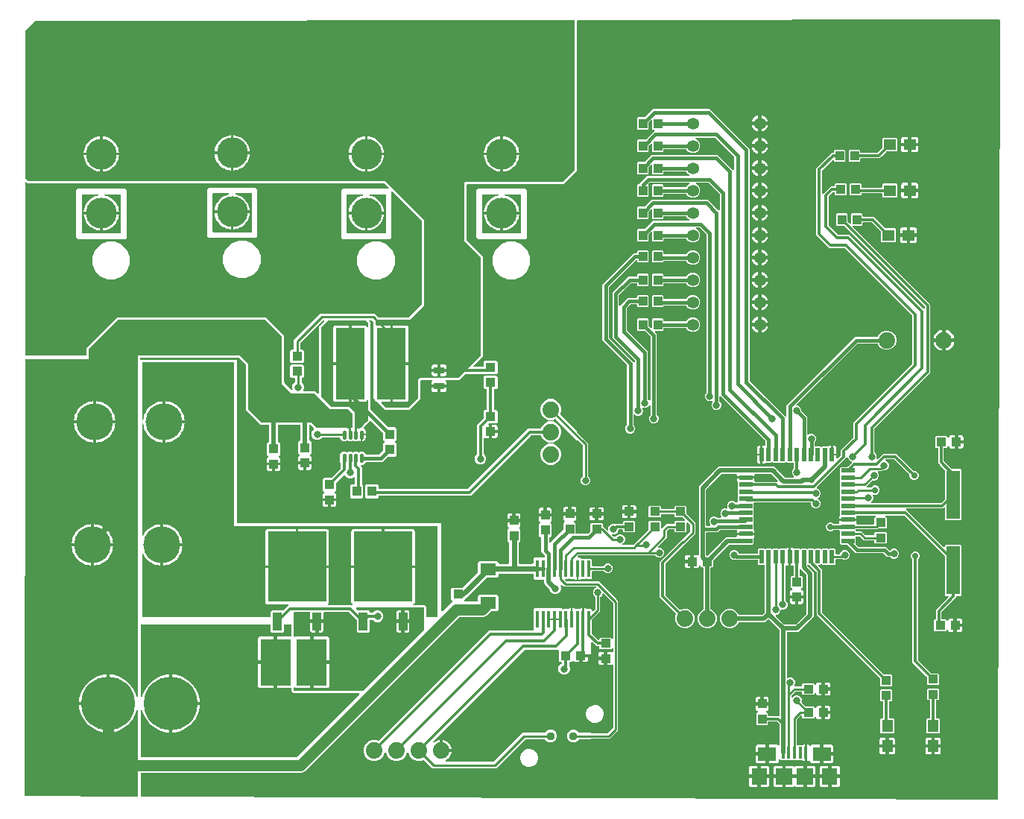
<source format=gbr>
G04 EAGLE Gerber RS-274X export*
G75*
%MOMM*%
%FSLAX34Y34*%
%LPD*%
%INTop Copper*%
%IPPOS*%
%AMOC8*
5,1,8,0,0,1.08239X$1,22.5*%
G01*
%ADD10R,1.000000X1.100000*%
%ADD11R,1.100000X1.000000*%
%ADD12C,4.191000*%
%ADD13C,1.879600*%
%ADD14C,3.500000*%
%ADD15R,0.990600X2.006600*%
%ADD16R,6.705600X8.026400*%
%ADD17C,6.096000*%
%ADD18R,0.406400X1.981200*%
%ADD19R,3.505200X5.334000*%
%ADD20R,3.302000X8.204200*%
%ADD21R,0.500000X1.500000*%
%ADD22R,1.500000X0.500000*%
%ADD23R,0.400000X1.350000*%
%ADD24R,2.100000X1.600000*%
%ADD25R,1.800000X1.900000*%
%ADD26R,1.900000X1.900000*%
%ADD27R,1.500000X5.500000*%
%ADD28C,1.355600*%
%ADD29R,1.244600X1.397000*%
%ADD30C,0.450000*%
%ADD31R,1.397000X1.244600*%
%ADD32C,0.955600*%
%ADD33R,1.200000X0.800000*%
%ADD34R,1.800000X1.340000*%
%ADD35C,0.304800*%
%ADD36C,0.203200*%
%ADD37C,0.254000*%
%ADD38C,0.812800*%
%ADD39C,0.805600*%
%ADD40C,0.406400*%
%ADD41C,0.736600*%
%ADD42C,0.609600*%
%ADD43C,1.270000*%
%ADD44C,0.508000*%

G36*
X1112723Y1431D02*
X1112723Y1431D01*
X1112782Y1430D01*
X1112863Y1451D01*
X1112946Y1462D01*
X1113000Y1486D01*
X1113057Y1501D01*
X1113129Y1543D01*
X1113206Y1577D01*
X1113251Y1615D01*
X1113302Y1645D01*
X1113360Y1706D01*
X1113424Y1760D01*
X1113457Y1809D01*
X1113497Y1852D01*
X1113535Y1927D01*
X1113582Y1996D01*
X1113600Y2052D01*
X1113627Y2105D01*
X1113639Y2173D01*
X1113669Y2267D01*
X1113672Y2367D01*
X1113683Y2436D01*
X1116181Y886576D01*
X1116173Y886636D01*
X1116174Y886696D01*
X1116153Y886776D01*
X1116142Y886857D01*
X1116117Y886913D01*
X1116102Y886971D01*
X1116060Y887042D01*
X1116027Y887117D01*
X1115988Y887163D01*
X1115957Y887215D01*
X1115897Y887271D01*
X1115843Y887334D01*
X1115793Y887368D01*
X1115749Y887409D01*
X1115676Y887447D01*
X1115607Y887493D01*
X1115550Y887511D01*
X1115496Y887539D01*
X1115429Y887550D01*
X1115337Y887579D01*
X1115234Y887582D01*
X1115165Y887594D01*
X641349Y887057D01*
X636523Y887051D01*
X636504Y887048D01*
X636485Y887050D01*
X636383Y887028D01*
X636280Y887011D01*
X636263Y887002D01*
X636244Y886998D01*
X636155Y886945D01*
X636063Y886896D01*
X636050Y886882D01*
X636033Y886872D01*
X635965Y886793D01*
X635894Y886717D01*
X635886Y886700D01*
X635873Y886685D01*
X635834Y886588D01*
X635791Y886494D01*
X635789Y886475D01*
X635781Y886457D01*
X635763Y886290D01*
X635763Y716182D01*
X635552Y715971D01*
X619858Y700277D01*
X510794Y700277D01*
X510774Y700274D01*
X510755Y700276D01*
X510653Y700254D01*
X510551Y700238D01*
X510534Y700228D01*
X510514Y700224D01*
X510425Y700171D01*
X510334Y700122D01*
X510320Y700108D01*
X510303Y700098D01*
X510236Y700019D01*
X510164Y699944D01*
X510156Y699926D01*
X510143Y699911D01*
X510104Y699815D01*
X510061Y699721D01*
X510059Y699701D01*
X510051Y699683D01*
X510033Y699516D01*
X510033Y637953D01*
X510047Y637863D01*
X510055Y637772D01*
X510067Y637743D01*
X510072Y637711D01*
X510115Y637630D01*
X510151Y637546D01*
X510177Y637514D01*
X510188Y637493D01*
X510211Y637471D01*
X510256Y637415D01*
X529083Y618588D01*
X529083Y505362D01*
X526925Y503204D01*
X518145Y494424D01*
X518103Y494366D01*
X518054Y494314D01*
X518032Y494267D01*
X518001Y494225D01*
X517980Y494156D01*
X517950Y494091D01*
X517944Y494039D01*
X517929Y493989D01*
X517931Y493918D01*
X517923Y493847D01*
X517934Y493796D01*
X517935Y493744D01*
X517960Y493676D01*
X517975Y493606D01*
X518002Y493561D01*
X518020Y493513D01*
X518065Y493457D01*
X518102Y493395D01*
X518141Y493361D01*
X518174Y493321D01*
X518234Y493282D01*
X518288Y493235D01*
X518337Y493216D01*
X518381Y493188D01*
X518450Y493170D01*
X518517Y493143D01*
X518588Y493135D01*
X518619Y493127D01*
X518642Y493129D01*
X518683Y493125D01*
X528408Y493125D01*
X528428Y493128D01*
X528447Y493126D01*
X528549Y493148D01*
X528651Y493164D01*
X528668Y493174D01*
X528688Y493178D01*
X528777Y493231D01*
X528868Y493280D01*
X528882Y493294D01*
X528899Y493304D01*
X528966Y493383D01*
X529038Y493458D01*
X529046Y493476D01*
X529059Y493491D01*
X529098Y493587D01*
X529141Y493681D01*
X529143Y493701D01*
X529151Y493719D01*
X529169Y493886D01*
X529169Y498422D01*
X530658Y499911D01*
X543762Y499911D01*
X545251Y498422D01*
X545251Y486318D01*
X543762Y484829D01*
X530636Y484829D01*
X530571Y484885D01*
X530541Y484897D01*
X530515Y484916D01*
X530428Y484943D01*
X530343Y484977D01*
X530302Y484981D01*
X530280Y484988D01*
X530248Y484987D01*
X530176Y484995D01*
X509031Y484995D01*
X508941Y484981D01*
X508850Y484973D01*
X508821Y484961D01*
X508789Y484956D01*
X508708Y484913D01*
X508624Y484877D01*
X508592Y484851D01*
X508571Y484840D01*
X508549Y484817D01*
X508493Y484772D01*
X501748Y478027D01*
X487254Y478027D01*
X487183Y478016D01*
X487111Y478014D01*
X487062Y477996D01*
X487011Y477988D01*
X486948Y477954D01*
X486880Y477929D01*
X486840Y477897D01*
X486794Y477872D01*
X486744Y477820D01*
X486688Y477776D01*
X486660Y477732D01*
X486624Y477694D01*
X486594Y477629D01*
X486555Y477569D01*
X486542Y477518D01*
X486521Y477471D01*
X486513Y477400D01*
X486495Y477330D01*
X486499Y477278D01*
X486493Y477227D01*
X486509Y477156D01*
X486514Y477085D01*
X486535Y477037D01*
X486546Y476986D01*
X486583Y476925D01*
X486611Y476859D01*
X486655Y476803D01*
X486672Y476775D01*
X486690Y476760D01*
X486715Y476728D01*
X486823Y476620D01*
X487158Y476041D01*
X487331Y475394D01*
X487331Y472583D01*
X479552Y472583D01*
X479532Y472580D01*
X479513Y472582D01*
X479411Y472560D01*
X479309Y472543D01*
X479292Y472534D01*
X479272Y472530D01*
X479183Y472477D01*
X479092Y472428D01*
X479078Y472414D01*
X479061Y472404D01*
X478994Y472325D01*
X478923Y472250D01*
X478914Y472232D01*
X478901Y472217D01*
X478862Y472121D01*
X478819Y472027D01*
X478817Y472007D01*
X478809Y471989D01*
X478791Y471822D01*
X478791Y471059D01*
X478789Y471059D01*
X478789Y471822D01*
X478786Y471842D01*
X478788Y471861D01*
X478766Y471963D01*
X478749Y472065D01*
X478740Y472082D01*
X478736Y472102D01*
X478683Y472191D01*
X478634Y472282D01*
X478620Y472296D01*
X478610Y472313D01*
X478531Y472380D01*
X478456Y472451D01*
X478438Y472460D01*
X478423Y472473D01*
X478327Y472512D01*
X478233Y472555D01*
X478213Y472557D01*
X478195Y472565D01*
X478028Y472583D01*
X470249Y472583D01*
X470249Y475394D01*
X470422Y476041D01*
X470757Y476620D01*
X470865Y476728D01*
X470907Y476786D01*
X470956Y476838D01*
X470978Y476885D01*
X471008Y476927D01*
X471029Y476996D01*
X471059Y477061D01*
X471065Y477113D01*
X471081Y477162D01*
X471079Y477234D01*
X471087Y477305D01*
X471075Y477356D01*
X471074Y477408D01*
X471050Y477476D01*
X471034Y477546D01*
X471008Y477591D01*
X470990Y477639D01*
X470945Y477695D01*
X470908Y477757D01*
X470869Y477791D01*
X470836Y477831D01*
X470776Y477870D01*
X470721Y477917D01*
X470673Y477936D01*
X470629Y477964D01*
X470560Y477982D01*
X470493Y478009D01*
X470422Y478017D01*
X470391Y478025D01*
X470367Y478023D01*
X470326Y478027D01*
X458883Y478027D01*
X458793Y478013D01*
X458702Y478005D01*
X458673Y477993D01*
X458641Y477988D01*
X458560Y477945D01*
X458476Y477909D01*
X458444Y477883D01*
X458423Y477872D01*
X458401Y477849D01*
X458345Y477804D01*
X458186Y477645D01*
X458133Y477571D01*
X458073Y477502D01*
X458061Y477471D01*
X458042Y477445D01*
X458015Y477358D01*
X457981Y477273D01*
X457977Y477232D01*
X457970Y477210D01*
X457971Y477178D01*
X457963Y477107D01*
X457963Y457102D01*
X455805Y454944D01*
X446756Y445895D01*
X444598Y443737D01*
X417732Y443737D01*
X408684Y452785D01*
X408610Y452838D01*
X408541Y452898D01*
X408510Y452910D01*
X408484Y452929D01*
X408397Y452956D01*
X408312Y452990D01*
X408271Y452994D01*
X408249Y453001D01*
X408217Y453000D01*
X408146Y453008D01*
X407253Y453008D01*
X405764Y454497D01*
X405764Y455390D01*
X405750Y455480D01*
X405742Y455571D01*
X405730Y455600D01*
X405725Y455632D01*
X405682Y455713D01*
X405646Y455797D01*
X405620Y455829D01*
X405609Y455850D01*
X405586Y455872D01*
X405541Y455928D01*
X404367Y457102D01*
X404367Y543698D01*
X404353Y543788D01*
X404345Y543879D01*
X404333Y543909D01*
X404328Y543941D01*
X404285Y544022D01*
X404249Y544106D01*
X404223Y544138D01*
X404212Y544158D01*
X404189Y544181D01*
X404144Y544236D01*
X402504Y545876D01*
X402431Y545929D01*
X402361Y545989D01*
X402331Y546001D01*
X402305Y546020D01*
X402218Y546047D01*
X402133Y546081D01*
X402092Y546085D01*
X402070Y546092D01*
X402037Y546091D01*
X401966Y546099D01*
X400209Y546099D01*
X400139Y546088D01*
X400067Y546086D01*
X400018Y546068D01*
X399967Y546060D01*
X399903Y546026D01*
X399836Y546001D01*
X399795Y545969D01*
X399749Y545944D01*
X399700Y545892D01*
X399644Y545848D01*
X399616Y545804D01*
X399580Y545766D01*
X399550Y545701D01*
X399511Y545641D01*
X399498Y545590D01*
X399476Y545543D01*
X399468Y545472D01*
X399451Y545402D01*
X399455Y545350D01*
X399449Y545299D01*
X399464Y545228D01*
X399470Y545157D01*
X399490Y545109D01*
X399501Y545058D01*
X399538Y544997D01*
X399566Y544931D01*
X399611Y544875D01*
X399628Y544847D01*
X399645Y544832D01*
X399671Y544800D01*
X400813Y543658D01*
X400813Y445049D01*
X400827Y444959D01*
X400835Y444868D01*
X400847Y444839D01*
X400852Y444807D01*
X400895Y444726D01*
X400931Y444642D01*
X400957Y444610D01*
X400968Y444589D01*
X400991Y444567D01*
X401036Y444511D01*
X421113Y424434D01*
X421187Y424381D01*
X421257Y424321D01*
X421287Y424309D01*
X421313Y424290D01*
X421400Y424263D01*
X421485Y424229D01*
X421526Y424225D01*
X421548Y424218D01*
X421580Y424219D01*
X421651Y424211D01*
X428962Y424211D01*
X430451Y422722D01*
X430451Y409618D01*
X429041Y408208D01*
X429030Y408192D01*
X429014Y408180D01*
X428958Y408092D01*
X428898Y408009D01*
X428892Y407990D01*
X428881Y407973D01*
X428856Y407872D01*
X428826Y407773D01*
X428826Y407754D01*
X428821Y407734D01*
X428829Y407631D01*
X428832Y407528D01*
X428839Y407509D01*
X428840Y407489D01*
X428881Y407394D01*
X428916Y407297D01*
X428929Y407281D01*
X428937Y407263D01*
X429041Y407132D01*
X430451Y405722D01*
X430451Y392618D01*
X428962Y391129D01*
X421651Y391129D01*
X421561Y391115D01*
X421470Y391107D01*
X421441Y391095D01*
X421409Y391090D01*
X421328Y391047D01*
X421244Y391011D01*
X421212Y390985D01*
X421191Y390974D01*
X421169Y390951D01*
X421113Y390906D01*
X414724Y384517D01*
X396268Y384517D01*
X396178Y384503D01*
X396087Y384495D01*
X396057Y384483D01*
X396025Y384478D01*
X395944Y384435D01*
X395860Y384399D01*
X395828Y384373D01*
X395808Y384362D01*
X395785Y384339D01*
X395729Y384294D01*
X392734Y381299D01*
X390827Y381299D01*
X390756Y381288D01*
X390684Y381286D01*
X390636Y381268D01*
X390584Y381260D01*
X390521Y381226D01*
X390453Y381201D01*
X390413Y381169D01*
X390367Y381144D01*
X390317Y381092D01*
X390261Y381048D01*
X390233Y381004D01*
X390197Y380966D01*
X390167Y380901D01*
X390128Y380841D01*
X390116Y380790D01*
X390094Y380743D01*
X390086Y380672D01*
X390068Y380602D01*
X390072Y380550D01*
X390067Y380499D01*
X390082Y380428D01*
X390088Y380357D01*
X390108Y380309D01*
X390119Y380258D01*
X390156Y380197D01*
X390184Y380131D01*
X390229Y380075D01*
X390245Y380047D01*
X390263Y380032D01*
X390289Y380000D01*
X391415Y378874D01*
X391415Y359984D01*
X391429Y359894D01*
X391437Y359803D01*
X391449Y359773D01*
X391454Y359741D01*
X391497Y359660D01*
X391533Y359576D01*
X391559Y359544D01*
X391570Y359524D01*
X391593Y359501D01*
X391638Y359445D01*
X392741Y358342D01*
X392741Y345238D01*
X391252Y343749D01*
X379148Y343749D01*
X377659Y345238D01*
X377659Y358342D01*
X379148Y359831D01*
X382524Y359831D01*
X382544Y359834D01*
X382563Y359832D01*
X382665Y359854D01*
X382767Y359870D01*
X382784Y359880D01*
X382804Y359884D01*
X382893Y359937D01*
X382984Y359986D01*
X382998Y360000D01*
X383015Y360010D01*
X383082Y360089D01*
X383154Y360164D01*
X383162Y360182D01*
X383175Y360197D01*
X383214Y360293D01*
X383257Y360387D01*
X383259Y360407D01*
X383267Y360425D01*
X383285Y360592D01*
X383285Y366841D01*
X383274Y366912D01*
X383272Y366983D01*
X383254Y367032D01*
X383246Y367084D01*
X383212Y367147D01*
X383187Y367214D01*
X383155Y367255D01*
X383130Y367301D01*
X383079Y367350D01*
X383034Y367406D01*
X382990Y367434D01*
X382952Y367470D01*
X382887Y367501D01*
X382827Y367539D01*
X382776Y367552D01*
X382729Y367574D01*
X382658Y367582D01*
X382588Y367599D01*
X382536Y367595D01*
X382485Y367601D01*
X382414Y367586D01*
X382343Y367580D01*
X382295Y367560D01*
X382244Y367549D01*
X382183Y367512D01*
X382117Y367484D01*
X382061Y367439D01*
X382033Y367423D01*
X382018Y367405D01*
X381986Y367379D01*
X381664Y367058D01*
X379250Y366058D01*
X376637Y366058D01*
X374223Y367058D01*
X372375Y368906D01*
X372105Y369558D01*
X372081Y369597D01*
X372065Y369640D01*
X372016Y369701D01*
X371975Y369767D01*
X371940Y369796D01*
X371911Y369832D01*
X371846Y369874D01*
X371786Y369924D01*
X371743Y369940D01*
X371704Y369965D01*
X371629Y369984D01*
X371556Y370012D01*
X371510Y370014D01*
X371466Y370025D01*
X371388Y370019D01*
X371310Y370022D01*
X371266Y370009D01*
X371220Y370006D01*
X371149Y369975D01*
X371074Y369954D01*
X371036Y369927D01*
X370994Y369910D01*
X370887Y369824D01*
X370872Y369813D01*
X370869Y369809D01*
X370863Y369805D01*
X362094Y361035D01*
X362041Y360961D01*
X361981Y360892D01*
X361969Y360862D01*
X361950Y360836D01*
X361923Y360749D01*
X361889Y360664D01*
X361885Y360623D01*
X361878Y360600D01*
X361879Y360568D01*
X361871Y360497D01*
X361871Y352468D01*
X360366Y350962D01*
X360297Y350867D01*
X360226Y350770D01*
X360224Y350766D01*
X360222Y350763D01*
X360187Y350650D01*
X360151Y350536D01*
X360151Y350532D01*
X360150Y350528D01*
X360153Y350409D01*
X360155Y350290D01*
X360156Y350286D01*
X360156Y350282D01*
X360197Y350170D01*
X360236Y350058D01*
X360239Y350055D01*
X360240Y350051D01*
X360315Y349957D01*
X360388Y349864D01*
X360392Y349861D01*
X360394Y349859D01*
X360406Y349851D01*
X360523Y349765D01*
X360890Y349553D01*
X361363Y349080D01*
X361698Y348501D01*
X361871Y347854D01*
X361871Y343543D01*
X355092Y343543D01*
X355072Y343540D01*
X355053Y343542D01*
X354951Y343520D01*
X354849Y343503D01*
X354832Y343494D01*
X354812Y343490D01*
X354723Y343437D01*
X354632Y343388D01*
X354618Y343374D01*
X354601Y343364D01*
X354534Y343285D01*
X354463Y343210D01*
X354454Y343192D01*
X354441Y343177D01*
X354402Y343081D01*
X354359Y342987D01*
X354357Y342967D01*
X354349Y342949D01*
X354331Y342782D01*
X354331Y342019D01*
X354329Y342019D01*
X354329Y342782D01*
X354326Y342802D01*
X354328Y342821D01*
X354306Y342923D01*
X354289Y343025D01*
X354280Y343042D01*
X354276Y343062D01*
X354223Y343151D01*
X354174Y343242D01*
X354160Y343256D01*
X354150Y343273D01*
X354071Y343340D01*
X353996Y343411D01*
X353978Y343420D01*
X353963Y343433D01*
X353867Y343472D01*
X353773Y343515D01*
X353753Y343517D01*
X353735Y343525D01*
X353568Y343543D01*
X346789Y343543D01*
X346789Y347854D01*
X346962Y348501D01*
X347297Y349080D01*
X347770Y349553D01*
X348137Y349765D01*
X348230Y349841D01*
X348322Y349914D01*
X348324Y349918D01*
X348327Y349921D01*
X348390Y350021D01*
X348455Y350121D01*
X348456Y350125D01*
X348458Y350129D01*
X348486Y350245D01*
X348515Y350360D01*
X348514Y350364D01*
X348515Y350368D01*
X348505Y350486D01*
X348496Y350605D01*
X348494Y350609D01*
X348494Y350613D01*
X348446Y350722D01*
X348399Y350831D01*
X348396Y350835D01*
X348395Y350838D01*
X348385Y350849D01*
X348294Y350962D01*
X346789Y352468D01*
X346789Y365572D01*
X348278Y367061D01*
X356307Y367061D01*
X356397Y367075D01*
X356488Y367083D01*
X356518Y367095D01*
X356550Y367100D01*
X356630Y367143D01*
X356714Y367179D01*
X356746Y367205D01*
X356767Y367216D01*
X356789Y367239D01*
X356845Y367284D01*
X366962Y377401D01*
X367015Y377475D01*
X367075Y377544D01*
X367087Y377574D01*
X367106Y377600D01*
X367133Y377687D01*
X367167Y377772D01*
X367171Y377813D01*
X367178Y377835D01*
X367177Y377868D01*
X367185Y377939D01*
X367185Y383064D01*
X367170Y383154D01*
X367163Y383245D01*
X367151Y383275D01*
X367145Y383307D01*
X367103Y383388D01*
X367067Y383472D01*
X367041Y383504D01*
X367030Y383524D01*
X367007Y383547D01*
X366962Y383603D01*
X366459Y384106D01*
X366459Y394074D01*
X369266Y396881D01*
X373234Y396881D01*
X373962Y396153D01*
X373978Y396142D01*
X373990Y396126D01*
X374077Y396070D01*
X374161Y396010D01*
X374180Y396004D01*
X374197Y395993D01*
X374298Y395968D01*
X374397Y395937D01*
X374416Y395938D01*
X374436Y395933D01*
X374539Y395941D01*
X374642Y395944D01*
X374661Y395951D01*
X374681Y395952D01*
X374776Y395993D01*
X374873Y396028D01*
X374889Y396041D01*
X374907Y396049D01*
X375038Y396153D01*
X375766Y396881D01*
X379734Y396881D01*
X380462Y396153D01*
X380478Y396142D01*
X380490Y396126D01*
X380577Y396070D01*
X380661Y396010D01*
X380680Y396004D01*
X380697Y395993D01*
X380798Y395968D01*
X380897Y395937D01*
X380916Y395938D01*
X380936Y395933D01*
X381039Y395941D01*
X381142Y395944D01*
X381161Y395951D01*
X381181Y395952D01*
X381276Y395993D01*
X381373Y396028D01*
X381389Y396041D01*
X381407Y396049D01*
X381538Y396153D01*
X382266Y396881D01*
X386234Y396881D01*
X386962Y396153D01*
X386978Y396142D01*
X386990Y396126D01*
X387077Y396070D01*
X387161Y396010D01*
X387180Y396004D01*
X387197Y395993D01*
X387298Y395968D01*
X387397Y395937D01*
X387416Y395938D01*
X387436Y395933D01*
X387539Y395941D01*
X387642Y395944D01*
X387661Y395951D01*
X387681Y395952D01*
X387776Y395993D01*
X387873Y396028D01*
X387889Y396041D01*
X387907Y396049D01*
X388038Y396153D01*
X388766Y396881D01*
X392734Y396881D01*
X395729Y393886D01*
X395803Y393833D01*
X395873Y393773D01*
X395903Y393761D01*
X395929Y393742D01*
X396016Y393715D01*
X396101Y393681D01*
X396142Y393677D01*
X396164Y393670D01*
X396196Y393671D01*
X396268Y393663D01*
X410621Y393663D01*
X410711Y393677D01*
X410802Y393685D01*
X410831Y393697D01*
X410863Y393702D01*
X410944Y393745D01*
X411028Y393781D01*
X411060Y393807D01*
X411081Y393818D01*
X411103Y393841D01*
X411159Y393886D01*
X415146Y397873D01*
X415199Y397947D01*
X415259Y398017D01*
X415271Y398047D01*
X415290Y398073D01*
X415317Y398160D01*
X415351Y398245D01*
X415355Y398286D01*
X415362Y398308D01*
X415361Y398340D01*
X415369Y398411D01*
X415369Y405722D01*
X416779Y407132D01*
X416790Y407148D01*
X416806Y407160D01*
X416862Y407248D01*
X416922Y407331D01*
X416928Y407350D01*
X416939Y407367D01*
X416964Y407468D01*
X416994Y407567D01*
X416994Y407586D01*
X416999Y407606D01*
X416991Y407709D01*
X416988Y407812D01*
X416981Y407831D01*
X416980Y407851D01*
X416939Y407946D01*
X416904Y408043D01*
X416891Y408059D01*
X416883Y408077D01*
X416779Y408208D01*
X415369Y409618D01*
X415369Y416929D01*
X415355Y417019D01*
X415347Y417110D01*
X415335Y417139D01*
X415330Y417171D01*
X415287Y417252D01*
X415251Y417336D01*
X415225Y417368D01*
X415214Y417389D01*
X415191Y417411D01*
X415146Y417467D01*
X401400Y431213D01*
X401384Y431225D01*
X401372Y431240D01*
X401284Y431296D01*
X401200Y431356D01*
X401182Y431362D01*
X401165Y431373D01*
X401064Y431398D01*
X400965Y431429D01*
X400945Y431428D01*
X400926Y431433D01*
X400823Y431425D01*
X400720Y431422D01*
X400701Y431416D01*
X400681Y431414D01*
X400586Y431374D01*
X400489Y431338D01*
X400473Y431326D01*
X400455Y431318D01*
X400324Y431213D01*
X393342Y424232D01*
X393274Y424136D01*
X393203Y424039D01*
X393201Y424035D01*
X393199Y424032D01*
X393164Y423919D01*
X393128Y423805D01*
X393128Y423801D01*
X393126Y423797D01*
X393130Y423677D01*
X393131Y423559D01*
X393133Y423555D01*
X393133Y423551D01*
X393174Y423438D01*
X393213Y423327D01*
X393216Y423324D01*
X393217Y423320D01*
X393292Y423226D01*
X393365Y423133D01*
X393369Y423130D01*
X393371Y423128D01*
X393383Y423120D01*
X393500Y423034D01*
X393692Y422924D01*
X394584Y422032D01*
X395214Y420939D01*
X395541Y419721D01*
X395541Y417214D01*
X391113Y417214D01*
X391094Y417211D01*
X391074Y417213D01*
X390972Y417191D01*
X390870Y417175D01*
X390853Y417165D01*
X390833Y417161D01*
X390744Y417108D01*
X390653Y417059D01*
X390639Y417045D01*
X390622Y417035D01*
X390555Y416956D01*
X390484Y416881D01*
X390475Y416863D01*
X390462Y416848D01*
X390424Y416752D01*
X390380Y416658D01*
X390378Y416638D01*
X390370Y416620D01*
X390356Y416486D01*
X390347Y416487D01*
X390246Y416465D01*
X390144Y416448D01*
X390127Y416439D01*
X390107Y416435D01*
X390018Y416382D01*
X389927Y416333D01*
X389913Y416319D01*
X389896Y416309D01*
X389829Y416230D01*
X389757Y416155D01*
X389749Y416137D01*
X389736Y416122D01*
X389697Y416025D01*
X389654Y415932D01*
X389652Y415912D01*
X389644Y415894D01*
X389626Y415727D01*
X389626Y408432D01*
X388901Y408626D01*
X387923Y409190D01*
X387882Y409206D01*
X387845Y409229D01*
X387768Y409249D01*
X387693Y409277D01*
X387649Y409279D01*
X387607Y409289D01*
X387527Y409283D01*
X387447Y409286D01*
X387405Y409274D01*
X387362Y409270D01*
X387288Y409239D01*
X387211Y409216D01*
X387176Y409191D01*
X387135Y409174D01*
X387022Y409083D01*
X387010Y409075D01*
X387008Y409072D01*
X387004Y409069D01*
X386234Y408299D01*
X382266Y408299D01*
X381538Y409027D01*
X381522Y409038D01*
X381510Y409054D01*
X381423Y409110D01*
X381339Y409170D01*
X381319Y409176D01*
X381303Y409187D01*
X381202Y409212D01*
X381103Y409243D01*
X381084Y409242D01*
X381064Y409247D01*
X380961Y409239D01*
X380858Y409236D01*
X380839Y409229D01*
X380819Y409228D01*
X380724Y409187D01*
X380627Y409152D01*
X380611Y409139D01*
X380593Y409131D01*
X380462Y409027D01*
X379734Y408299D01*
X375766Y408299D01*
X375038Y409027D01*
X375022Y409038D01*
X375010Y409054D01*
X374923Y409110D01*
X374839Y409170D01*
X374819Y409176D01*
X374803Y409187D01*
X374702Y409212D01*
X374603Y409243D01*
X374584Y409242D01*
X374564Y409247D01*
X374461Y409239D01*
X374358Y409236D01*
X374339Y409229D01*
X374319Y409228D01*
X374224Y409187D01*
X374127Y409152D01*
X374111Y409139D01*
X374093Y409131D01*
X373962Y409027D01*
X373234Y408299D01*
X369266Y408299D01*
X366459Y411106D01*
X366459Y411988D01*
X366456Y412008D01*
X366458Y412027D01*
X366436Y412129D01*
X366419Y412231D01*
X366410Y412248D01*
X366406Y412268D01*
X366353Y412357D01*
X366304Y412448D01*
X366290Y412462D01*
X366280Y412479D01*
X366201Y412546D01*
X366126Y412618D01*
X366108Y412626D01*
X366093Y412639D01*
X365997Y412678D01*
X365903Y412721D01*
X365883Y412723D01*
X365865Y412731D01*
X365698Y412749D01*
X346154Y412749D01*
X346064Y412735D01*
X345973Y412727D01*
X345943Y412715D01*
X345911Y412710D01*
X345831Y412667D01*
X345747Y412631D01*
X345715Y412605D01*
X345694Y412594D01*
X345672Y412571D01*
X345616Y412526D01*
X344081Y410991D01*
X341667Y409991D01*
X339053Y409991D01*
X336639Y410991D01*
X334791Y412839D01*
X333791Y415253D01*
X333791Y417867D01*
X334791Y420281D01*
X336652Y422141D01*
X336663Y422157D01*
X336679Y422170D01*
X336735Y422257D01*
X336795Y422341D01*
X336801Y422360D01*
X336812Y422377D01*
X336837Y422477D01*
X336867Y422576D01*
X336867Y422596D01*
X336872Y422615D01*
X336864Y422718D01*
X336861Y422822D01*
X336854Y422841D01*
X336853Y422860D01*
X336812Y422955D01*
X336777Y423053D01*
X336764Y423068D01*
X336756Y423087D01*
X336652Y423218D01*
X332865Y427004D01*
X332791Y427057D01*
X332722Y427117D01*
X332691Y427129D01*
X332665Y427148D01*
X332578Y427175D01*
X332493Y427209D01*
X332452Y427213D01*
X332430Y427220D01*
X332398Y427219D01*
X332327Y427227D01*
X332232Y427227D01*
X332212Y427224D01*
X332193Y427226D01*
X332091Y427204D01*
X331989Y427188D01*
X331972Y427178D01*
X331952Y427174D01*
X331863Y427121D01*
X331772Y427072D01*
X331758Y427058D01*
X331741Y427048D01*
X331674Y426969D01*
X331602Y426894D01*
X331594Y426876D01*
X331581Y426861D01*
X331542Y426765D01*
X331499Y426671D01*
X331497Y426651D01*
X331489Y426633D01*
X331471Y426466D01*
X331471Y409732D01*
X331474Y409712D01*
X331472Y409693D01*
X331494Y409591D01*
X331510Y409489D01*
X331520Y409472D01*
X331524Y409452D01*
X331577Y409363D01*
X331626Y409272D01*
X331640Y409258D01*
X331650Y409241D01*
X331729Y409174D01*
X331804Y409102D01*
X331822Y409094D01*
X331837Y409081D01*
X331933Y409042D01*
X332027Y408999D01*
X332047Y408997D01*
X332065Y408989D01*
X332232Y408971D01*
X332442Y408971D01*
X333931Y407482D01*
X333931Y394378D01*
X332426Y392872D01*
X332380Y392810D01*
X332355Y392783D01*
X332344Y392760D01*
X332286Y392680D01*
X332284Y392676D01*
X332282Y392673D01*
X332247Y392560D01*
X332211Y392446D01*
X332211Y392442D01*
X332210Y392438D01*
X332213Y392319D01*
X332215Y392200D01*
X332216Y392196D01*
X332216Y392192D01*
X332257Y392080D01*
X332296Y391968D01*
X332299Y391965D01*
X332300Y391961D01*
X332375Y391867D01*
X332448Y391774D01*
X332452Y391771D01*
X332454Y391769D01*
X332466Y391761D01*
X332583Y391675D01*
X332950Y391463D01*
X333423Y390990D01*
X333758Y390411D01*
X333931Y389764D01*
X333931Y385453D01*
X327152Y385453D01*
X327132Y385450D01*
X327113Y385452D01*
X327011Y385430D01*
X326909Y385413D01*
X326892Y385404D01*
X326872Y385400D01*
X326783Y385347D01*
X326692Y385298D01*
X326678Y385284D01*
X326661Y385274D01*
X326594Y385195D01*
X326523Y385120D01*
X326514Y385102D01*
X326501Y385087D01*
X326462Y384991D01*
X326419Y384897D01*
X326417Y384877D01*
X326409Y384859D01*
X326391Y384692D01*
X326391Y383929D01*
X326389Y383929D01*
X326389Y384692D01*
X326386Y384712D01*
X326388Y384731D01*
X326366Y384833D01*
X326349Y384935D01*
X326340Y384952D01*
X326336Y384972D01*
X326283Y385061D01*
X326234Y385152D01*
X326220Y385166D01*
X326210Y385183D01*
X326131Y385250D01*
X326056Y385321D01*
X326038Y385330D01*
X326023Y385343D01*
X325927Y385382D01*
X325833Y385425D01*
X325813Y385427D01*
X325795Y385435D01*
X325628Y385453D01*
X318849Y385453D01*
X318849Y389764D01*
X319022Y390411D01*
X319357Y390990D01*
X319830Y391463D01*
X320197Y391675D01*
X320290Y391751D01*
X320382Y391824D01*
X320384Y391828D01*
X320387Y391831D01*
X320450Y391931D01*
X320515Y392031D01*
X320516Y392035D01*
X320518Y392039D01*
X320546Y392155D01*
X320575Y392270D01*
X320574Y392274D01*
X320575Y392278D01*
X320565Y392397D01*
X320556Y392515D01*
X320554Y392519D01*
X320554Y392523D01*
X320506Y392632D01*
X320459Y392741D01*
X320456Y392745D01*
X320455Y392748D01*
X320445Y392759D01*
X320381Y392839D01*
X320377Y392846D01*
X320373Y392850D01*
X320354Y392872D01*
X318849Y394378D01*
X318849Y407482D01*
X320338Y408971D01*
X320548Y408971D01*
X320568Y408974D01*
X320587Y408972D01*
X320689Y408994D01*
X320791Y409010D01*
X320808Y409020D01*
X320828Y409024D01*
X320917Y409077D01*
X321008Y409126D01*
X321022Y409140D01*
X321039Y409150D01*
X321106Y409229D01*
X321178Y409304D01*
X321186Y409322D01*
X321199Y409337D01*
X321238Y409433D01*
X321281Y409527D01*
X321283Y409547D01*
X321291Y409565D01*
X321309Y409732D01*
X321309Y426466D01*
X321306Y426486D01*
X321308Y426505D01*
X321286Y426607D01*
X321270Y426709D01*
X321260Y426726D01*
X321256Y426746D01*
X321203Y426835D01*
X321154Y426926D01*
X321140Y426940D01*
X321130Y426957D01*
X321051Y427024D01*
X320976Y427096D01*
X320958Y427104D01*
X320943Y427117D01*
X320847Y427156D01*
X320753Y427199D01*
X320733Y427201D01*
X320715Y427209D01*
X320548Y427227D01*
X296672Y427227D01*
X296652Y427224D01*
X296633Y427226D01*
X296531Y427204D01*
X296429Y427188D01*
X296412Y427178D01*
X296392Y427174D01*
X296303Y427121D01*
X296212Y427072D01*
X296198Y427058D01*
X296181Y427048D01*
X296114Y426969D01*
X296042Y426894D01*
X296034Y426876D01*
X296021Y426861D01*
X295982Y426765D01*
X295939Y426671D01*
X295937Y426651D01*
X295929Y426633D01*
X295911Y426466D01*
X295911Y408462D01*
X295914Y408442D01*
X295912Y408423D01*
X295934Y408321D01*
X295950Y408219D01*
X295960Y408202D01*
X295964Y408182D01*
X296017Y408093D01*
X296066Y408002D01*
X296080Y407988D01*
X296090Y407971D01*
X296169Y407904D01*
X296244Y407832D01*
X296262Y407824D01*
X296277Y407811D01*
X296373Y407772D01*
X296467Y407729D01*
X296487Y407727D01*
X296505Y407719D01*
X296672Y407701D01*
X296882Y407701D01*
X298371Y406212D01*
X298371Y393108D01*
X296866Y391602D01*
X296797Y391507D01*
X296726Y391410D01*
X296724Y391406D01*
X296722Y391403D01*
X296687Y391290D01*
X296651Y391176D01*
X296651Y391172D01*
X296650Y391168D01*
X296653Y391049D01*
X296655Y390930D01*
X296656Y390926D01*
X296656Y390922D01*
X296697Y390810D01*
X296736Y390698D01*
X296739Y390695D01*
X296740Y390691D01*
X296815Y390597D01*
X296888Y390504D01*
X296892Y390501D01*
X296894Y390499D01*
X296906Y390491D01*
X297023Y390405D01*
X297390Y390193D01*
X297863Y389720D01*
X298198Y389141D01*
X298371Y388494D01*
X298371Y384183D01*
X291592Y384183D01*
X291572Y384180D01*
X291553Y384182D01*
X291451Y384160D01*
X291349Y384143D01*
X291332Y384134D01*
X291312Y384130D01*
X291223Y384077D01*
X291132Y384028D01*
X291118Y384014D01*
X291101Y384004D01*
X291034Y383925D01*
X290963Y383850D01*
X290954Y383832D01*
X290941Y383817D01*
X290902Y383721D01*
X290859Y383627D01*
X290857Y383607D01*
X290849Y383589D01*
X290831Y383422D01*
X290831Y382659D01*
X290829Y382659D01*
X290829Y383422D01*
X290826Y383442D01*
X290828Y383461D01*
X290806Y383563D01*
X290789Y383665D01*
X290780Y383682D01*
X290776Y383702D01*
X290723Y383791D01*
X290674Y383882D01*
X290660Y383896D01*
X290650Y383913D01*
X290571Y383980D01*
X290496Y384051D01*
X290478Y384060D01*
X290463Y384073D01*
X290367Y384112D01*
X290273Y384155D01*
X290253Y384157D01*
X290235Y384165D01*
X290068Y384183D01*
X283289Y384183D01*
X283289Y388494D01*
X283462Y389141D01*
X283797Y389720D01*
X284270Y390193D01*
X284637Y390405D01*
X284730Y390481D01*
X284822Y390554D01*
X284824Y390558D01*
X284827Y390561D01*
X284890Y390661D01*
X284955Y390761D01*
X284956Y390765D01*
X284958Y390769D01*
X284986Y390885D01*
X285015Y391000D01*
X285014Y391004D01*
X285015Y391008D01*
X285005Y391126D01*
X284996Y391245D01*
X284994Y391249D01*
X284994Y391253D01*
X284946Y391362D01*
X284899Y391471D01*
X284896Y391475D01*
X284895Y391478D01*
X284885Y391489D01*
X284794Y391602D01*
X283289Y393108D01*
X283289Y406212D01*
X284778Y407701D01*
X284988Y407701D01*
X285008Y407704D01*
X285027Y407702D01*
X285129Y407724D01*
X285231Y407740D01*
X285248Y407750D01*
X285268Y407754D01*
X285357Y407807D01*
X285448Y407856D01*
X285462Y407870D01*
X285479Y407880D01*
X285546Y407959D01*
X285618Y408034D01*
X285626Y408052D01*
X285639Y408067D01*
X285678Y408163D01*
X285721Y408257D01*
X285723Y408277D01*
X285731Y408295D01*
X285749Y408462D01*
X285749Y426466D01*
X285746Y426486D01*
X285748Y426505D01*
X285726Y426607D01*
X285710Y426709D01*
X285700Y426726D01*
X285696Y426746D01*
X285643Y426835D01*
X285594Y426926D01*
X285580Y426940D01*
X285570Y426957D01*
X285491Y427024D01*
X285416Y427096D01*
X285398Y427104D01*
X285383Y427117D01*
X285287Y427156D01*
X285193Y427199D01*
X285173Y427201D01*
X285155Y427209D01*
X284988Y427227D01*
X276762Y427227D01*
X259587Y444402D01*
X259587Y494887D01*
X259573Y494977D01*
X259565Y495068D01*
X259553Y495097D01*
X259548Y495129D01*
X259505Y495210D01*
X259469Y495294D01*
X259443Y495326D01*
X259432Y495347D01*
X259409Y495369D01*
X259364Y495425D01*
X251585Y503204D01*
X251511Y503257D01*
X251442Y503317D01*
X251411Y503329D01*
X251385Y503348D01*
X251298Y503375D01*
X251213Y503409D01*
X251172Y503413D01*
X251150Y503420D01*
X251118Y503419D01*
X251047Y503427D01*
X139954Y503427D01*
X139934Y503424D01*
X139915Y503426D01*
X139813Y503404D01*
X139711Y503388D01*
X139694Y503378D01*
X139674Y503374D01*
X139585Y503321D01*
X139494Y503272D01*
X139480Y503258D01*
X139463Y503248D01*
X139396Y503169D01*
X139324Y503094D01*
X139316Y503076D01*
X139303Y503061D01*
X139264Y502965D01*
X139221Y502871D01*
X139219Y502851D01*
X139211Y502833D01*
X139193Y502666D01*
X139193Y501650D01*
X139196Y501630D01*
X139194Y501611D01*
X139216Y501509D01*
X139232Y501407D01*
X139242Y501390D01*
X139246Y501370D01*
X139299Y501281D01*
X139348Y501190D01*
X139362Y501176D01*
X139372Y501159D01*
X139451Y501092D01*
X139526Y501021D01*
X139544Y501012D01*
X139559Y500999D01*
X139655Y500960D01*
X139749Y500917D01*
X139769Y500915D01*
X139787Y500907D01*
X139954Y500889D01*
X249429Y500889D01*
X249429Y316230D01*
X249432Y316210D01*
X249430Y316191D01*
X249452Y316089D01*
X249469Y315987D01*
X249478Y315970D01*
X249482Y315950D01*
X249535Y315861D01*
X249584Y315770D01*
X249598Y315756D01*
X249608Y315739D01*
X249687Y315672D01*
X249762Y315601D01*
X249780Y315592D01*
X249795Y315579D01*
X249891Y315540D01*
X249985Y315497D01*
X250005Y315495D01*
X250023Y315487D01*
X250190Y315469D01*
X481585Y315469D01*
X481585Y216329D01*
X481589Y216300D01*
X481586Y216271D01*
X481609Y216160D01*
X481625Y216048D01*
X481637Y216021D01*
X481642Y215992D01*
X481695Y215892D01*
X481741Y215788D01*
X481760Y215766D01*
X481773Y215740D01*
X481851Y215658D01*
X481925Y215571D01*
X481949Y215555D01*
X481969Y215534D01*
X482067Y215477D01*
X482161Y215414D01*
X482189Y215405D01*
X482214Y215390D01*
X482324Y215362D01*
X482432Y215328D01*
X482462Y215327D01*
X482490Y215320D01*
X482603Y215324D01*
X482716Y215321D01*
X482745Y215328D01*
X482774Y215329D01*
X482882Y215364D01*
X482991Y215392D01*
X483017Y215407D01*
X483045Y215416D01*
X483108Y215462D01*
X483236Y215538D01*
X483279Y215583D01*
X483318Y215611D01*
X492804Y225097D01*
X493483Y225379D01*
X493582Y225437D01*
X493684Y225490D01*
X493704Y225509D01*
X493728Y225523D01*
X493807Y225607D01*
X493890Y225686D01*
X493904Y225710D01*
X493923Y225730D01*
X493976Y225832D01*
X494034Y225931D01*
X494041Y225958D01*
X494053Y225982D01*
X494076Y226095D01*
X494104Y226206D01*
X494103Y226234D01*
X494108Y226261D01*
X494098Y226376D01*
X494095Y226491D01*
X494086Y226517D01*
X494084Y226545D01*
X494043Y226652D01*
X494007Y226761D01*
X493993Y226781D01*
X493982Y226810D01*
X493902Y226915D01*
X493871Y226967D01*
X493842Y226994D01*
X493821Y227023D01*
X493812Y227034D01*
X493810Y227036D01*
X493810Y227037D01*
X492339Y228508D01*
X492339Y240612D01*
X493828Y242101D01*
X505307Y242101D01*
X505393Y242113D01*
X505481Y242116D01*
X505533Y242133D01*
X505588Y242141D01*
X505668Y242176D01*
X505751Y242203D01*
X505790Y242231D01*
X505847Y242257D01*
X505961Y242353D01*
X506024Y242398D01*
X522832Y259206D01*
X522884Y259275D01*
X522944Y259339D01*
X522970Y259389D01*
X523003Y259433D01*
X523034Y259514D01*
X523074Y259592D01*
X523082Y259640D01*
X523104Y259698D01*
X523116Y259846D01*
X523129Y259923D01*
X523129Y270892D01*
X524618Y272381D01*
X544722Y272381D01*
X546211Y270892D01*
X546211Y270256D01*
X546219Y270198D01*
X546217Y270140D01*
X546239Y270058D01*
X546251Y269974D01*
X546274Y269921D01*
X546289Y269865D01*
X546332Y269792D01*
X546367Y269715D01*
X546405Y269670D01*
X546434Y269620D01*
X546496Y269562D01*
X546550Y269498D01*
X546599Y269466D01*
X546642Y269426D01*
X546717Y269387D01*
X546787Y269340D01*
X546843Y269323D01*
X546895Y269296D01*
X546963Y269285D01*
X547058Y269255D01*
X547158Y269252D01*
X547226Y269241D01*
X557276Y269241D01*
X557334Y269249D01*
X557392Y269247D01*
X557474Y269269D01*
X557558Y269281D01*
X557611Y269304D01*
X557667Y269319D01*
X557740Y269362D01*
X557817Y269397D01*
X557862Y269435D01*
X557912Y269464D01*
X557970Y269526D01*
X558034Y269580D01*
X558066Y269629D01*
X558106Y269672D01*
X558145Y269747D01*
X558192Y269817D01*
X558209Y269873D01*
X558236Y269925D01*
X558247Y269993D01*
X558277Y270088D01*
X558280Y270188D01*
X558291Y270256D01*
X558291Y292455D01*
X558279Y292542D01*
X558276Y292629D01*
X558259Y292682D01*
X558251Y292737D01*
X558216Y292816D01*
X558189Y292900D01*
X558161Y292939D01*
X558135Y292996D01*
X558039Y293109D01*
X557994Y293173D01*
X556339Y294828D01*
X556339Y307932D01*
X557610Y309204D01*
X557640Y309243D01*
X557676Y309276D01*
X557725Y309356D01*
X557781Y309431D01*
X557799Y309476D01*
X557824Y309518D01*
X557849Y309609D01*
X557883Y309696D01*
X557887Y309745D01*
X557900Y309792D01*
X557898Y309886D01*
X557906Y309980D01*
X557896Y310028D01*
X557896Y310076D01*
X557869Y310166D01*
X557850Y310258D01*
X557828Y310302D01*
X557814Y310349D01*
X557763Y310427D01*
X557719Y310511D01*
X557686Y310546D01*
X557659Y310587D01*
X557602Y310634D01*
X557523Y310717D01*
X557448Y310761D01*
X557400Y310801D01*
X557320Y310847D01*
X556847Y311320D01*
X556512Y311899D01*
X556339Y312546D01*
X556339Y316349D01*
X562864Y316349D01*
X562922Y316357D01*
X562980Y316355D01*
X563062Y316377D01*
X563145Y316389D01*
X563199Y316413D01*
X563255Y316427D01*
X563328Y316470D01*
X563405Y316505D01*
X563449Y316543D01*
X563500Y316573D01*
X563557Y316634D01*
X563622Y316689D01*
X563654Y316737D01*
X563694Y316780D01*
X563733Y316855D01*
X563779Y316925D01*
X563797Y316981D01*
X563824Y317033D01*
X563835Y317101D01*
X563865Y317196D01*
X563868Y317296D01*
X563879Y317364D01*
X563879Y318381D01*
X563881Y318381D01*
X563881Y317364D01*
X563889Y317306D01*
X563888Y317248D01*
X563909Y317166D01*
X563921Y317083D01*
X563945Y317029D01*
X563959Y316973D01*
X564002Y316900D01*
X564037Y316823D01*
X564075Y316778D01*
X564105Y316728D01*
X564166Y316670D01*
X564221Y316606D01*
X564269Y316574D01*
X564312Y316534D01*
X564387Y316495D01*
X564457Y316449D01*
X564513Y316431D01*
X564565Y316404D01*
X564633Y316393D01*
X564728Y316363D01*
X564828Y316360D01*
X564896Y316349D01*
X571421Y316349D01*
X571421Y312546D01*
X571248Y311899D01*
X570913Y311320D01*
X570440Y310847D01*
X570360Y310801D01*
X570322Y310771D01*
X570278Y310748D01*
X570210Y310683D01*
X570136Y310626D01*
X570107Y310586D01*
X570072Y310552D01*
X570025Y310471D01*
X569970Y310395D01*
X569953Y310349D01*
X569928Y310307D01*
X569905Y310216D01*
X569873Y310128D01*
X569870Y310079D01*
X569858Y310032D01*
X569861Y309938D01*
X569855Y309844D01*
X569866Y309796D01*
X569867Y309747D01*
X569896Y309658D01*
X569916Y309566D01*
X569940Y309523D01*
X569955Y309477D01*
X569998Y309416D01*
X570052Y309316D01*
X570113Y309255D01*
X570150Y309204D01*
X571421Y307932D01*
X571421Y294828D01*
X569766Y293173D01*
X569714Y293103D01*
X569654Y293039D01*
X569628Y292990D01*
X569595Y292946D01*
X569564Y292864D01*
X569524Y292786D01*
X569516Y292739D01*
X569494Y292680D01*
X569482Y292532D01*
X569469Y292455D01*
X569469Y270256D01*
X569477Y270198D01*
X569475Y270140D01*
X569497Y270058D01*
X569509Y269974D01*
X569532Y269921D01*
X569547Y269865D01*
X569590Y269792D01*
X569625Y269715D01*
X569663Y269670D01*
X569692Y269620D01*
X569754Y269562D01*
X569808Y269498D01*
X569857Y269466D01*
X569900Y269426D01*
X569975Y269387D01*
X570045Y269340D01*
X570101Y269323D01*
X570153Y269296D01*
X570221Y269285D01*
X570316Y269255D01*
X570416Y269252D01*
X570484Y269241D01*
X584922Y269241D01*
X584980Y269249D01*
X585038Y269247D01*
X585120Y269269D01*
X585204Y269281D01*
X585257Y269304D01*
X585313Y269319D01*
X585386Y269362D01*
X585463Y269397D01*
X585508Y269435D01*
X585558Y269464D01*
X585616Y269526D01*
X585680Y269580D01*
X585712Y269629D01*
X585752Y269672D01*
X585791Y269747D01*
X585838Y269817D01*
X585855Y269873D01*
X585882Y269925D01*
X585893Y269993D01*
X585923Y270088D01*
X585926Y270188D01*
X585937Y270256D01*
X585937Y274610D01*
X587426Y276099D01*
X597922Y276099D01*
X597980Y276107D01*
X598038Y276105D01*
X598120Y276127D01*
X598204Y276139D01*
X598257Y276162D01*
X598313Y276177D01*
X598386Y276220D01*
X598463Y276255D01*
X598508Y276293D01*
X598558Y276322D01*
X598616Y276384D01*
X598680Y276438D01*
X598712Y276487D01*
X598752Y276530D01*
X598791Y276605D01*
X598838Y276675D01*
X598855Y276731D01*
X598882Y276783D01*
X598893Y276851D01*
X598923Y276946D01*
X598926Y277046D01*
X598937Y277114D01*
X598937Y278095D01*
X598925Y278182D01*
X598922Y278269D01*
X598905Y278322D01*
X598897Y278377D01*
X598862Y278457D01*
X598835Y278540D01*
X598807Y278579D01*
X598781Y278636D01*
X598725Y278703D01*
X598700Y278745D01*
X598666Y278777D01*
X598640Y278813D01*
X594867Y282586D01*
X594867Y298674D01*
X594859Y298732D01*
X594861Y298790D01*
X594839Y298872D01*
X594827Y298956D01*
X594804Y299009D01*
X594789Y299065D01*
X594746Y299138D01*
X594711Y299215D01*
X594673Y299260D01*
X594644Y299310D01*
X594582Y299368D01*
X594528Y299432D01*
X594479Y299464D01*
X594436Y299504D01*
X594361Y299543D01*
X594291Y299590D01*
X594235Y299607D01*
X594183Y299634D01*
X594115Y299645D01*
X594020Y299675D01*
X593920Y299678D01*
X593852Y299689D01*
X593388Y299689D01*
X591899Y301178D01*
X591899Y314282D01*
X593170Y315554D01*
X593200Y315592D01*
X593236Y315625D01*
X593242Y315636D01*
X593253Y315647D01*
X593308Y315692D01*
X593404Y315787D01*
X593473Y315884D01*
X593544Y315980D01*
X593546Y315984D01*
X593548Y315987D01*
X593583Y316100D01*
X593619Y316214D01*
X593619Y316218D01*
X593620Y316222D01*
X593617Y316340D01*
X593615Y316460D01*
X593614Y316464D01*
X593614Y316468D01*
X593573Y316580D01*
X593534Y316692D01*
X593531Y316695D01*
X593530Y316699D01*
X593455Y316792D01*
X593382Y316886D01*
X593378Y316889D01*
X593376Y316891D01*
X593365Y316899D01*
X593247Y316985D01*
X592960Y317151D01*
X592880Y317197D01*
X592407Y317670D01*
X592275Y317899D01*
X592072Y318249D01*
X591899Y318896D01*
X591899Y322699D01*
X598424Y322699D01*
X598482Y322707D01*
X598540Y322705D01*
X598622Y322727D01*
X598705Y322739D01*
X598759Y322763D01*
X598815Y322777D01*
X598888Y322820D01*
X598965Y322855D01*
X599009Y322893D01*
X599060Y322923D01*
X599117Y322984D01*
X599182Y323039D01*
X599214Y323087D01*
X599254Y323130D01*
X599293Y323205D01*
X599339Y323275D01*
X599357Y323331D01*
X599384Y323383D01*
X599395Y323451D01*
X599425Y323546D01*
X599428Y323646D01*
X599439Y323714D01*
X599439Y324731D01*
X599441Y324731D01*
X599441Y323714D01*
X599449Y323656D01*
X599448Y323598D01*
X599469Y323516D01*
X599481Y323433D01*
X599505Y323379D01*
X599519Y323323D01*
X599562Y323250D01*
X599597Y323173D01*
X599635Y323128D01*
X599665Y323078D01*
X599726Y323020D01*
X599781Y322956D01*
X599829Y322924D01*
X599872Y322884D01*
X599947Y322845D01*
X600017Y322799D01*
X600073Y322781D01*
X600125Y322754D01*
X600193Y322743D01*
X600288Y322713D01*
X600388Y322710D01*
X600456Y322699D01*
X606981Y322699D01*
X606981Y318896D01*
X606808Y318249D01*
X606605Y317899D01*
X606473Y317670D01*
X606000Y317197D01*
X605920Y317151D01*
X605633Y316985D01*
X605540Y316909D01*
X605448Y316835D01*
X605446Y316832D01*
X605443Y316829D01*
X605379Y316727D01*
X605315Y316628D01*
X605314Y316625D01*
X605312Y316621D01*
X605284Y316503D01*
X605255Y316390D01*
X605256Y316386D01*
X605255Y316382D01*
X605265Y316262D01*
X605274Y316145D01*
X605276Y316141D01*
X605276Y316137D01*
X605324Y316027D01*
X605371Y315918D01*
X605374Y315915D01*
X605375Y315912D01*
X605384Y315901D01*
X605476Y315787D01*
X605572Y315692D01*
X605626Y315653D01*
X605673Y315605D01*
X605710Y315554D01*
X606981Y314282D01*
X606981Y301178D01*
X605492Y299689D01*
X605028Y299689D01*
X604970Y299681D01*
X604912Y299683D01*
X604830Y299661D01*
X604746Y299649D01*
X604693Y299626D01*
X604637Y299611D01*
X604564Y299568D01*
X604487Y299533D01*
X604442Y299495D01*
X604392Y299466D01*
X604334Y299404D01*
X604270Y299350D01*
X604238Y299301D01*
X604198Y299258D01*
X604159Y299183D01*
X604112Y299113D01*
X604095Y299057D01*
X604068Y299005D01*
X604057Y298937D01*
X604027Y298842D01*
X604024Y298742D01*
X604013Y298674D01*
X604013Y294551D01*
X604017Y294521D01*
X604014Y294492D01*
X604037Y294381D01*
X604053Y294269D01*
X604065Y294242D01*
X604070Y294214D01*
X604123Y294113D01*
X604169Y294010D01*
X604188Y293987D01*
X604201Y293961D01*
X604279Y293879D01*
X604352Y293793D01*
X604377Y293776D01*
X604397Y293755D01*
X604495Y293698D01*
X604589Y293635D01*
X604617Y293626D01*
X604642Y293611D01*
X604752Y293584D01*
X604860Y293549D01*
X604890Y293549D01*
X604918Y293541D01*
X605031Y293545D01*
X605144Y293542D01*
X605173Y293549D01*
X605202Y293550D01*
X605310Y293585D01*
X605419Y293614D01*
X605445Y293629D01*
X605473Y293638D01*
X605536Y293683D01*
X605664Y293759D01*
X605707Y293805D01*
X605746Y293833D01*
X608413Y296500D01*
X619542Y307629D01*
X619594Y307699D01*
X619654Y307762D01*
X619680Y307812D01*
X619713Y307856D01*
X619744Y307938D01*
X619784Y308016D01*
X619792Y308063D01*
X619814Y308122D01*
X619826Y308269D01*
X619839Y308347D01*
X619839Y315552D01*
X620650Y316363D01*
X621344Y317058D01*
X621413Y317153D01*
X621484Y317250D01*
X621486Y317254D01*
X621488Y317257D01*
X621523Y317370D01*
X621559Y317484D01*
X621559Y317488D01*
X621560Y317492D01*
X621557Y317611D01*
X621555Y317730D01*
X621554Y317734D01*
X621554Y317738D01*
X621513Y317850D01*
X621474Y317962D01*
X621471Y317965D01*
X621470Y317969D01*
X621395Y318063D01*
X621322Y318156D01*
X621318Y318159D01*
X621316Y318161D01*
X621304Y318169D01*
X621187Y318255D01*
X620900Y318421D01*
X620820Y318467D01*
X620347Y318940D01*
X620331Y318967D01*
X620012Y319519D01*
X619839Y320166D01*
X619839Y323969D01*
X623570Y323969D01*
X623628Y323977D01*
X623686Y323975D01*
X623768Y323997D01*
X623852Y324009D01*
X623905Y324033D01*
X623961Y324047D01*
X624034Y324090D01*
X624111Y324125D01*
X624156Y324163D01*
X624206Y324193D01*
X624264Y324254D01*
X624328Y324309D01*
X624360Y324357D01*
X624400Y324400D01*
X624439Y324475D01*
X624440Y324477D01*
X626618Y324477D01*
X626638Y324480D01*
X626657Y324478D01*
X626759Y324500D01*
X626861Y324517D01*
X626878Y324526D01*
X626898Y324530D01*
X626987Y324583D01*
X627078Y324632D01*
X627092Y324646D01*
X627109Y324656D01*
X627176Y324735D01*
X627247Y324810D01*
X627256Y324828D01*
X627269Y324843D01*
X627308Y324939D01*
X627351Y325033D01*
X627353Y325053D01*
X627361Y325071D01*
X627379Y325238D01*
X627379Y326001D01*
X627381Y326001D01*
X627381Y324984D01*
X627389Y324926D01*
X627388Y324868D01*
X627409Y324786D01*
X627421Y324703D01*
X627445Y324649D01*
X627459Y324593D01*
X627502Y324520D01*
X627537Y324443D01*
X627575Y324398D01*
X627605Y324348D01*
X627666Y324290D01*
X627721Y324226D01*
X627769Y324194D01*
X627812Y324154D01*
X627887Y324115D01*
X627957Y324069D01*
X628013Y324051D01*
X628065Y324024D01*
X628133Y324013D01*
X628228Y323983D01*
X628328Y323980D01*
X628396Y323969D01*
X634921Y323969D01*
X634921Y320166D01*
X634748Y319519D01*
X634429Y318967D01*
X634413Y318940D01*
X633940Y318467D01*
X633573Y318255D01*
X633361Y318132D01*
X632943Y318021D01*
X632934Y318017D01*
X632925Y318015D01*
X632804Y317961D01*
X632682Y317909D01*
X632674Y317903D01*
X632665Y317899D01*
X632564Y317814D01*
X632461Y317730D01*
X632456Y317722D01*
X632448Y317715D01*
X632375Y317605D01*
X632299Y317496D01*
X632296Y317487D01*
X632291Y317479D01*
X632251Y317352D01*
X632208Y317227D01*
X632208Y317217D01*
X632205Y317208D01*
X632202Y317075D01*
X632196Y316943D01*
X632198Y316933D01*
X632198Y316924D01*
X632231Y316795D01*
X632262Y316667D01*
X632267Y316658D01*
X632269Y316649D01*
X632337Y316535D01*
X632403Y316419D01*
X632410Y316413D01*
X632415Y316404D01*
X632512Y316313D01*
X632606Y316221D01*
X632615Y316216D01*
X632622Y316210D01*
X632741Y316149D01*
X632857Y316087D01*
X632866Y316085D01*
X632875Y316080D01*
X632931Y316071D01*
X632975Y316061D01*
X633905Y315132D01*
X633905Y304292D01*
X633913Y304234D01*
X633911Y304176D01*
X633933Y304094D01*
X633945Y304010D01*
X633968Y303957D01*
X633983Y303901D01*
X634026Y303828D01*
X634061Y303751D01*
X634099Y303706D01*
X634128Y303656D01*
X634190Y303598D01*
X634244Y303534D01*
X634293Y303502D01*
X634336Y303462D01*
X634411Y303423D01*
X634481Y303376D01*
X634537Y303359D01*
X634589Y303332D01*
X634657Y303321D01*
X634752Y303291D01*
X634852Y303288D01*
X634920Y303277D01*
X647076Y303277D01*
X647163Y303289D01*
X647250Y303292D01*
X647303Y303309D01*
X647358Y303317D01*
X647438Y303352D01*
X647521Y303379D01*
X647560Y303407D01*
X647617Y303433D01*
X647730Y303529D01*
X647794Y303574D01*
X650538Y306318D01*
X650548Y306332D01*
X650556Y306338D01*
X650576Y306368D01*
X650590Y306388D01*
X650650Y306452D01*
X650676Y306501D01*
X650709Y306545D01*
X650740Y306627D01*
X650780Y306705D01*
X650788Y306752D01*
X650810Y306811D01*
X650822Y306958D01*
X650835Y307036D01*
X650835Y314632D01*
X651728Y315525D01*
X663992Y315525D01*
X664885Y314632D01*
X664885Y312308D01*
X664897Y312222D01*
X664900Y312134D01*
X664917Y312081D01*
X664925Y312027D01*
X664960Y311947D01*
X664987Y311864D01*
X665015Y311824D01*
X665041Y311767D01*
X665137Y311654D01*
X665182Y311590D01*
X669588Y307184D01*
X669612Y307167D01*
X669631Y307144D01*
X669725Y307081D01*
X669815Y307013D01*
X669843Y307003D01*
X669867Y306987D01*
X669975Y306952D01*
X670081Y306912D01*
X670110Y306910D01*
X670138Y306901D01*
X670252Y306898D01*
X670364Y306889D01*
X670393Y306894D01*
X670422Y306894D01*
X670532Y306922D01*
X670643Y306944D01*
X670669Y306958D01*
X670697Y306965D01*
X670795Y307023D01*
X670895Y307075D01*
X670917Y307096D01*
X670942Y307111D01*
X671019Y307193D01*
X671101Y307271D01*
X671116Y307297D01*
X671136Y307318D01*
X671188Y307419D01*
X671245Y307516D01*
X671252Y307545D01*
X671266Y307571D01*
X671279Y307648D01*
X671315Y307792D01*
X671313Y307854D01*
X671321Y307902D01*
X671321Y309722D01*
X672172Y311776D01*
X673744Y313348D01*
X675798Y314199D01*
X677767Y314199D01*
X677853Y314211D01*
X677941Y314214D01*
X677993Y314231D01*
X678048Y314239D01*
X678128Y314274D01*
X678211Y314301D01*
X678250Y314329D01*
X678308Y314355D01*
X678421Y314451D01*
X678485Y314496D01*
X678577Y314589D01*
X686650Y314589D01*
X686708Y314597D01*
X686766Y314595D01*
X686848Y314617D01*
X686932Y314629D01*
X686985Y314652D01*
X687041Y314667D01*
X687114Y314710D01*
X687191Y314745D01*
X687236Y314783D01*
X687286Y314812D01*
X687344Y314874D01*
X687408Y314928D01*
X687440Y314977D01*
X687480Y315020D01*
X687519Y315095D01*
X687566Y315165D01*
X687583Y315221D01*
X687610Y315273D01*
X687621Y315341D01*
X687651Y315436D01*
X687654Y315536D01*
X687665Y315604D01*
X687665Y317172D01*
X688558Y318065D01*
X700822Y318065D01*
X701715Y317172D01*
X701715Y305908D01*
X700822Y305015D01*
X688558Y305015D01*
X687665Y305908D01*
X687665Y307476D01*
X687657Y307534D01*
X687659Y307592D01*
X687637Y307674D01*
X687625Y307758D01*
X687602Y307811D01*
X687587Y307867D01*
X687544Y307940D01*
X687509Y308017D01*
X687471Y308062D01*
X687442Y308112D01*
X687380Y308170D01*
X687326Y308234D01*
X687277Y308266D01*
X687234Y308306D01*
X687159Y308345D01*
X687089Y308392D01*
X687033Y308409D01*
X686981Y308436D01*
X686913Y308447D01*
X686818Y308477D01*
X686718Y308480D01*
X686650Y308491D01*
X683514Y308491D01*
X683456Y308483D01*
X683398Y308485D01*
X683316Y308463D01*
X683232Y308451D01*
X683179Y308428D01*
X683123Y308413D01*
X683050Y308370D01*
X682973Y308335D01*
X682928Y308297D01*
X682878Y308268D01*
X682820Y308206D01*
X682756Y308152D01*
X682724Y308103D01*
X682684Y308060D01*
X682645Y307985D01*
X682598Y307915D01*
X682581Y307859D01*
X682554Y307807D01*
X682543Y307739D01*
X682513Y307644D01*
X682510Y307544D01*
X682505Y307513D01*
X681648Y305444D01*
X680076Y303872D01*
X678022Y303021D01*
X676202Y303021D01*
X676173Y303017D01*
X676144Y303020D01*
X676033Y302997D01*
X675921Y302981D01*
X675894Y302969D01*
X675865Y302964D01*
X675764Y302911D01*
X675661Y302865D01*
X675639Y302846D01*
X675613Y302833D01*
X675531Y302755D01*
X675444Y302682D01*
X675428Y302657D01*
X675407Y302637D01*
X675349Y302539D01*
X675287Y302445D01*
X675278Y302417D01*
X675263Y302392D01*
X675235Y302282D01*
X675201Y302174D01*
X675200Y302144D01*
X675193Y302116D01*
X675196Y302003D01*
X675194Y301890D01*
X675201Y301861D01*
X675202Y301832D01*
X675237Y301724D01*
X675265Y301615D01*
X675280Y301589D01*
X675289Y301561D01*
X675335Y301497D01*
X675411Y301370D01*
X675456Y301327D01*
X675484Y301288D01*
X676500Y300272D01*
X676570Y300220D01*
X676634Y300160D01*
X676683Y300134D01*
X676727Y300101D01*
X676809Y300070D01*
X676887Y300030D01*
X676935Y300022D01*
X676993Y300000D01*
X677141Y299988D01*
X677218Y299975D01*
X679051Y299975D01*
X679138Y299987D01*
X679225Y299990D01*
X679278Y300007D01*
X679333Y300015D01*
X679413Y300050D01*
X679496Y300077D01*
X679535Y300105D01*
X679592Y300131D01*
X679706Y300227D01*
X679769Y300272D01*
X681385Y301887D01*
X683425Y302733D01*
X685635Y302733D01*
X687675Y301887D01*
X689237Y300325D01*
X690083Y298285D01*
X690083Y296075D01*
X689237Y294035D01*
X687549Y292346D01*
X687531Y292322D01*
X687509Y292303D01*
X687446Y292209D01*
X687378Y292119D01*
X687367Y292091D01*
X687351Y292067D01*
X687317Y291959D01*
X687277Y291853D01*
X687274Y291824D01*
X687265Y291796D01*
X687262Y291682D01*
X687253Y291570D01*
X687259Y291541D01*
X687258Y291512D01*
X687287Y291402D01*
X687309Y291291D01*
X687322Y291265D01*
X687330Y291237D01*
X687388Y291139D01*
X687440Y291039D01*
X687460Y291017D01*
X687475Y290992D01*
X687558Y290915D01*
X687636Y290833D01*
X687661Y290818D01*
X687682Y290798D01*
X687783Y290746D01*
X687881Y290689D01*
X687909Y290682D01*
X687935Y290668D01*
X688013Y290655D01*
X688156Y290619D01*
X688219Y290621D01*
X688267Y290613D01*
X698600Y290613D01*
X698686Y290625D01*
X698774Y290628D01*
X698827Y290645D01*
X698881Y290653D01*
X698961Y290688D01*
X699044Y290715D01*
X699084Y290743D01*
X699141Y290769D01*
X699254Y290865D01*
X699318Y290910D01*
X716578Y308170D01*
X716630Y308240D01*
X716690Y308304D01*
X716716Y308353D01*
X716749Y308397D01*
X716780Y308479D01*
X716820Y308557D01*
X716828Y308605D01*
X716850Y308663D01*
X716862Y308811D01*
X716875Y308888D01*
X716875Y317172D01*
X717768Y318065D01*
X730032Y318065D01*
X730925Y317172D01*
X730925Y310608D01*
X730929Y310579D01*
X730926Y310550D01*
X730949Y310439D01*
X730965Y310327D01*
X730977Y310300D01*
X730982Y310271D01*
X731034Y310171D01*
X731081Y310067D01*
X731100Y310045D01*
X731113Y310019D01*
X731191Y309937D01*
X731264Y309850D01*
X731289Y309834D01*
X731309Y309813D01*
X731407Y309755D01*
X731501Y309693D01*
X731529Y309684D01*
X731554Y309669D01*
X731664Y309641D01*
X731772Y309607D01*
X731802Y309606D01*
X731830Y309599D01*
X731943Y309602D01*
X732056Y309600D01*
X732085Y309607D01*
X732114Y309608D01*
X732222Y309643D01*
X732331Y309671D01*
X732357Y309686D01*
X732385Y309695D01*
X732448Y309741D01*
X732576Y309817D01*
X732619Y309862D01*
X732658Y309890D01*
X737102Y314335D01*
X745070Y314335D01*
X745128Y314343D01*
X745186Y314341D01*
X745268Y314363D01*
X745352Y314375D01*
X745405Y314398D01*
X745461Y314413D01*
X745534Y314456D01*
X745611Y314491D01*
X745656Y314529D01*
X745706Y314558D01*
X745764Y314620D01*
X745828Y314674D01*
X745860Y314723D01*
X745900Y314766D01*
X745939Y314841D01*
X745986Y314911D01*
X746003Y314967D01*
X746030Y315019D01*
X746041Y315087D01*
X746071Y315182D01*
X746074Y315282D01*
X746085Y315350D01*
X746085Y317172D01*
X746978Y318065D01*
X757182Y318065D01*
X757211Y318069D01*
X757240Y318066D01*
X757351Y318089D01*
X757463Y318105D01*
X757490Y318117D01*
X757519Y318122D01*
X757620Y318175D01*
X757723Y318221D01*
X757745Y318240D01*
X757771Y318253D01*
X757853Y318331D01*
X757940Y318404D01*
X757956Y318429D01*
X757977Y318449D01*
X758034Y318547D01*
X758097Y318641D01*
X758106Y318669D01*
X758121Y318694D01*
X758149Y318804D01*
X758183Y318912D01*
X758184Y318942D01*
X758191Y318970D01*
X758188Y319083D01*
X758190Y319196D01*
X758183Y319225D01*
X758182Y319254D01*
X758147Y319362D01*
X758119Y319471D01*
X758104Y319497D01*
X758095Y319525D01*
X758049Y319588D01*
X757973Y319716D01*
X757928Y319759D01*
X757900Y319798D01*
X755980Y321718D01*
X755910Y321770D01*
X755846Y321830D01*
X755797Y321856D01*
X755753Y321889D01*
X755671Y321920D01*
X755593Y321960D01*
X755545Y321968D01*
X755487Y321990D01*
X755339Y322002D01*
X755262Y322015D01*
X746978Y322015D01*
X746085Y322908D01*
X746085Y324730D01*
X746077Y324788D01*
X746079Y324846D01*
X746057Y324928D01*
X746045Y325012D01*
X746022Y325065D01*
X746007Y325121D01*
X745964Y325194D01*
X745929Y325271D01*
X745891Y325316D01*
X745862Y325366D01*
X745800Y325424D01*
X745746Y325488D01*
X745697Y325520D01*
X745654Y325560D01*
X745579Y325599D01*
X745509Y325646D01*
X745453Y325663D01*
X745401Y325690D01*
X745333Y325701D01*
X745238Y325731D01*
X745138Y325734D01*
X745070Y325745D01*
X731940Y325745D01*
X731882Y325737D01*
X731824Y325739D01*
X731742Y325717D01*
X731658Y325705D01*
X731605Y325682D01*
X731549Y325667D01*
X731476Y325624D01*
X731399Y325589D01*
X731354Y325551D01*
X731304Y325522D01*
X731246Y325460D01*
X731182Y325406D01*
X731150Y325357D01*
X731110Y325314D01*
X731071Y325239D01*
X731024Y325169D01*
X731007Y325113D01*
X730980Y325061D01*
X730969Y324993D01*
X730939Y324898D01*
X730936Y324798D01*
X730925Y324730D01*
X730925Y322908D01*
X730032Y322015D01*
X717768Y322015D01*
X716875Y322908D01*
X716875Y334172D01*
X717768Y335065D01*
X730032Y335065D01*
X730925Y334172D01*
X730925Y332350D01*
X730932Y332299D01*
X730931Y332278D01*
X730932Y332274D01*
X730931Y332234D01*
X730953Y332152D01*
X730965Y332068D01*
X730988Y332015D01*
X731003Y331959D01*
X731046Y331886D01*
X731081Y331809D01*
X731119Y331764D01*
X731148Y331714D01*
X731210Y331656D01*
X731264Y331592D01*
X731313Y331560D01*
X731356Y331520D01*
X731431Y331481D01*
X731501Y331434D01*
X731557Y331417D01*
X731609Y331390D01*
X731677Y331379D01*
X731772Y331349D01*
X731872Y331346D01*
X731940Y331335D01*
X745070Y331335D01*
X745128Y331343D01*
X745186Y331341D01*
X745268Y331363D01*
X745352Y331375D01*
X745405Y331398D01*
X745461Y331413D01*
X745534Y331456D01*
X745611Y331491D01*
X745656Y331529D01*
X745706Y331558D01*
X745764Y331620D01*
X745828Y331674D01*
X745860Y331723D01*
X745900Y331766D01*
X745939Y331841D01*
X745986Y331911D01*
X746003Y331967D01*
X746030Y332019D01*
X746041Y332087D01*
X746071Y332182D01*
X746074Y332282D01*
X746085Y332350D01*
X746085Y334172D01*
X746978Y335065D01*
X759242Y335065D01*
X760135Y334172D01*
X760135Y325888D01*
X760147Y325802D01*
X760150Y325714D01*
X760167Y325661D01*
X760175Y325607D01*
X760210Y325527D01*
X760237Y325444D01*
X760265Y325404D01*
X760291Y325347D01*
X760387Y325234D01*
X760432Y325170D01*
X769875Y315728D01*
X769875Y303642D01*
X758996Y292764D01*
X758944Y292694D01*
X758884Y292630D01*
X758858Y292581D01*
X758825Y292537D01*
X758794Y292455D01*
X758754Y292377D01*
X758746Y292329D01*
X758724Y292271D01*
X758712Y292123D01*
X758711Y292119D01*
X736136Y269545D01*
X736084Y269475D01*
X736024Y269411D01*
X735998Y269361D01*
X735965Y269317D01*
X735934Y269236D01*
X735894Y269158D01*
X735886Y269110D01*
X735864Y269052D01*
X735852Y268904D01*
X735839Y268827D01*
X735839Y234093D01*
X735851Y234007D01*
X735854Y233919D01*
X735871Y233867D01*
X735879Y233812D01*
X735914Y233732D01*
X735941Y233649D01*
X735969Y233610D01*
X735995Y233552D01*
X736091Y233439D01*
X736136Y233375D01*
X752399Y217112D01*
X752400Y217112D01*
X752401Y217110D01*
X752520Y217022D01*
X752626Y216942D01*
X752628Y216941D01*
X752629Y216940D01*
X752763Y216890D01*
X752892Y216840D01*
X752894Y216840D01*
X752895Y216840D01*
X753040Y216828D01*
X753175Y216817D01*
X753177Y216817D01*
X753178Y216817D01*
X753194Y216820D01*
X753454Y216873D01*
X753481Y216887D01*
X753506Y216892D01*
X756017Y217933D01*
X760363Y217933D01*
X764377Y216270D01*
X767450Y213197D01*
X769113Y209183D01*
X769113Y204837D01*
X767450Y200823D01*
X764377Y197750D01*
X760363Y196087D01*
X756017Y196087D01*
X752003Y197750D01*
X748930Y200823D01*
X747267Y204837D01*
X747267Y209183D01*
X748308Y211694D01*
X748308Y211696D01*
X748309Y211697D01*
X748342Y211827D01*
X748379Y211970D01*
X748379Y211971D01*
X748379Y211973D01*
X748374Y212113D01*
X748370Y212254D01*
X748370Y212255D01*
X748370Y212257D01*
X748327Y212390D01*
X748284Y212525D01*
X748283Y212526D01*
X748282Y212527D01*
X748274Y212540D01*
X748126Y212761D01*
X748102Y212781D01*
X748088Y212801D01*
X729741Y231147D01*
X729741Y271773D01*
X754397Y296429D01*
X754412Y296431D01*
X754500Y296434D01*
X754553Y296451D01*
X754607Y296459D01*
X754687Y296494D01*
X754770Y296521D01*
X754810Y296549D01*
X754867Y296575D01*
X754980Y296671D01*
X755044Y296716D01*
X763988Y305660D01*
X764040Y305730D01*
X764100Y305794D01*
X764126Y305843D01*
X764159Y305887D01*
X764190Y305969D01*
X764230Y306047D01*
X764238Y306095D01*
X764260Y306153D01*
X764272Y306301D01*
X764285Y306378D01*
X764285Y312992D01*
X764273Y313078D01*
X764270Y313166D01*
X764253Y313219D01*
X764245Y313273D01*
X764210Y313353D01*
X764183Y313436D01*
X764155Y313476D01*
X764129Y313533D01*
X764033Y313646D01*
X763988Y313710D01*
X761868Y315830D01*
X761844Y315847D01*
X761825Y315870D01*
X761731Y315933D01*
X761641Y316001D01*
X761613Y316011D01*
X761589Y316027D01*
X761481Y316062D01*
X761375Y316102D01*
X761346Y316104D01*
X761318Y316113D01*
X761204Y316116D01*
X761092Y316125D01*
X761063Y316120D01*
X761034Y316120D01*
X760924Y316092D01*
X760813Y316070D01*
X760787Y316056D01*
X760759Y316049D01*
X760661Y315991D01*
X760561Y315939D01*
X760539Y315918D01*
X760514Y315903D01*
X760437Y315821D01*
X760355Y315743D01*
X760340Y315717D01*
X760320Y315696D01*
X760268Y315595D01*
X760211Y315498D01*
X760204Y315469D01*
X760190Y315443D01*
X760177Y315366D01*
X760141Y315222D01*
X760143Y315160D01*
X760135Y315112D01*
X760135Y305908D01*
X759242Y305015D01*
X746978Y305015D01*
X746085Y305908D01*
X746085Y307730D01*
X746077Y307788D01*
X746079Y307846D01*
X746057Y307928D01*
X746045Y308012D01*
X746022Y308065D01*
X746007Y308121D01*
X745964Y308194D01*
X745929Y308271D01*
X745891Y308316D01*
X745862Y308366D01*
X745800Y308424D01*
X745746Y308488D01*
X745697Y308520D01*
X745654Y308560D01*
X745579Y308599D01*
X745509Y308646D01*
X745453Y308663D01*
X745401Y308690D01*
X745333Y308701D01*
X745238Y308731D01*
X745138Y308734D01*
X745070Y308745D01*
X739838Y308745D01*
X739752Y308733D01*
X739664Y308730D01*
X739611Y308713D01*
X739557Y308705D01*
X739477Y308670D01*
X739394Y308643D01*
X739354Y308615D01*
X739297Y308589D01*
X739184Y308493D01*
X739120Y308448D01*
X737826Y307154D01*
X737774Y307084D01*
X737714Y307020D01*
X737688Y306971D01*
X737655Y306927D01*
X737624Y306845D01*
X737584Y306767D01*
X737576Y306719D01*
X737554Y306661D01*
X737542Y306513D01*
X737529Y306436D01*
X737529Y299145D01*
X727610Y289226D01*
X727592Y289202D01*
X727570Y289183D01*
X727507Y289089D01*
X727439Y288999D01*
X727428Y288971D01*
X727412Y288947D01*
X727378Y288839D01*
X727337Y288733D01*
X727335Y288704D01*
X727326Y288676D01*
X727323Y288562D01*
X727314Y288450D01*
X727320Y288421D01*
X727319Y288392D01*
X727347Y288282D01*
X727370Y288171D01*
X727383Y288145D01*
X727391Y288117D01*
X727449Y288019D01*
X727501Y287919D01*
X727521Y287897D01*
X727536Y287872D01*
X727618Y287795D01*
X727697Y287713D01*
X727722Y287698D01*
X727743Y287678D01*
X727844Y287626D01*
X727942Y287569D01*
X727970Y287562D01*
X727996Y287548D01*
X728074Y287535D01*
X728217Y287499D01*
X728280Y287501D01*
X728327Y287493D01*
X730085Y287493D01*
X732125Y286647D01*
X733687Y285085D01*
X734533Y283045D01*
X734533Y280835D01*
X733687Y278795D01*
X732125Y277233D01*
X730085Y276387D01*
X727875Y276387D01*
X725835Y277233D01*
X724219Y278848D01*
X724149Y278900D01*
X724086Y278960D01*
X724036Y278986D01*
X723992Y279019D01*
X723910Y279050D01*
X723833Y279090D01*
X723785Y279098D01*
X723727Y279120D01*
X723579Y279132D01*
X723501Y279145D01*
X637848Y279145D01*
X637762Y279133D01*
X637674Y279130D01*
X637621Y279113D01*
X637567Y279105D01*
X637487Y279070D01*
X637404Y279043D01*
X637364Y279015D01*
X637307Y278989D01*
X637194Y278893D01*
X637130Y278848D01*
X636114Y277832D01*
X636097Y277808D01*
X636074Y277789D01*
X636011Y277695D01*
X635943Y277605D01*
X635933Y277577D01*
X635917Y277553D01*
X635882Y277445D01*
X635842Y277339D01*
X635840Y277310D01*
X635831Y277282D01*
X635828Y277168D01*
X635819Y277056D01*
X635824Y277027D01*
X635824Y276998D01*
X635852Y276888D01*
X635874Y276777D01*
X635888Y276751D01*
X635895Y276723D01*
X635953Y276625D01*
X636005Y276525D01*
X636026Y276503D01*
X636041Y276478D01*
X636123Y276401D01*
X636201Y276319D01*
X636226Y276304D01*
X636248Y276284D01*
X636349Y276232D01*
X636446Y276175D01*
X636475Y276168D01*
X636501Y276154D01*
X636578Y276141D01*
X636722Y276105D01*
X636784Y276107D01*
X636832Y276099D01*
X638376Y276099D01*
X639023Y275926D01*
X639602Y275591D01*
X639813Y275380D01*
X639883Y275328D01*
X639947Y275268D01*
X639996Y275242D01*
X640040Y275209D01*
X640122Y275178D01*
X640200Y275138D01*
X640247Y275130D01*
X640306Y275108D01*
X640454Y275096D01*
X640531Y275083D01*
X645217Y275083D01*
X645269Y275043D01*
X645324Y275022D01*
X645374Y274993D01*
X645456Y274972D01*
X645535Y274942D01*
X645593Y274937D01*
X645650Y274923D01*
X645734Y274925D01*
X645818Y274919D01*
X645876Y274930D01*
X645934Y274932D01*
X646014Y274958D01*
X646097Y274974D01*
X646149Y275001D01*
X646205Y275019D01*
X646261Y275059D01*
X646306Y275083D01*
X651674Y275083D01*
X652567Y274190D01*
X652567Y267462D01*
X652575Y267404D01*
X652573Y267346D01*
X652595Y267264D01*
X652607Y267180D01*
X652630Y267127D01*
X652645Y267071D01*
X652688Y266998D01*
X652723Y266921D01*
X652761Y266876D01*
X652790Y266826D01*
X652852Y266768D01*
X652906Y266704D01*
X652955Y266672D01*
X652998Y266632D01*
X653073Y266593D01*
X653143Y266546D01*
X653199Y266529D01*
X653251Y266502D01*
X653319Y266491D01*
X653414Y266461D01*
X653514Y266458D01*
X653582Y266447D01*
X664780Y266447D01*
X664781Y266447D01*
X664783Y266447D01*
X664923Y266467D01*
X665061Y266487D01*
X665063Y266487D01*
X665064Y266487D01*
X665192Y266545D01*
X665321Y266603D01*
X665322Y266604D01*
X665323Y266605D01*
X665430Y266696D01*
X665538Y266786D01*
X665538Y266788D01*
X665540Y266789D01*
X665548Y266802D01*
X665695Y267023D01*
X665704Y267052D01*
X665718Y267073D01*
X665822Y267326D01*
X667394Y268898D01*
X669448Y269749D01*
X671672Y269749D01*
X673726Y268898D01*
X675298Y267326D01*
X676149Y265272D01*
X676149Y263048D01*
X675298Y260994D01*
X673726Y259422D01*
X671672Y258571D01*
X669448Y258571D01*
X667394Y259422D01*
X666256Y260560D01*
X666187Y260612D01*
X666123Y260672D01*
X666073Y260698D01*
X666029Y260731D01*
X665948Y260762D01*
X665870Y260802D01*
X665822Y260810D01*
X665764Y260832D01*
X665616Y260844D01*
X665539Y260857D01*
X653582Y260857D01*
X653524Y260849D01*
X653466Y260851D01*
X653384Y260829D01*
X653300Y260817D01*
X653247Y260794D01*
X653191Y260779D01*
X653118Y260736D01*
X653041Y260701D01*
X652996Y260663D01*
X652946Y260634D01*
X652888Y260572D01*
X652824Y260518D01*
X652792Y260469D01*
X652752Y260426D01*
X652713Y260351D01*
X652666Y260281D01*
X652649Y260225D01*
X652622Y260173D01*
X652611Y260105D01*
X652581Y260010D01*
X652578Y259910D01*
X652567Y259842D01*
X652567Y253114D01*
X651674Y252221D01*
X646303Y252221D01*
X646251Y252261D01*
X646196Y252282D01*
X646146Y252311D01*
X646064Y252332D01*
X645985Y252362D01*
X645927Y252367D01*
X645870Y252381D01*
X645786Y252378D01*
X645702Y252386D01*
X645644Y252374D01*
X645586Y252372D01*
X645506Y252346D01*
X645423Y252330D01*
X645371Y252303D01*
X645315Y252285D01*
X645259Y252245D01*
X645214Y252221D01*
X640531Y252221D01*
X640444Y252209D01*
X640357Y252206D01*
X640304Y252189D01*
X640249Y252181D01*
X640170Y252146D01*
X640086Y252119D01*
X640047Y252091D01*
X639990Y252065D01*
X639877Y251969D01*
X639813Y251924D01*
X639602Y251713D01*
X639023Y251378D01*
X638376Y251205D01*
X637025Y251205D01*
X637025Y263652D01*
X637017Y263710D01*
X637019Y263768D01*
X636997Y263850D01*
X636986Y263933D01*
X636962Y263987D01*
X636947Y264043D01*
X636904Y264116D01*
X636869Y264193D01*
X636832Y264237D01*
X636802Y264287D01*
X636740Y264345D01*
X636686Y264410D01*
X636637Y264442D01*
X636594Y264482D01*
X636519Y264520D01*
X636449Y264567D01*
X636393Y264585D01*
X636341Y264611D01*
X636273Y264623D01*
X636178Y264653D01*
X636078Y264656D01*
X636010Y264667D01*
X635952Y264659D01*
X635894Y264660D01*
X635893Y264660D01*
X635812Y264639D01*
X635728Y264627D01*
X635675Y264603D01*
X635618Y264588D01*
X635546Y264545D01*
X635469Y264511D01*
X635424Y264473D01*
X635374Y264443D01*
X635316Y264382D01*
X635252Y264327D01*
X635220Y264279D01*
X635179Y264236D01*
X635141Y264161D01*
X635094Y264091D01*
X635077Y264035D01*
X635050Y263983D01*
X635039Y263915D01*
X635009Y263820D01*
X635006Y263720D01*
X634995Y263652D01*
X634995Y251205D01*
X633644Y251205D01*
X632997Y251378D01*
X632418Y251713D01*
X632207Y251924D01*
X632137Y251976D01*
X632073Y252036D01*
X632024Y252062D01*
X631980Y252095D01*
X631898Y252126D01*
X631820Y252166D01*
X631773Y252174D01*
X631714Y252196D01*
X631566Y252208D01*
X631489Y252221D01*
X626803Y252221D01*
X626751Y252261D01*
X626696Y252282D01*
X626646Y252311D01*
X626564Y252332D01*
X626485Y252362D01*
X626427Y252367D01*
X626370Y252381D01*
X626286Y252378D01*
X626202Y252386D01*
X626144Y252374D01*
X626086Y252372D01*
X626006Y252346D01*
X625923Y252330D01*
X625871Y252303D01*
X625815Y252285D01*
X625759Y252245D01*
X625714Y252221D01*
X622862Y252221D01*
X622833Y252217D01*
X622804Y252220D01*
X622693Y252197D01*
X622581Y252181D01*
X622554Y252169D01*
X622525Y252164D01*
X622424Y252111D01*
X622321Y252065D01*
X622299Y252046D01*
X622273Y252033D01*
X622191Y251955D01*
X622104Y251882D01*
X622088Y251857D01*
X622067Y251837D01*
X622009Y251739D01*
X621947Y251645D01*
X621938Y251617D01*
X621923Y251592D01*
X621895Y251482D01*
X621861Y251374D01*
X621860Y251344D01*
X621853Y251316D01*
X621856Y251203D01*
X621854Y251090D01*
X621861Y251061D01*
X621862Y251032D01*
X621897Y250924D01*
X621925Y250815D01*
X621940Y250789D01*
X621949Y250761D01*
X621995Y250697D01*
X622071Y250570D01*
X622099Y250543D01*
X622102Y250539D01*
X622120Y250522D01*
X622144Y250488D01*
X623160Y249472D01*
X623230Y249420D01*
X623294Y249360D01*
X623343Y249334D01*
X623387Y249301D01*
X623469Y249270D01*
X623547Y249230D01*
X623595Y249222D01*
X623653Y249200D01*
X623801Y249188D01*
X623878Y249175D01*
X660288Y249175D01*
X662222Y247240D01*
X680310Y229152D01*
X682245Y227218D01*
X682245Y80122D01*
X672988Y70865D01*
X652780Y70865D01*
X652722Y70857D01*
X652664Y70859D01*
X652582Y70837D01*
X652499Y70825D01*
X652445Y70802D01*
X652389Y70787D01*
X652316Y70744D01*
X652239Y70709D01*
X652194Y70671D01*
X652144Y70642D01*
X652086Y70580D01*
X652022Y70526D01*
X651990Y70477D01*
X651950Y70434D01*
X651911Y70359D01*
X651865Y70289D01*
X651847Y70233D01*
X651820Y70181D01*
X651809Y70113D01*
X651779Y70018D01*
X651776Y69918D01*
X651765Y69850D01*
X651765Y69849D01*
X638480Y69849D01*
X638394Y69837D01*
X638306Y69834D01*
X638254Y69817D01*
X638199Y69809D01*
X638119Y69774D01*
X638036Y69747D01*
X637996Y69719D01*
X637939Y69693D01*
X637826Y69597D01*
X637762Y69552D01*
X635666Y67456D01*
X632976Y66341D01*
X630064Y66341D01*
X627374Y67456D01*
X625316Y69514D01*
X624201Y72204D01*
X624201Y75116D01*
X625316Y77806D01*
X627374Y79864D01*
X630064Y80979D01*
X632976Y80979D01*
X635666Y79864D01*
X637762Y77768D01*
X637832Y77716D01*
X637896Y77656D01*
X637945Y77630D01*
X637990Y77597D01*
X638071Y77566D01*
X638149Y77526D01*
X638197Y77518D01*
X638255Y77496D01*
X638403Y77484D01*
X638480Y77471D01*
X651765Y77471D01*
X651765Y77470D01*
X651773Y77412D01*
X651771Y77354D01*
X651793Y77272D01*
X651805Y77188D01*
X651829Y77135D01*
X651843Y77079D01*
X651886Y77006D01*
X651921Y76929D01*
X651959Y76884D01*
X651989Y76834D01*
X652050Y76776D01*
X652105Y76712D01*
X652153Y76680D01*
X652196Y76640D01*
X652271Y76601D01*
X652341Y76554D01*
X652397Y76537D01*
X652449Y76510D01*
X652517Y76499D01*
X652612Y76469D01*
X652712Y76466D01*
X652780Y76455D01*
X670252Y76455D01*
X670338Y76467D01*
X670426Y76470D01*
X670479Y76487D01*
X670533Y76495D01*
X670613Y76530D01*
X670696Y76557D01*
X670736Y76585D01*
X670793Y76611D01*
X670906Y76707D01*
X670970Y76752D01*
X676358Y82140D01*
X676410Y82210D01*
X676470Y82274D01*
X676496Y82323D01*
X676529Y82367D01*
X676560Y82449D01*
X676600Y82527D01*
X676608Y82575D01*
X676630Y82633D01*
X676642Y82781D01*
X676655Y82858D01*
X676655Y153798D01*
X676650Y153837D01*
X676652Y153876D01*
X676630Y153977D01*
X676615Y154079D01*
X676599Y154115D01*
X676591Y154153D01*
X676542Y154244D01*
X676499Y154339D01*
X676474Y154369D01*
X676455Y154403D01*
X676382Y154477D01*
X676316Y154556D01*
X676283Y154577D01*
X676256Y154605D01*
X676165Y154656D01*
X676079Y154713D01*
X676042Y154725D01*
X676008Y154744D01*
X675907Y154768D01*
X675808Y154799D01*
X675769Y154800D01*
X675731Y154809D01*
X675627Y154804D01*
X675524Y154806D01*
X675486Y154797D01*
X675447Y154795D01*
X675374Y154767D01*
X675249Y154735D01*
X675185Y154697D01*
X675132Y154677D01*
X674501Y154312D01*
X673854Y154139D01*
X670051Y154139D01*
X670051Y160664D01*
X670043Y160722D01*
X670044Y160780D01*
X670023Y160862D01*
X670011Y160945D01*
X669987Y160999D01*
X669973Y161055D01*
X669930Y161128D01*
X669895Y161205D01*
X669857Y161249D01*
X669827Y161300D01*
X669766Y161357D01*
X669711Y161422D01*
X669663Y161454D01*
X669620Y161494D01*
X669545Y161533D01*
X669475Y161579D01*
X669419Y161597D01*
X669367Y161624D01*
X669299Y161635D01*
X669204Y161665D01*
X669104Y161668D01*
X669036Y161679D01*
X668019Y161679D01*
X668019Y161681D01*
X669036Y161681D01*
X669094Y161689D01*
X669152Y161688D01*
X669234Y161709D01*
X669317Y161721D01*
X669371Y161745D01*
X669427Y161759D01*
X669500Y161802D01*
X669577Y161837D01*
X669621Y161875D01*
X669672Y161905D01*
X669729Y161966D01*
X669794Y162021D01*
X669826Y162069D01*
X669866Y162112D01*
X669905Y162187D01*
X669951Y162257D01*
X669969Y162313D01*
X669996Y162365D01*
X670007Y162433D01*
X670037Y162528D01*
X670040Y162628D01*
X670051Y162696D01*
X670051Y169221D01*
X673854Y169221D01*
X674501Y169048D01*
X675132Y168683D01*
X675169Y168668D01*
X675201Y168647D01*
X675300Y168615D01*
X675396Y168577D01*
X675435Y168573D01*
X675472Y168561D01*
X675576Y168558D01*
X675679Y168548D01*
X675717Y168555D01*
X675756Y168554D01*
X675857Y168580D01*
X675959Y168598D01*
X675994Y168615D01*
X676031Y168625D01*
X676120Y168678D01*
X676213Y168724D01*
X676242Y168751D01*
X676276Y168771D01*
X676347Y168846D01*
X676423Y168916D01*
X676444Y168949D01*
X676470Y168978D01*
X676518Y169070D01*
X676572Y169159D01*
X676582Y169196D01*
X676600Y169231D01*
X676613Y169308D01*
X676647Y169433D01*
X676646Y169507D01*
X676655Y169562D01*
X676655Y172208D01*
X676651Y172237D01*
X676654Y172266D01*
X676631Y172377D01*
X676615Y172489D01*
X676603Y172516D01*
X676598Y172545D01*
X676545Y172646D01*
X676499Y172749D01*
X676480Y172771D01*
X676467Y172797D01*
X676389Y172879D01*
X676316Y172966D01*
X676291Y172982D01*
X676271Y173003D01*
X676173Y173061D01*
X676079Y173123D01*
X676051Y173132D01*
X676026Y173147D01*
X675916Y173175D01*
X675808Y173209D01*
X675778Y173210D01*
X675750Y173217D01*
X675637Y173214D01*
X675524Y173217D01*
X675495Y173209D01*
X675466Y173208D01*
X675358Y173173D01*
X675249Y173145D01*
X675223Y173130D01*
X675195Y173121D01*
X675131Y173075D01*
X675004Y172999D01*
X674961Y172954D01*
X674922Y172926D01*
X674152Y172155D01*
X661888Y172155D01*
X660995Y173048D01*
X660995Y174616D01*
X660987Y174674D01*
X660989Y174732D01*
X660967Y174814D01*
X660955Y174898D01*
X660932Y174951D01*
X660917Y175007D01*
X660874Y175080D01*
X660839Y175157D01*
X660801Y175202D01*
X660772Y175252D01*
X660710Y175310D01*
X660656Y175374D01*
X660607Y175406D01*
X660564Y175446D01*
X660489Y175485D01*
X660419Y175532D01*
X660363Y175549D01*
X660311Y175576D01*
X660243Y175587D01*
X660148Y175617D01*
X660048Y175620D01*
X659980Y175631D01*
X657867Y175631D01*
X653498Y180001D01*
X653474Y180018D01*
X653456Y180041D01*
X653361Y180103D01*
X653271Y180171D01*
X653243Y180182D01*
X653219Y180198D01*
X653111Y180232D01*
X653005Y180273D01*
X652976Y180275D01*
X652948Y180284D01*
X652834Y180287D01*
X652722Y180296D01*
X652693Y180290D01*
X652664Y180291D01*
X652554Y180263D01*
X652443Y180240D01*
X652417Y180227D01*
X652389Y180219D01*
X652291Y180162D01*
X652191Y180109D01*
X652169Y180089D01*
X652144Y180074D01*
X652067Y179992D01*
X651985Y179914D01*
X651970Y179888D01*
X651950Y179867D01*
X651898Y179766D01*
X651841Y179668D01*
X651834Y179640D01*
X651820Y179614D01*
X651807Y179536D01*
X651771Y179393D01*
X651773Y179330D01*
X651765Y179283D01*
X651765Y166115D01*
X640706Y166115D01*
X640648Y166107D01*
X640590Y166109D01*
X640508Y166087D01*
X640425Y166075D01*
X640371Y166052D01*
X640315Y166037D01*
X640242Y165994D01*
X640165Y165959D01*
X640121Y165921D01*
X640070Y165892D01*
X640013Y165830D01*
X639948Y165776D01*
X639916Y165727D01*
X639876Y165684D01*
X639837Y165609D01*
X639791Y165539D01*
X639773Y165483D01*
X639746Y165431D01*
X639735Y165363D01*
X639705Y165268D01*
X639702Y165168D01*
X639691Y165100D01*
X639691Y165099D01*
X638674Y165099D01*
X638616Y165091D01*
X638558Y165092D01*
X638476Y165071D01*
X638393Y165059D01*
X638339Y165035D01*
X638283Y165021D01*
X638210Y164978D01*
X638133Y164943D01*
X638088Y164905D01*
X638038Y164875D01*
X637980Y164814D01*
X637916Y164759D01*
X637884Y164711D01*
X637844Y164668D01*
X637805Y164593D01*
X637759Y164523D01*
X637741Y164467D01*
X637714Y164415D01*
X637703Y164347D01*
X637673Y164252D01*
X637670Y164152D01*
X637659Y164084D01*
X637659Y157559D01*
X633856Y157559D01*
X633209Y157732D01*
X632630Y158067D01*
X632157Y158540D01*
X632111Y158620D01*
X632081Y158659D01*
X632058Y158702D01*
X631993Y158770D01*
X631935Y158844D01*
X631896Y158873D01*
X631862Y158908D01*
X631781Y158955D01*
X631705Y159010D01*
X631659Y159027D01*
X631617Y159052D01*
X631526Y159075D01*
X631438Y159107D01*
X631389Y159110D01*
X631342Y159122D01*
X631248Y159119D01*
X631154Y159125D01*
X631106Y159114D01*
X631057Y159113D01*
X630968Y159084D01*
X630876Y159064D01*
X630833Y159040D01*
X630787Y159025D01*
X630726Y158982D01*
X630626Y158928D01*
X630565Y158867D01*
X630514Y158830D01*
X629242Y157559D01*
X627770Y157559D01*
X627712Y157551D01*
X627654Y157553D01*
X627572Y157531D01*
X627488Y157519D01*
X627435Y157496D01*
X627379Y157481D01*
X627306Y157438D01*
X627229Y157403D01*
X627184Y157365D01*
X627134Y157336D01*
X627076Y157274D01*
X627012Y157220D01*
X626980Y157171D01*
X626940Y157128D01*
X626901Y157053D01*
X626854Y156983D01*
X626837Y156927D01*
X626810Y156875D01*
X626799Y156807D01*
X626769Y156712D01*
X626766Y156612D01*
X626755Y156544D01*
X626755Y153406D01*
X626759Y153376D01*
X626757Y153345D01*
X626774Y153268D01*
X626795Y153125D01*
X626821Y153066D01*
X626832Y153018D01*
X627599Y151167D01*
X627599Y148553D01*
X626599Y146139D01*
X624751Y144291D01*
X622337Y143291D01*
X619723Y143291D01*
X617309Y144291D01*
X615461Y146139D01*
X614461Y148553D01*
X614461Y151167D01*
X615461Y153581D01*
X617309Y155429D01*
X617737Y155606D01*
X617811Y155650D01*
X617890Y155685D01*
X617933Y155722D01*
X617982Y155751D01*
X618041Y155813D01*
X618107Y155869D01*
X618138Y155916D01*
X618177Y155957D01*
X618217Y156034D01*
X618264Y156105D01*
X618281Y156159D01*
X618308Y156210D01*
X618324Y156294D01*
X618350Y156376D01*
X618352Y156433D01*
X618363Y156489D01*
X618355Y156574D01*
X618357Y156660D01*
X618343Y156715D01*
X618338Y156772D01*
X618307Y156852D01*
X618286Y156935D01*
X618257Y156984D01*
X618236Y157037D01*
X618184Y157106D01*
X618140Y157180D01*
X618099Y157219D01*
X618064Y157264D01*
X617996Y157316D01*
X617933Y157374D01*
X617882Y157400D01*
X617837Y157434D01*
X617756Y157465D01*
X617680Y157504D01*
X617631Y157512D01*
X617571Y157535D01*
X617426Y157546D01*
X617349Y157559D01*
X616138Y157559D01*
X614649Y159048D01*
X614649Y170840D01*
X614645Y170869D01*
X614648Y170898D01*
X614625Y171009D01*
X614609Y171121D01*
X614597Y171148D01*
X614592Y171177D01*
X614540Y171277D01*
X614493Y171381D01*
X614474Y171403D01*
X614461Y171429D01*
X614383Y171511D01*
X614310Y171598D01*
X614285Y171614D01*
X614265Y171635D01*
X614167Y171693D01*
X614073Y171755D01*
X614045Y171764D01*
X614020Y171779D01*
X613910Y171807D01*
X613802Y171841D01*
X613773Y171842D01*
X613744Y171849D01*
X613631Y171846D01*
X613518Y171848D01*
X613489Y171841D01*
X613460Y171840D01*
X613352Y171805D01*
X613243Y171777D01*
X613217Y171762D01*
X613189Y171753D01*
X613125Y171707D01*
X613119Y171703D01*
X576652Y171703D01*
X576566Y171691D01*
X576478Y171688D01*
X576425Y171671D01*
X576371Y171663D01*
X576291Y171628D01*
X576208Y171601D01*
X576168Y171573D01*
X576111Y171547D01*
X575998Y171451D01*
X575934Y171406D01*
X472553Y68024D01*
X472515Y67974D01*
X472470Y67930D01*
X472430Y67861D01*
X472382Y67797D01*
X472360Y67738D01*
X472328Y67684D01*
X472309Y67606D01*
X472281Y67532D01*
X472276Y67469D01*
X472261Y67408D01*
X472264Y67328D01*
X472257Y67248D01*
X472270Y67187D01*
X472272Y67124D01*
X472297Y67048D01*
X472313Y66970D01*
X472342Y66914D01*
X472362Y66854D01*
X472407Y66788D01*
X472444Y66717D01*
X472487Y66672D01*
X472523Y66620D01*
X472585Y66569D01*
X472640Y66511D01*
X472694Y66479D01*
X472743Y66439D01*
X472816Y66408D01*
X472885Y66367D01*
X472946Y66352D01*
X473004Y66327D01*
X473083Y66317D01*
X473161Y66297D01*
X473224Y66299D01*
X473286Y66291D01*
X473365Y66304D01*
X473445Y66306D01*
X473505Y66326D01*
X473567Y66336D01*
X473626Y66365D01*
X473715Y66394D01*
X473788Y66446D01*
X473868Y66485D01*
X475073Y67361D01*
X476747Y68214D01*
X478534Y68795D01*
X479299Y68916D01*
X479299Y58166D01*
X479307Y58108D01*
X479305Y58050D01*
X479327Y57968D01*
X479339Y57885D01*
X479363Y57831D01*
X479377Y57775D01*
X479420Y57702D01*
X479455Y57625D01*
X479493Y57581D01*
X479523Y57530D01*
X479584Y57473D01*
X479639Y57408D01*
X479687Y57376D01*
X479730Y57336D01*
X479805Y57297D01*
X479875Y57251D01*
X479931Y57233D01*
X479983Y57206D01*
X480051Y57195D01*
X480146Y57165D01*
X480246Y57162D01*
X480314Y57151D01*
X481331Y57151D01*
X481331Y56134D01*
X481339Y56076D01*
X481338Y56018D01*
X481359Y55936D01*
X481371Y55853D01*
X481395Y55799D01*
X481409Y55743D01*
X481452Y55670D01*
X481487Y55593D01*
X481525Y55548D01*
X481555Y55498D01*
X481616Y55440D01*
X481671Y55376D01*
X481719Y55344D01*
X481762Y55304D01*
X481837Y55265D01*
X481907Y55219D01*
X481963Y55201D01*
X482015Y55174D01*
X482083Y55163D01*
X482178Y55133D01*
X482278Y55130D01*
X482346Y55119D01*
X493096Y55119D01*
X492975Y54354D01*
X492394Y52567D01*
X491541Y50893D01*
X490436Y49372D01*
X489108Y48044D01*
X487587Y46939D01*
X486471Y46371D01*
X486434Y46344D01*
X486391Y46325D01*
X486318Y46263D01*
X486239Y46207D01*
X486210Y46171D01*
X486174Y46141D01*
X486121Y46061D01*
X486060Y45986D01*
X486043Y45943D01*
X486017Y45905D01*
X485988Y45813D01*
X485950Y45724D01*
X485945Y45678D01*
X485931Y45634D01*
X485929Y45537D01*
X485917Y45441D01*
X485925Y45396D01*
X485924Y45350D01*
X485948Y45256D01*
X485964Y45161D01*
X485984Y45119D01*
X485996Y45075D01*
X486045Y44992D01*
X486087Y44904D01*
X486117Y44870D01*
X486141Y44830D01*
X486211Y44764D01*
X486275Y44692D01*
X486314Y44667D01*
X486348Y44636D01*
X486434Y44592D01*
X486516Y44540D01*
X486560Y44527D01*
X486601Y44506D01*
X486676Y44494D01*
X486789Y44461D01*
X486872Y44461D01*
X486932Y44451D01*
X540291Y44451D01*
X540378Y44463D01*
X540465Y44466D01*
X540518Y44483D01*
X540573Y44491D01*
X540652Y44526D01*
X540736Y44553D01*
X540775Y44581D01*
X540832Y44607D01*
X540945Y44703D01*
X541009Y44748D01*
X573732Y77471D01*
X598449Y77471D01*
X598536Y77483D01*
X598623Y77486D01*
X598676Y77503D01*
X598730Y77511D01*
X598810Y77546D01*
X598893Y77573D01*
X598933Y77601D01*
X598990Y77627D01*
X599103Y77723D01*
X599167Y77768D01*
X601263Y79864D01*
X603953Y80979D01*
X606865Y80979D01*
X609555Y79864D01*
X611613Y77806D01*
X612728Y75116D01*
X612728Y72204D01*
X611613Y69514D01*
X609555Y67456D01*
X606865Y66341D01*
X603953Y66341D01*
X601263Y67456D01*
X599167Y69552D01*
X599097Y69604D01*
X599033Y69664D01*
X598984Y69690D01*
X598940Y69723D01*
X598858Y69754D01*
X598780Y69794D01*
X598732Y69802D01*
X598674Y69824D01*
X598526Y69836D01*
X598449Y69849D01*
X577309Y69849D01*
X577222Y69837D01*
X577135Y69834D01*
X577082Y69817D01*
X577027Y69809D01*
X576948Y69774D01*
X576864Y69747D01*
X576825Y69719D01*
X576768Y69693D01*
X576655Y69597D01*
X576591Y69552D01*
X543868Y36829D01*
X470862Y36829D01*
X461736Y45954D01*
X461735Y45955D01*
X461734Y45957D01*
X461621Y46041D01*
X461509Y46125D01*
X461508Y46126D01*
X461507Y46127D01*
X461375Y46177D01*
X461244Y46226D01*
X461242Y46227D01*
X461241Y46227D01*
X461096Y46239D01*
X460960Y46250D01*
X460959Y46250D01*
X460957Y46250D01*
X460942Y46246D01*
X460682Y46194D01*
X460654Y46180D01*
X460630Y46174D01*
X458305Y45211D01*
X453555Y45211D01*
X449167Y47029D01*
X445809Y50387D01*
X444168Y54349D01*
X444153Y54374D01*
X444144Y54402D01*
X444081Y54496D01*
X444023Y54593D01*
X444002Y54614D01*
X443986Y54638D01*
X443899Y54711D01*
X443817Y54789D01*
X443791Y54802D01*
X443768Y54821D01*
X443665Y54867D01*
X443564Y54919D01*
X443535Y54925D01*
X443508Y54936D01*
X443396Y54952D01*
X443285Y54974D01*
X443256Y54971D01*
X443227Y54975D01*
X443115Y54959D01*
X443002Y54949D01*
X442975Y54939D01*
X442946Y54935D01*
X442842Y54888D01*
X442737Y54847D01*
X442713Y54830D01*
X442686Y54818D01*
X442600Y54744D01*
X442510Y54676D01*
X442492Y54652D01*
X442470Y54633D01*
X442428Y54567D01*
X442340Y54448D01*
X442318Y54390D01*
X442292Y54349D01*
X440651Y50387D01*
X437293Y47029D01*
X432905Y45211D01*
X428155Y45211D01*
X423767Y47029D01*
X420409Y50387D01*
X418768Y54349D01*
X418753Y54374D01*
X418744Y54402D01*
X418681Y54496D01*
X418623Y54593D01*
X418602Y54614D01*
X418586Y54638D01*
X418499Y54711D01*
X418417Y54789D01*
X418391Y54802D01*
X418368Y54821D01*
X418265Y54867D01*
X418164Y54919D01*
X418135Y54925D01*
X418108Y54936D01*
X417996Y54952D01*
X417885Y54974D01*
X417856Y54971D01*
X417827Y54975D01*
X417715Y54959D01*
X417602Y54949D01*
X417575Y54939D01*
X417546Y54935D01*
X417442Y54888D01*
X417337Y54847D01*
X417313Y54830D01*
X417286Y54818D01*
X417200Y54744D01*
X417110Y54676D01*
X417092Y54652D01*
X417070Y54633D01*
X417028Y54567D01*
X416940Y54448D01*
X416918Y54390D01*
X416892Y54349D01*
X415251Y50387D01*
X411893Y47029D01*
X407505Y45211D01*
X402755Y45211D01*
X398367Y47029D01*
X395009Y50387D01*
X393191Y54775D01*
X393191Y59525D01*
X395009Y63913D01*
X398367Y67271D01*
X402755Y69089D01*
X407505Y69089D01*
X409576Y68231D01*
X409578Y68230D01*
X409579Y68230D01*
X409713Y68195D01*
X409851Y68160D01*
X409853Y68160D01*
X409854Y68159D01*
X409995Y68164D01*
X410136Y68168D01*
X410137Y68168D01*
X410139Y68169D01*
X410271Y68211D01*
X410406Y68255D01*
X410408Y68256D01*
X410409Y68256D01*
X410421Y68265D01*
X410642Y68413D01*
X410662Y68436D01*
X410682Y68451D01*
X532848Y190616D01*
X535526Y193295D01*
X585481Y193295D01*
X585510Y193299D01*
X585539Y193296D01*
X585651Y193319D01*
X585763Y193335D01*
X585789Y193347D01*
X585818Y193352D01*
X585919Y193405D01*
X586022Y193451D01*
X586044Y193470D01*
X586070Y193483D01*
X586153Y193561D01*
X586239Y193634D01*
X586255Y193659D01*
X586277Y193679D01*
X586334Y193777D01*
X586397Y193871D01*
X586405Y193899D01*
X586420Y193924D01*
X586448Y194034D01*
X586482Y194142D01*
X586483Y194172D01*
X586490Y194200D01*
X586487Y194313D01*
X586490Y194426D01*
X586482Y194455D01*
X586481Y194484D01*
X586446Y194592D01*
X586418Y194701D01*
X586403Y194727D01*
X586394Y194755D01*
X586348Y194819D01*
X586273Y194946D01*
X586227Y194989D01*
X586199Y195028D01*
X585937Y195290D01*
X585937Y217206D01*
X587426Y218695D01*
X618745Y218695D01*
X618745Y218528D01*
X618749Y218499D01*
X618746Y218470D01*
X618769Y218359D01*
X618785Y218247D01*
X618797Y218220D01*
X618802Y218191D01*
X618855Y218090D01*
X618901Y217987D01*
X618920Y217965D01*
X618933Y217939D01*
X619012Y217856D01*
X619085Y217770D01*
X619109Y217754D01*
X619129Y217733D01*
X619227Y217675D01*
X619321Y217613D01*
X619349Y217604D01*
X619374Y217589D01*
X619484Y217561D01*
X619592Y217527D01*
X619622Y217526D01*
X619650Y217519D01*
X619763Y217522D01*
X619876Y217520D01*
X619905Y217527D01*
X619934Y217528D01*
X620042Y217563D01*
X620151Y217591D01*
X620177Y217606D01*
X620205Y217615D01*
X620269Y217661D01*
X620298Y217679D01*
X624989Y217679D01*
X625076Y217691D01*
X625163Y217694D01*
X625216Y217711D01*
X625271Y217719D01*
X625350Y217754D01*
X625434Y217781D01*
X625473Y217809D01*
X625530Y217835D01*
X625643Y217931D01*
X625707Y217976D01*
X625918Y218187D01*
X626497Y218522D01*
X627144Y218695D01*
X628495Y218695D01*
X628495Y214630D01*
X628503Y214572D01*
X628501Y214514D01*
X628523Y214432D01*
X628534Y214349D01*
X628558Y214295D01*
X628573Y214239D01*
X628616Y214166D01*
X628651Y214089D01*
X628688Y214044D01*
X628718Y213994D01*
X628780Y213936D01*
X628834Y213872D01*
X628883Y213840D01*
X628926Y213800D01*
X629001Y213761D01*
X629071Y213715D01*
X629127Y213697D01*
X629179Y213670D01*
X629247Y213659D01*
X629342Y213629D01*
X629442Y213626D01*
X629510Y213615D01*
X629568Y213623D01*
X629626Y213621D01*
X629708Y213643D01*
X629792Y213655D01*
X629845Y213679D01*
X629902Y213693D01*
X629974Y213736D01*
X630051Y213771D01*
X630096Y213809D01*
X630146Y213839D01*
X630204Y213900D01*
X630268Y213955D01*
X630300Y214003D01*
X630340Y214046D01*
X630379Y214121D01*
X630426Y214191D01*
X630443Y214247D01*
X630470Y214299D01*
X630481Y214367D01*
X630511Y214462D01*
X630514Y214562D01*
X630525Y214630D01*
X630525Y218695D01*
X631876Y218695D01*
X632523Y218522D01*
X633102Y218187D01*
X633313Y217976D01*
X633383Y217924D01*
X633447Y217864D01*
X633496Y217838D01*
X633540Y217805D01*
X633622Y217774D01*
X633700Y217734D01*
X633747Y217726D01*
X633806Y217704D01*
X633954Y217692D01*
X634031Y217679D01*
X637989Y217679D01*
X638076Y217691D01*
X638163Y217694D01*
X638216Y217711D01*
X638271Y217719D01*
X638350Y217754D01*
X638434Y217781D01*
X638473Y217809D01*
X638530Y217835D01*
X638643Y217931D01*
X638707Y217976D01*
X638918Y218187D01*
X639497Y218522D01*
X640144Y218695D01*
X641495Y218695D01*
X641495Y214630D01*
X641503Y214572D01*
X641501Y214514D01*
X641523Y214432D01*
X641534Y214349D01*
X641558Y214295D01*
X641573Y214239D01*
X641616Y214166D01*
X641651Y214089D01*
X641688Y214044D01*
X641718Y213994D01*
X641780Y213936D01*
X641834Y213872D01*
X641883Y213840D01*
X641926Y213800D01*
X642001Y213761D01*
X642071Y213715D01*
X642127Y213697D01*
X642179Y213670D01*
X642247Y213659D01*
X642342Y213629D01*
X642442Y213626D01*
X642510Y213615D01*
X642568Y213623D01*
X642626Y213621D01*
X642708Y213643D01*
X642792Y213655D01*
X642845Y213679D01*
X642902Y213693D01*
X642974Y213736D01*
X643051Y213771D01*
X643096Y213809D01*
X643146Y213839D01*
X643204Y213900D01*
X643268Y213955D01*
X643300Y214003D01*
X643340Y214046D01*
X643379Y214121D01*
X643426Y214191D01*
X643443Y214247D01*
X643470Y214299D01*
X643481Y214367D01*
X643511Y214462D01*
X643514Y214562D01*
X643525Y214630D01*
X643525Y218695D01*
X644876Y218695D01*
X645523Y218522D01*
X646102Y218187D01*
X646313Y217976D01*
X646383Y217924D01*
X646447Y217864D01*
X646496Y217838D01*
X646540Y217805D01*
X646622Y217774D01*
X646700Y217734D01*
X646747Y217726D01*
X646806Y217704D01*
X646954Y217692D01*
X647031Y217679D01*
X651674Y217679D01*
X652567Y216786D01*
X652567Y216208D01*
X652571Y216179D01*
X652568Y216150D01*
X652591Y216039D01*
X652607Y215927D01*
X652618Y215900D01*
X652624Y215871D01*
X652677Y215770D01*
X652723Y215667D01*
X652742Y215645D01*
X652755Y215619D01*
X652833Y215537D01*
X652906Y215450D01*
X652931Y215434D01*
X652951Y215413D01*
X653049Y215356D01*
X653143Y215293D01*
X653171Y215284D01*
X653196Y215269D01*
X653306Y215241D01*
X653414Y215207D01*
X653443Y215206D01*
X653472Y215199D01*
X653585Y215202D01*
X653698Y215200D01*
X653727Y215207D01*
X653756Y215208D01*
X653864Y215243D01*
X653973Y215271D01*
X653998Y215286D01*
X654027Y215295D01*
X654090Y215341D01*
X654218Y215417D01*
X654261Y215462D01*
X654300Y215490D01*
X656038Y217228D01*
X656090Y217298D01*
X656150Y217362D01*
X656176Y217411D01*
X656209Y217456D01*
X656240Y217537D01*
X656280Y217615D01*
X656288Y217663D01*
X656310Y217721D01*
X656322Y217869D01*
X656335Y217946D01*
X656335Y231213D01*
X656323Y231300D01*
X656320Y231387D01*
X656303Y231440D01*
X656295Y231495D01*
X656260Y231575D01*
X656233Y231658D01*
X656205Y231697D01*
X656179Y231754D01*
X656083Y231868D01*
X656038Y231931D01*
X654423Y233547D01*
X653577Y235587D01*
X653577Y237797D01*
X654423Y239837D01*
X655985Y241399D01*
X656546Y241632D01*
X656620Y241676D01*
X656699Y241711D01*
X656742Y241748D01*
X656791Y241777D01*
X656850Y241839D01*
X656916Y241895D01*
X656947Y241942D01*
X656986Y241983D01*
X657026Y242060D01*
X657073Y242131D01*
X657091Y242185D01*
X657117Y242236D01*
X657133Y242320D01*
X657159Y242402D01*
X657161Y242459D01*
X657172Y242515D01*
X657164Y242600D01*
X657166Y242686D01*
X657152Y242741D01*
X657147Y242798D01*
X657116Y242878D01*
X657095Y242961D01*
X657066Y243010D01*
X657045Y243063D01*
X656993Y243132D01*
X656949Y243206D01*
X656908Y243245D01*
X656874Y243290D01*
X656805Y243342D01*
X656742Y243400D01*
X656691Y243426D01*
X656646Y243460D01*
X656565Y243491D01*
X656489Y243530D01*
X656440Y243538D01*
X656380Y243561D01*
X656235Y243572D01*
X656158Y243585D01*
X621142Y243585D01*
X620478Y244250D01*
X620454Y244267D01*
X620436Y244290D01*
X620341Y244353D01*
X620251Y244421D01*
X620223Y244431D01*
X620199Y244447D01*
X620091Y244482D01*
X619985Y244522D01*
X619956Y244524D01*
X619928Y244533D01*
X619815Y244536D01*
X619702Y244545D01*
X619673Y244540D01*
X619644Y244540D01*
X619534Y244512D01*
X619423Y244490D01*
X619397Y244476D01*
X619369Y244469D01*
X619272Y244411D01*
X619171Y244359D01*
X619149Y244338D01*
X619124Y244323D01*
X619048Y244243D01*
X618819Y244471D01*
X618751Y244523D01*
X618688Y244582D01*
X618638Y244608D01*
X618592Y244642D01*
X618512Y244673D01*
X618436Y244712D01*
X618380Y244723D01*
X618327Y244744D01*
X618241Y244751D01*
X618157Y244767D01*
X618100Y244762D01*
X618043Y244767D01*
X617959Y244750D01*
X617873Y244743D01*
X617820Y244722D01*
X617765Y244711D01*
X617688Y244672D01*
X617608Y244641D01*
X617563Y244606D01*
X617512Y244580D01*
X617450Y244521D01*
X617381Y244469D01*
X617347Y244424D01*
X617306Y244384D01*
X617263Y244310D01*
X617211Y244241D01*
X617191Y244188D01*
X617162Y244139D01*
X617141Y244056D01*
X617111Y243976D01*
X617106Y243919D01*
X617092Y243864D01*
X617095Y243778D01*
X617088Y243692D01*
X617099Y243644D01*
X617101Y243580D01*
X617146Y243442D01*
X617164Y243365D01*
X617475Y242614D01*
X617475Y239986D01*
X616469Y237559D01*
X614611Y235701D01*
X612184Y234695D01*
X609556Y234695D01*
X607129Y235701D01*
X605271Y237559D01*
X604265Y239986D01*
X604265Y240299D01*
X604253Y240386D01*
X604250Y240473D01*
X604233Y240526D01*
X604225Y240580D01*
X604190Y240660D01*
X604163Y240743D01*
X604135Y240783D01*
X604109Y240840D01*
X604013Y240953D01*
X603968Y241017D01*
X599203Y245782D01*
X598429Y247649D01*
X598429Y250190D01*
X598421Y250248D01*
X598423Y250306D01*
X598401Y250388D01*
X598389Y250472D01*
X598366Y250525D01*
X598351Y250581D01*
X598308Y250654D01*
X598273Y250731D01*
X598235Y250776D01*
X598206Y250826D01*
X598144Y250884D01*
X598090Y250948D01*
X598041Y250980D01*
X597998Y251020D01*
X597923Y251059D01*
X597853Y251106D01*
X597797Y251123D01*
X597745Y251150D01*
X597677Y251161D01*
X597582Y251191D01*
X597482Y251194D01*
X597414Y251205D01*
X587426Y251205D01*
X585937Y252694D01*
X585937Y257048D01*
X585929Y257106D01*
X585931Y257164D01*
X585909Y257246D01*
X585897Y257330D01*
X585874Y257383D01*
X585859Y257439D01*
X585816Y257512D01*
X585781Y257589D01*
X585743Y257634D01*
X585714Y257684D01*
X585652Y257742D01*
X585598Y257806D01*
X585549Y257838D01*
X585506Y257878D01*
X585431Y257917D01*
X585361Y257964D01*
X585305Y257981D01*
X585253Y258008D01*
X585185Y258019D01*
X585090Y258049D01*
X584990Y258052D01*
X584922Y258063D01*
X547226Y258063D01*
X547168Y258055D01*
X547110Y258057D01*
X547028Y258035D01*
X546944Y258023D01*
X546891Y258000D01*
X546835Y257985D01*
X546762Y257942D01*
X546685Y257907D01*
X546640Y257869D01*
X546590Y257840D01*
X546532Y257778D01*
X546468Y257724D01*
X546436Y257675D01*
X546396Y257632D01*
X546357Y257557D01*
X546310Y257487D01*
X546293Y257431D01*
X546266Y257379D01*
X546255Y257311D01*
X546225Y257216D01*
X546222Y257116D01*
X546211Y257048D01*
X546211Y255388D01*
X544722Y253899D01*
X533753Y253899D01*
X533667Y253887D01*
X533579Y253884D01*
X533527Y253867D01*
X533472Y253859D01*
X533392Y253824D01*
X533309Y253797D01*
X533270Y253769D01*
X533213Y253743D01*
X533099Y253647D01*
X533036Y253602D01*
X509256Y229822D01*
X509047Y229736D01*
X509046Y229735D01*
X509045Y229735D01*
X508926Y229664D01*
X508803Y229591D01*
X508802Y229590D01*
X508800Y229589D01*
X508703Y229485D01*
X508607Y229385D01*
X508607Y229383D01*
X508606Y229382D01*
X508541Y229256D01*
X508477Y229132D01*
X508477Y229130D01*
X508476Y229129D01*
X508474Y229114D01*
X508422Y228853D01*
X508425Y228823D01*
X508421Y228798D01*
X508421Y228508D01*
X508097Y228184D01*
X508079Y228160D01*
X508057Y228141D01*
X507994Y228047D01*
X507926Y227957D01*
X507916Y227929D01*
X507899Y227905D01*
X507865Y227797D01*
X507825Y227691D01*
X507822Y227662D01*
X507814Y227634D01*
X507811Y227520D01*
X507801Y227408D01*
X507807Y227379D01*
X507806Y227350D01*
X507835Y227240D01*
X507857Y227129D01*
X507871Y227103D01*
X507878Y227075D01*
X507936Y226977D01*
X507988Y226877D01*
X508008Y226855D01*
X508023Y226830D01*
X508106Y226753D01*
X508184Y226671D01*
X508209Y226656D01*
X508231Y226636D01*
X508332Y226584D01*
X508429Y226527D01*
X508458Y226520D01*
X508484Y226506D01*
X508561Y226493D01*
X508705Y226457D01*
X508767Y226459D01*
X508815Y226451D01*
X522114Y226451D01*
X522172Y226459D01*
X522230Y226457D01*
X522312Y226479D01*
X522396Y226491D01*
X522449Y226514D01*
X522505Y226529D01*
X522578Y226572D01*
X522655Y226607D01*
X522700Y226645D01*
X522750Y226674D01*
X522808Y226736D01*
X522872Y226790D01*
X522904Y226839D01*
X522944Y226882D01*
X522983Y226957D01*
X523030Y227027D01*
X523047Y227083D01*
X523074Y227135D01*
X523085Y227203D01*
X523115Y227298D01*
X523118Y227398D01*
X523129Y227466D01*
X523129Y232292D01*
X524618Y233781D01*
X544722Y233781D01*
X546211Y232292D01*
X546211Y216788D01*
X544722Y215299D01*
X538423Y215299D01*
X538337Y215287D01*
X538249Y215284D01*
X538197Y215267D01*
X538142Y215259D01*
X538062Y215224D01*
X537979Y215197D01*
X537939Y215169D01*
X537882Y215143D01*
X537769Y215047D01*
X537705Y215002D01*
X532726Y210023D01*
X529458Y208669D01*
X501943Y208669D01*
X501857Y208657D01*
X501769Y208654D01*
X501717Y208637D01*
X501662Y208629D01*
X501582Y208594D01*
X501499Y208567D01*
X501459Y208539D01*
X501402Y208513D01*
X501289Y208417D01*
X501225Y208372D01*
X325956Y33103D01*
X322688Y31749D01*
X140970Y31749D01*
X140912Y31741D01*
X140854Y31743D01*
X140772Y31721D01*
X140689Y31709D01*
X140635Y31686D01*
X140579Y31671D01*
X140506Y31628D01*
X140429Y31593D01*
X140384Y31555D01*
X140334Y31526D01*
X140276Y31464D01*
X140212Y31410D01*
X140180Y31361D01*
X140140Y31318D01*
X140101Y31243D01*
X140055Y31173D01*
X140037Y31117D01*
X140010Y31065D01*
X139999Y30997D01*
X139969Y30902D01*
X139966Y30802D01*
X139955Y30734D01*
X139955Y5747D01*
X139963Y5691D01*
X139961Y5634D01*
X139983Y5551D01*
X139995Y5466D01*
X140018Y5414D01*
X140032Y5359D01*
X140076Y5285D01*
X140111Y5206D01*
X140148Y5163D01*
X140176Y5114D01*
X140239Y5055D01*
X140295Y4989D01*
X140342Y4958D01*
X140383Y4919D01*
X140460Y4879D01*
X140531Y4832D01*
X140585Y4815D01*
X140636Y4789D01*
X140705Y4777D01*
X140802Y4746D01*
X140899Y4744D01*
X140967Y4732D01*
X656587Y2976D01*
X1112665Y1423D01*
X1112723Y1431D01*
G37*
G36*
X443320Y446294D02*
X443320Y446294D01*
X443411Y446301D01*
X443441Y446313D01*
X443473Y446319D01*
X443553Y446361D01*
X443637Y446397D01*
X443669Y446423D01*
X443690Y446434D01*
X443712Y446457D01*
X443768Y446502D01*
X455198Y457932D01*
X455242Y457992D01*
X455278Y458031D01*
X455285Y458045D01*
X455311Y458075D01*
X455323Y458105D01*
X455342Y458131D01*
X455369Y458218D01*
X455403Y458303D01*
X455407Y458344D01*
X455414Y458367D01*
X455413Y458399D01*
X455421Y458470D01*
X455421Y478475D01*
X457515Y480569D01*
X500380Y480569D01*
X500470Y480584D01*
X500561Y480591D01*
X500591Y480603D01*
X500623Y480609D01*
X500703Y480651D01*
X500787Y480687D01*
X500819Y480713D01*
X500840Y480724D01*
X500862Y480747D01*
X500918Y480792D01*
X526318Y506192D01*
X526371Y506266D01*
X526431Y506335D01*
X526443Y506365D01*
X526462Y506391D01*
X526489Y506478D01*
X526523Y506563D01*
X526527Y506604D01*
X526534Y506627D01*
X526533Y506659D01*
X526541Y506730D01*
X526541Y617220D01*
X526527Y617310D01*
X526519Y617401D01*
X526507Y617431D01*
X526502Y617463D01*
X526459Y617543D01*
X526423Y617627D01*
X526397Y617659D01*
X526386Y617680D01*
X526363Y617702D01*
X526318Y617758D01*
X507491Y636585D01*
X507491Y701995D01*
X508315Y702819D01*
X618490Y702819D01*
X618580Y702834D01*
X618671Y702841D01*
X618701Y702853D01*
X618733Y702859D01*
X618813Y702901D01*
X618897Y702937D01*
X618929Y702963D01*
X618950Y702974D01*
X618951Y702975D01*
X618973Y702997D01*
X619028Y703042D01*
X632998Y717012D01*
X633051Y717086D01*
X633111Y717155D01*
X633123Y717185D01*
X633142Y717211D01*
X633169Y717298D01*
X633203Y717383D01*
X633207Y717424D01*
X633214Y717447D01*
X633213Y717479D01*
X633221Y717550D01*
X633221Y886285D01*
X633218Y886303D01*
X633220Y886321D01*
X633220Y886322D01*
X633220Y886326D01*
X633198Y886426D01*
X633182Y886528D01*
X633172Y886546D01*
X633168Y886566D01*
X633114Y886655D01*
X633066Y886745D01*
X633052Y886759D01*
X633041Y886777D01*
X632963Y886844D01*
X632888Y886915D01*
X632870Y886923D01*
X632854Y886936D01*
X632758Y886975D01*
X632665Y887018D01*
X632645Y887021D01*
X632626Y887028D01*
X632459Y887046D01*
X20721Y886353D01*
X20631Y886338D01*
X20541Y886331D01*
X20511Y886318D01*
X20478Y886313D01*
X20398Y886270D01*
X20314Y886235D01*
X20282Y886209D01*
X20261Y886198D01*
X20239Y886174D01*
X20183Y886130D01*
X9215Y875161D01*
X9162Y875088D01*
X9103Y875019D01*
X9090Y874988D01*
X9071Y874962D01*
X9045Y874875D01*
X9011Y874791D01*
X9006Y874749D01*
X8999Y874727D01*
X9000Y874695D01*
X8992Y874624D01*
X8755Y708035D01*
X8770Y707944D01*
X8777Y707852D01*
X8790Y707823D01*
X8795Y707792D01*
X8837Y707711D01*
X8873Y707626D01*
X8899Y707595D01*
X8909Y707574D01*
X8933Y707552D01*
X8978Y707495D01*
X12162Y704312D01*
X12236Y704259D01*
X12305Y704199D01*
X12335Y704187D01*
X12361Y704168D01*
X12449Y704141D01*
X12533Y704107D01*
X12574Y704103D01*
X12597Y704096D01*
X12629Y704097D01*
X12700Y704089D01*
X417515Y704089D01*
X461519Y660085D01*
X461519Y562925D01*
X445455Y546861D01*
X407670Y546861D01*
X407650Y546858D01*
X407631Y546860D01*
X407529Y546838D01*
X407427Y546822D01*
X407410Y546812D01*
X407390Y546808D01*
X407301Y546755D01*
X407210Y546706D01*
X407196Y546692D01*
X407179Y546682D01*
X407112Y546603D01*
X407041Y546528D01*
X407032Y546510D01*
X407019Y546495D01*
X406980Y546399D01*
X406937Y546305D01*
X406935Y546285D01*
X406927Y546267D01*
X406909Y546100D01*
X406909Y540839D01*
X406928Y540723D01*
X406946Y540604D01*
X406948Y540601D01*
X406949Y540597D01*
X407004Y540492D01*
X407059Y540386D01*
X407062Y540383D01*
X407064Y540379D01*
X407150Y540297D01*
X407235Y540214D01*
X407239Y540213D01*
X407242Y540210D01*
X407350Y540160D01*
X407457Y540108D01*
X407461Y540108D01*
X407465Y540106D01*
X407584Y540093D01*
X407701Y540079D01*
X407706Y540079D01*
X407709Y540079D01*
X407723Y540082D01*
X407867Y540104D01*
X407971Y540132D01*
X423292Y540132D01*
X423292Y497332D01*
X423295Y497312D01*
X423293Y497293D01*
X423315Y497191D01*
X423332Y497089D01*
X423341Y497072D01*
X423345Y497052D01*
X423398Y496963D01*
X423447Y496872D01*
X423461Y496858D01*
X423471Y496841D01*
X423550Y496774D01*
X423625Y496703D01*
X423643Y496694D01*
X423658Y496681D01*
X423754Y496642D01*
X423848Y496599D01*
X423868Y496597D01*
X423886Y496589D01*
X424053Y496571D01*
X424816Y496571D01*
X424816Y496569D01*
X424053Y496569D01*
X424033Y496566D01*
X424014Y496568D01*
X423912Y496546D01*
X423810Y496529D01*
X423793Y496520D01*
X423773Y496516D01*
X423684Y496463D01*
X423593Y496414D01*
X423579Y496400D01*
X423562Y496390D01*
X423495Y496311D01*
X423424Y496236D01*
X423415Y496218D01*
X423402Y496203D01*
X423363Y496107D01*
X423320Y496013D01*
X423318Y495993D01*
X423310Y495975D01*
X423292Y495808D01*
X423292Y453008D01*
X413893Y453008D01*
X413822Y452997D01*
X413751Y452995D01*
X413702Y452977D01*
X413650Y452969D01*
X413587Y452935D01*
X413520Y452910D01*
X413479Y452878D01*
X413433Y452853D01*
X413384Y452801D01*
X413328Y452757D01*
X413299Y452713D01*
X413263Y452675D01*
X413233Y452610D01*
X413195Y452550D01*
X413182Y452499D01*
X413160Y452452D01*
X413152Y452381D01*
X413134Y452311D01*
X413139Y452259D01*
X413133Y452208D01*
X413148Y452137D01*
X413154Y452066D01*
X413174Y452018D01*
X413185Y451967D01*
X413222Y451906D01*
X413250Y451840D01*
X413295Y451784D01*
X413311Y451756D01*
X413329Y451741D01*
X413355Y451709D01*
X418562Y446502D01*
X418636Y446449D01*
X418705Y446389D01*
X418735Y446377D01*
X418761Y446358D01*
X418848Y446331D01*
X418933Y446297D01*
X418974Y446293D01*
X418997Y446286D01*
X419029Y446287D01*
X419100Y446279D01*
X443230Y446279D01*
X443320Y446294D01*
G37*
G36*
X135946Y4758D02*
X135946Y4758D01*
X136006Y4756D01*
X136086Y4777D01*
X136168Y4788D01*
X136223Y4813D01*
X136281Y4828D01*
X136352Y4870D01*
X136428Y4904D01*
X136474Y4942D01*
X136526Y4973D01*
X136582Y5033D01*
X136646Y5087D01*
X136679Y5137D01*
X136720Y5180D01*
X136758Y5254D01*
X136804Y5323D01*
X136822Y5380D01*
X136850Y5434D01*
X136861Y5501D01*
X136891Y5593D01*
X136894Y5695D01*
X136905Y5765D01*
X136905Y102092D01*
X136886Y102225D01*
X136869Y102360D01*
X136866Y102367D01*
X136865Y102374D01*
X136810Y102496D01*
X136756Y102621D01*
X136752Y102627D01*
X136749Y102633D01*
X136662Y102736D01*
X136576Y102841D01*
X136570Y102845D01*
X136566Y102850D01*
X136453Y102925D01*
X136341Y103001D01*
X136335Y103004D01*
X136329Y103008D01*
X136199Y103048D01*
X136071Y103091D01*
X136065Y103091D01*
X136058Y103093D01*
X135923Y103097D01*
X135787Y103102D01*
X135781Y103100D01*
X135774Y103101D01*
X135644Y103067D01*
X135511Y103034D01*
X135505Y103031D01*
X135499Y103029D01*
X135383Y102960D01*
X135265Y102892D01*
X135260Y102887D01*
X135254Y102884D01*
X135162Y102785D01*
X135068Y102687D01*
X135065Y102682D01*
X135060Y102676D01*
X134930Y102423D01*
X134927Y102404D01*
X134918Y102387D01*
X133998Y99352D01*
X132756Y96355D01*
X131227Y93494D01*
X129424Y90796D01*
X127366Y88288D01*
X125072Y85994D01*
X122564Y83936D01*
X119866Y82133D01*
X117005Y80604D01*
X114008Y79362D01*
X110903Y78420D01*
X107721Y77787D01*
X104901Y77510D01*
X104901Y109474D01*
X104893Y109532D01*
X104895Y109590D01*
X104873Y109672D01*
X104861Y109755D01*
X104837Y109809D01*
X104823Y109865D01*
X104780Y109938D01*
X104745Y110015D01*
X104707Y110059D01*
X104677Y110110D01*
X104616Y110167D01*
X104561Y110232D01*
X104513Y110264D01*
X104470Y110304D01*
X104395Y110343D01*
X104325Y110389D01*
X104269Y110407D01*
X104217Y110434D01*
X104149Y110445D01*
X104054Y110475D01*
X103954Y110478D01*
X103886Y110489D01*
X102869Y110489D01*
X102869Y110491D01*
X103886Y110491D01*
X103944Y110499D01*
X104002Y110498D01*
X104084Y110519D01*
X104167Y110531D01*
X104221Y110555D01*
X104277Y110569D01*
X104350Y110612D01*
X104427Y110647D01*
X104472Y110685D01*
X104522Y110715D01*
X104580Y110776D01*
X104644Y110831D01*
X104676Y110879D01*
X104716Y110922D01*
X104755Y110997D01*
X104801Y111067D01*
X104819Y111123D01*
X104846Y111175D01*
X104857Y111243D01*
X104887Y111338D01*
X104890Y111438D01*
X104901Y111506D01*
X104901Y143470D01*
X107721Y143193D01*
X110903Y142560D01*
X114008Y141618D01*
X117005Y140376D01*
X119866Y138847D01*
X122564Y137044D01*
X125072Y134986D01*
X127366Y132692D01*
X129424Y130184D01*
X131227Y127486D01*
X132756Y124625D01*
X133998Y121628D01*
X134918Y118593D01*
X134975Y118471D01*
X135031Y118347D01*
X135035Y118342D01*
X135038Y118335D01*
X135127Y118233D01*
X135215Y118130D01*
X135220Y118126D01*
X135225Y118121D01*
X135339Y118047D01*
X135451Y117972D01*
X135458Y117970D01*
X135464Y117967D01*
X135593Y117928D01*
X135722Y117887D01*
X135729Y117887D01*
X135736Y117885D01*
X135871Y117883D01*
X136006Y117879D01*
X136013Y117881D01*
X136020Y117881D01*
X136150Y117917D01*
X136281Y117951D01*
X136287Y117955D01*
X136294Y117957D01*
X136410Y118028D01*
X136526Y118096D01*
X136531Y118102D01*
X136537Y118105D01*
X136628Y118205D01*
X136720Y118304D01*
X136724Y118310D01*
X136728Y118315D01*
X136788Y118436D01*
X136850Y118557D01*
X136851Y118563D01*
X136854Y118570D01*
X136905Y118850D01*
X136902Y118869D01*
X136905Y118888D01*
X136905Y500380D01*
X136897Y500438D01*
X136899Y500496D01*
X136877Y500578D01*
X136865Y500662D01*
X136842Y500715D01*
X136827Y500771D01*
X136784Y500844D01*
X136749Y500921D01*
X136711Y500966D01*
X136682Y501016D01*
X136651Y501044D01*
X136651Y505969D01*
X252415Y505969D01*
X262129Y496255D01*
X262129Y445770D01*
X262144Y445680D01*
X262151Y445589D01*
X262163Y445559D01*
X262169Y445527D01*
X262211Y445447D01*
X262247Y445363D01*
X262273Y445331D01*
X262284Y445310D01*
X262307Y445288D01*
X262352Y445232D01*
X277592Y429992D01*
X277666Y429939D01*
X277735Y429879D01*
X277765Y429867D01*
X277791Y429848D01*
X277878Y429821D01*
X277963Y429787D01*
X278004Y429783D01*
X278027Y429776D01*
X278059Y429777D01*
X278130Y429769D01*
X333695Y429769D01*
X339822Y423642D01*
X339896Y423589D01*
X339965Y423529D01*
X339995Y423517D01*
X340021Y423498D01*
X340108Y423471D01*
X340193Y423437D01*
X340234Y423433D01*
X340257Y423426D01*
X340289Y423427D01*
X340360Y423419D01*
X374335Y423419D01*
X374409Y423344D01*
X374444Y423319D01*
X374474Y423286D01*
X374544Y423248D01*
X374609Y423201D01*
X374651Y423188D01*
X374689Y423167D01*
X374767Y423152D01*
X374844Y423129D01*
X374888Y423130D01*
X374931Y423122D01*
X375010Y423133D01*
X375090Y423135D01*
X375131Y423150D01*
X375174Y423156D01*
X375308Y423215D01*
X375321Y423219D01*
X375323Y423221D01*
X375328Y423223D01*
X375901Y423554D01*
X376626Y423748D01*
X376626Y416453D01*
X376629Y416434D01*
X376627Y416414D01*
X376649Y416312D01*
X376665Y416210D01*
X376675Y416193D01*
X376679Y416173D01*
X376732Y416084D01*
X376781Y415993D01*
X376795Y415979D01*
X376805Y415962D01*
X376884Y415895D01*
X376959Y415824D01*
X376977Y415815D01*
X376992Y415802D01*
X377088Y415764D01*
X377182Y415720D01*
X377202Y415718D01*
X377220Y415710D01*
X377387Y415692D01*
X378113Y415692D01*
X378133Y415695D01*
X378152Y415693D01*
X378254Y415715D01*
X378356Y415732D01*
X378373Y415741D01*
X378393Y415745D01*
X378482Y415798D01*
X378573Y415847D01*
X378587Y415861D01*
X378604Y415871D01*
X378671Y415950D01*
X378743Y416025D01*
X378751Y416043D01*
X378764Y416058D01*
X378803Y416155D01*
X378846Y416248D01*
X378848Y416268D01*
X378856Y416286D01*
X378874Y416453D01*
X378874Y423748D01*
X379533Y423572D01*
X379652Y423560D01*
X379769Y423547D01*
X379774Y423548D01*
X379778Y423548D01*
X379893Y423574D01*
X380010Y423599D01*
X380013Y423601D01*
X380018Y423602D01*
X380119Y423665D01*
X380221Y423726D01*
X380224Y423729D01*
X380227Y423731D01*
X380304Y423822D01*
X380381Y423912D01*
X380382Y423916D01*
X380385Y423920D01*
X380428Y424030D01*
X380473Y424141D01*
X380473Y424146D01*
X380475Y424149D01*
X380475Y424162D01*
X380491Y424307D01*
X380491Y439420D01*
X380477Y439510D01*
X380469Y439601D01*
X380457Y439631D01*
X380452Y439663D01*
X380409Y439743D01*
X380373Y439827D01*
X380347Y439859D01*
X380336Y439880D01*
X380313Y439902D01*
X380268Y439958D01*
X375188Y445038D01*
X375114Y445091D01*
X375045Y445151D01*
X375015Y445163D01*
X374989Y445182D01*
X374902Y445209D01*
X374817Y445243D01*
X374776Y445247D01*
X374753Y445254D01*
X374721Y445253D01*
X374650Y445261D01*
X354645Y445261D01*
X337088Y462818D01*
X337014Y462871D01*
X336945Y462931D01*
X336915Y462943D01*
X336889Y462962D01*
X336802Y462989D01*
X336717Y463023D01*
X336676Y463027D01*
X336653Y463034D01*
X336621Y463033D01*
X336550Y463041D01*
X311465Y463041D01*
X300481Y474025D01*
X300481Y527050D01*
X300467Y527140D01*
X300459Y527231D01*
X300447Y527261D01*
X300442Y527293D01*
X300399Y527373D01*
X300363Y527457D01*
X300337Y527489D01*
X300326Y527510D01*
X300303Y527532D01*
X300258Y527588D01*
X281208Y546638D01*
X281134Y546691D01*
X281065Y546751D01*
X281035Y546763D01*
X281009Y546782D01*
X280922Y546809D01*
X280837Y546843D01*
X280796Y546847D01*
X280773Y546854D01*
X280741Y546853D01*
X280670Y546861D01*
X114300Y546861D01*
X114210Y546847D01*
X114119Y546839D01*
X114089Y546827D01*
X114057Y546822D01*
X113977Y546779D01*
X113893Y546743D01*
X113861Y546717D01*
X113840Y546706D01*
X113818Y546683D01*
X113762Y546638D01*
X80742Y513618D01*
X80689Y513544D01*
X80629Y513475D01*
X80617Y513445D01*
X80598Y513419D01*
X80571Y513332D01*
X80537Y513247D01*
X80533Y513206D01*
X80526Y513183D01*
X80527Y513151D01*
X80519Y513080D01*
X80519Y501395D01*
X9476Y501395D01*
X9418Y501387D01*
X9361Y501389D01*
X9278Y501367D01*
X9194Y501355D01*
X9141Y501332D01*
X9085Y501317D01*
X9012Y501274D01*
X8935Y501239D01*
X8891Y501202D01*
X8841Y501172D01*
X8783Y501110D01*
X8718Y501056D01*
X8686Y501007D01*
X8646Y500965D01*
X8607Y500890D01*
X8560Y500819D01*
X8543Y500764D01*
X8516Y500712D01*
X8505Y500644D01*
X8474Y500548D01*
X8472Y500449D01*
X8460Y500381D01*
X7758Y6199D01*
X7766Y6142D01*
X7765Y6085D01*
X7786Y6002D01*
X7798Y5917D01*
X7821Y5865D01*
X7835Y5809D01*
X7879Y5736D01*
X7914Y5658D01*
X7951Y5614D01*
X7980Y5564D01*
X8042Y5506D01*
X8097Y5441D01*
X8145Y5409D01*
X8187Y5369D01*
X8262Y5330D01*
X8333Y5283D01*
X8388Y5265D01*
X8439Y5239D01*
X8508Y5227D01*
X8604Y5196D01*
X8703Y5194D01*
X8770Y5182D01*
X135887Y4749D01*
X135946Y4758D01*
G37*
G36*
X341466Y462452D02*
X341466Y462452D01*
X341518Y462453D01*
X341586Y462478D01*
X341656Y462493D01*
X341701Y462520D01*
X341749Y462538D01*
X341805Y462583D01*
X341867Y462620D01*
X341901Y462659D01*
X341941Y462692D01*
X341980Y462752D01*
X342027Y462806D01*
X342046Y462855D01*
X342074Y462899D01*
X342092Y462968D01*
X342119Y463035D01*
X342127Y463106D01*
X342135Y463137D01*
X342133Y463160D01*
X342137Y463201D01*
X342137Y538578D01*
X348359Y544800D01*
X348401Y544858D01*
X348450Y544910D01*
X348472Y544957D01*
X348503Y544999D01*
X348524Y545068D01*
X348554Y545133D01*
X348560Y545185D01*
X348575Y545235D01*
X348573Y545306D01*
X348581Y545377D01*
X348570Y545428D01*
X348569Y545480D01*
X348544Y545548D01*
X348529Y545618D01*
X348502Y545663D01*
X348484Y545711D01*
X348439Y545767D01*
X348402Y545829D01*
X348363Y545863D01*
X348330Y545903D01*
X348270Y545942D01*
X348216Y545989D01*
X348167Y546008D01*
X348123Y546036D01*
X348054Y546054D01*
X347987Y546081D01*
X347916Y546089D01*
X347885Y546097D01*
X347862Y546095D01*
X347821Y546099D01*
X347334Y546099D01*
X347244Y546085D01*
X347153Y546077D01*
X347123Y546065D01*
X347091Y546060D01*
X347010Y546017D01*
X346926Y545981D01*
X346894Y545955D01*
X346874Y545944D01*
X346851Y545921D01*
X346796Y545876D01*
X321534Y520614D01*
X321481Y520541D01*
X321421Y520471D01*
X321409Y520441D01*
X321390Y520415D01*
X321363Y520328D01*
X321329Y520243D01*
X321325Y520202D01*
X321318Y520180D01*
X321319Y520147D01*
X321311Y520076D01*
X321311Y513372D01*
X321313Y513361D01*
X321312Y513354D01*
X321313Y513347D01*
X321312Y513333D01*
X321334Y513231D01*
X321350Y513129D01*
X321360Y513112D01*
X321364Y513092D01*
X321417Y513003D01*
X321466Y512912D01*
X321480Y512898D01*
X321490Y512881D01*
X321569Y512814D01*
X321644Y512742D01*
X321662Y512734D01*
X321677Y512721D01*
X321773Y512682D01*
X321867Y512639D01*
X321887Y512637D01*
X321905Y512629D01*
X322072Y512611D01*
X324052Y512611D01*
X325541Y511122D01*
X325541Y499018D01*
X324052Y497529D01*
X310948Y497529D01*
X309459Y499018D01*
X309459Y511122D01*
X310948Y512611D01*
X312928Y512611D01*
X312948Y512614D01*
X312967Y512612D01*
X313069Y512634D01*
X313171Y512650D01*
X313188Y512660D01*
X313208Y512664D01*
X313297Y512717D01*
X313388Y512766D01*
X313402Y512780D01*
X313419Y512790D01*
X313486Y512869D01*
X313558Y512944D01*
X313566Y512962D01*
X313579Y512977D01*
X313618Y513073D01*
X313661Y513167D01*
X313663Y513187D01*
X313671Y513205D01*
X313689Y513372D01*
X313689Y523548D01*
X343862Y553721D01*
X405438Y553721D01*
X409534Y549626D01*
X409607Y549573D01*
X409677Y549513D01*
X409707Y549501D01*
X409733Y549482D01*
X409820Y549455D01*
X409905Y549421D01*
X409946Y549417D01*
X409968Y549410D01*
X410001Y549411D01*
X410072Y549403D01*
X444087Y549403D01*
X444177Y549417D01*
X444268Y549425D01*
X444297Y549437D01*
X444329Y549442D01*
X444410Y549485D01*
X444494Y549521D01*
X444526Y549547D01*
X444547Y549558D01*
X444569Y549581D01*
X444625Y549626D01*
X458754Y563755D01*
X458807Y563829D01*
X458867Y563898D01*
X458879Y563929D01*
X458898Y563955D01*
X458925Y564042D01*
X458959Y564127D01*
X458963Y564168D01*
X458970Y564190D01*
X458969Y564222D01*
X458977Y564293D01*
X458977Y658717D01*
X458963Y658807D01*
X458955Y658898D01*
X458943Y658927D01*
X458938Y658959D01*
X458895Y659040D01*
X458859Y659124D01*
X458833Y659156D01*
X458822Y659177D01*
X458799Y659199D01*
X458754Y659255D01*
X426115Y691894D01*
X426057Y691936D01*
X426005Y691985D01*
X425958Y692007D01*
X425916Y692038D01*
X425847Y692059D01*
X425782Y692089D01*
X425730Y692095D01*
X425680Y692110D01*
X425609Y692108D01*
X425538Y692116D01*
X425487Y692105D01*
X425435Y692104D01*
X425367Y692079D01*
X425297Y692064D01*
X425252Y692037D01*
X425204Y692019D01*
X425148Y691974D01*
X425086Y691937D01*
X425052Y691898D01*
X425012Y691865D01*
X424973Y691805D01*
X424926Y691751D01*
X424907Y691702D01*
X424879Y691658D01*
X424861Y691589D01*
X424834Y691522D01*
X424826Y691451D01*
X424818Y691420D01*
X424820Y691397D01*
X424816Y691356D01*
X424816Y640035D01*
X422955Y638174D01*
X369525Y638174D01*
X367664Y640035D01*
X367664Y693465D01*
X369525Y695326D01*
X420846Y695326D01*
X420916Y695337D01*
X420988Y695339D01*
X421037Y695357D01*
X421088Y695365D01*
X421152Y695399D01*
X421219Y695424D01*
X421260Y695456D01*
X421306Y695481D01*
X421355Y695533D01*
X421411Y695577D01*
X421439Y695621D01*
X421475Y695659D01*
X421505Y695724D01*
X421544Y695784D01*
X421557Y695835D01*
X421579Y695882D01*
X421587Y695953D01*
X421604Y696023D01*
X421600Y696075D01*
X421606Y696126D01*
X421591Y696197D01*
X421585Y696268D01*
X421565Y696316D01*
X421554Y696367D01*
X421517Y696428D01*
X421489Y696494D01*
X421444Y696550D01*
X421427Y696578D01*
X421422Y696583D01*
X421421Y696585D01*
X421407Y696596D01*
X421384Y696625D01*
X416685Y701324D01*
X416611Y701377D01*
X416542Y701437D01*
X416511Y701449D01*
X416485Y701468D01*
X416398Y701495D01*
X416313Y701529D01*
X416272Y701533D01*
X416250Y701540D01*
X416218Y701539D01*
X416147Y701547D01*
X11332Y701547D01*
X10047Y702833D01*
X9989Y702874D01*
X9937Y702923D01*
X9890Y702945D01*
X9847Y702976D01*
X9779Y702997D01*
X9714Y703027D01*
X9662Y703033D01*
X9612Y703049D01*
X9541Y703047D01*
X9470Y703055D01*
X9419Y703044D01*
X9366Y703042D01*
X9299Y703018D01*
X9230Y703003D01*
X9184Y702976D01*
X9135Y702958D01*
X9079Y702913D01*
X9018Y702877D01*
X8984Y702837D01*
X8943Y702804D01*
X8904Y702744D01*
X8858Y702690D01*
X8838Y702641D01*
X8810Y702597D01*
X8793Y702528D01*
X8766Y702462D01*
X8758Y702390D01*
X8750Y702359D01*
X8752Y702336D01*
X8747Y702295D01*
X8469Y506731D01*
X8473Y506711D01*
X8470Y506691D01*
X8492Y506590D01*
X8509Y506488D01*
X8518Y506470D01*
X8523Y506450D01*
X8575Y506362D01*
X8623Y506271D01*
X8638Y506257D01*
X8649Y506239D01*
X8727Y506172D01*
X8802Y506101D01*
X8820Y506093D01*
X8836Y506079D01*
X8931Y506041D01*
X9025Y505997D01*
X9045Y505995D01*
X9064Y505987D01*
X9231Y505969D01*
X77216Y505969D01*
X77236Y505972D01*
X77255Y505970D01*
X77357Y505992D01*
X77459Y506009D01*
X77476Y506018D01*
X77496Y506022D01*
X77585Y506075D01*
X77676Y506124D01*
X77690Y506138D01*
X77707Y506148D01*
X77774Y506227D01*
X77846Y506302D01*
X77854Y506320D01*
X77867Y506335D01*
X77906Y506431D01*
X77949Y506525D01*
X77951Y506545D01*
X77959Y506563D01*
X77977Y506730D01*
X77977Y514448D01*
X112932Y549403D01*
X282038Y549403D01*
X303023Y528418D01*
X303023Y475393D01*
X303037Y475303D01*
X303045Y475212D01*
X303057Y475183D01*
X303062Y475151D01*
X303105Y475070D01*
X303141Y474986D01*
X303167Y474954D01*
X303178Y474933D01*
X303201Y474911D01*
X303246Y474855D01*
X308326Y469775D01*
X311400Y466701D01*
X311479Y466644D01*
X311554Y466582D01*
X311579Y466572D01*
X311600Y466557D01*
X311693Y466529D01*
X311784Y466494D01*
X311810Y466493D01*
X311835Y466485D01*
X311932Y466487D01*
X312029Y466483D01*
X312055Y466491D01*
X312081Y466491D01*
X312172Y466525D01*
X312266Y466552D01*
X312287Y466567D01*
X312312Y466576D01*
X312388Y466637D01*
X312468Y466692D01*
X312483Y466713D01*
X312504Y466729D01*
X312556Y466811D01*
X312615Y466889D01*
X312623Y466914D01*
X312637Y466936D01*
X312661Y467031D01*
X312691Y467123D01*
X312690Y467149D01*
X312697Y467175D01*
X312689Y467272D01*
X312688Y467369D01*
X312679Y467401D01*
X312678Y467420D01*
X312665Y467450D01*
X312642Y467530D01*
X312201Y468593D01*
X312201Y471207D01*
X313201Y473621D01*
X314736Y475156D01*
X314789Y475230D01*
X314849Y475299D01*
X314861Y475329D01*
X314880Y475356D01*
X314907Y475443D01*
X314941Y475527D01*
X314945Y475568D01*
X314952Y475591D01*
X314951Y475623D01*
X314959Y475694D01*
X314959Y479768D01*
X314956Y479788D01*
X314958Y479807D01*
X314936Y479909D01*
X314920Y480011D01*
X314910Y480028D01*
X314906Y480048D01*
X314853Y480137D01*
X314804Y480228D01*
X314790Y480242D01*
X314780Y480259D01*
X314701Y480326D01*
X314626Y480398D01*
X314608Y480406D01*
X314593Y480419D01*
X314497Y480458D01*
X314403Y480501D01*
X314383Y480503D01*
X314365Y480511D01*
X314198Y480529D01*
X310948Y480529D01*
X309459Y482018D01*
X309459Y494122D01*
X310948Y495611D01*
X324052Y495611D01*
X325541Y494122D01*
X325541Y482018D01*
X324052Y480529D01*
X323342Y480529D01*
X323322Y480526D01*
X323303Y480528D01*
X323201Y480506D01*
X323099Y480490D01*
X323082Y480480D01*
X323062Y480476D01*
X322973Y480423D01*
X322882Y480374D01*
X322868Y480360D01*
X322851Y480350D01*
X322784Y480271D01*
X322712Y480196D01*
X322704Y480178D01*
X322691Y480163D01*
X322652Y480067D01*
X322609Y479973D01*
X322607Y479953D01*
X322599Y479935D01*
X322581Y479768D01*
X322581Y475694D01*
X322595Y475604D01*
X322603Y475513D01*
X322615Y475483D01*
X322620Y475451D01*
X322663Y475371D01*
X322699Y475287D01*
X322725Y475255D01*
X322736Y475234D01*
X322759Y475212D01*
X322804Y475156D01*
X324339Y473621D01*
X325339Y471207D01*
X325339Y468593D01*
X324528Y466635D01*
X324517Y466591D01*
X324498Y466549D01*
X324489Y466472D01*
X324471Y466396D01*
X324476Y466350D01*
X324471Y466305D01*
X324487Y466228D01*
X324495Y466151D01*
X324513Y466109D01*
X324523Y466064D01*
X324563Y465997D01*
X324595Y465926D01*
X324626Y465892D01*
X324649Y465853D01*
X324708Y465802D01*
X324761Y465745D01*
X324801Y465723D01*
X324836Y465693D01*
X324908Y465664D01*
X324976Y465627D01*
X325022Y465618D01*
X325064Y465601D01*
X325200Y465586D01*
X325219Y465583D01*
X325224Y465584D01*
X325231Y465583D01*
X337918Y465583D01*
X340076Y463425D01*
X340838Y462663D01*
X340896Y462621D01*
X340948Y462572D01*
X340995Y462550D01*
X341037Y462519D01*
X341106Y462498D01*
X341171Y462468D01*
X341223Y462462D01*
X341273Y462447D01*
X341344Y462449D01*
X341415Y462441D01*
X341466Y462452D01*
G37*
%LPC*%
G36*
X1059306Y191849D02*
X1059306Y191849D01*
X1058659Y192022D01*
X1058080Y192357D01*
X1057607Y192830D01*
X1057272Y193409D01*
X1057161Y193827D01*
X1057157Y193836D01*
X1057155Y193845D01*
X1057101Y193966D01*
X1057049Y194088D01*
X1057043Y194096D01*
X1057039Y194105D01*
X1056954Y194206D01*
X1056870Y194309D01*
X1056862Y194314D01*
X1056855Y194322D01*
X1056745Y194395D01*
X1056636Y194471D01*
X1056627Y194474D01*
X1056619Y194479D01*
X1056492Y194519D01*
X1056367Y194562D01*
X1056357Y194562D01*
X1056348Y194565D01*
X1056215Y194568D01*
X1056083Y194574D01*
X1056073Y194572D01*
X1056064Y194572D01*
X1055935Y194539D01*
X1055807Y194508D01*
X1055798Y194503D01*
X1055789Y194501D01*
X1055675Y194433D01*
X1055559Y194367D01*
X1055553Y194360D01*
X1055544Y194355D01*
X1055453Y194258D01*
X1055361Y194164D01*
X1055356Y194155D01*
X1055350Y194148D01*
X1055289Y194029D01*
X1055227Y193913D01*
X1055225Y193904D01*
X1055220Y193895D01*
X1055211Y193839D01*
X1055201Y193795D01*
X1054272Y192865D01*
X1042008Y192865D01*
X1041115Y193758D01*
X1041115Y205022D01*
X1042008Y205915D01*
X1042416Y205915D01*
X1042474Y205923D01*
X1042532Y205921D01*
X1042614Y205943D01*
X1042698Y205955D01*
X1042751Y205978D01*
X1042807Y205993D01*
X1042880Y206036D01*
X1042957Y206071D01*
X1043002Y206109D01*
X1043052Y206138D01*
X1043110Y206200D01*
X1043174Y206254D01*
X1043206Y206303D01*
X1043246Y206346D01*
X1043285Y206421D01*
X1043332Y206491D01*
X1043349Y206547D01*
X1043376Y206599D01*
X1043387Y206667D01*
X1043417Y206762D01*
X1043420Y206862D01*
X1043431Y206930D01*
X1043431Y217163D01*
X1045514Y219246D01*
X1045515Y219246D01*
X1057311Y231042D01*
X1057328Y231066D01*
X1057351Y231085D01*
X1057413Y231179D01*
X1057481Y231269D01*
X1057492Y231297D01*
X1057508Y231321D01*
X1057542Y231429D01*
X1057583Y231535D01*
X1057585Y231564D01*
X1057594Y231592D01*
X1057597Y231706D01*
X1057606Y231818D01*
X1057601Y231847D01*
X1057601Y231876D01*
X1057573Y231986D01*
X1057550Y232097D01*
X1057537Y232123D01*
X1057529Y232151D01*
X1057472Y232249D01*
X1057419Y232349D01*
X1057399Y232371D01*
X1057384Y232396D01*
X1057302Y232473D01*
X1057224Y232555D01*
X1057198Y232570D01*
X1057177Y232590D01*
X1057076Y232642D01*
X1056978Y232699D01*
X1056950Y232706D01*
X1056924Y232720D01*
X1056846Y232733D01*
X1056703Y232769D01*
X1056640Y232767D01*
X1056593Y232775D01*
X1054858Y232775D01*
X1053965Y233668D01*
X1053965Y277343D01*
X1053953Y277429D01*
X1053950Y277517D01*
X1053933Y277569D01*
X1053925Y277624D01*
X1053890Y277704D01*
X1053863Y277787D01*
X1053835Y277826D01*
X1053809Y277884D01*
X1053713Y277997D01*
X1053668Y278061D01*
X1007795Y323934D01*
X1007725Y323986D01*
X1007661Y324046D01*
X1007611Y324072D01*
X1007567Y324105D01*
X1007486Y324136D01*
X1007408Y324176D01*
X1007360Y324184D01*
X1007302Y324206D01*
X1007154Y324218D01*
X1007077Y324231D01*
X987156Y324231D01*
X987127Y324227D01*
X987098Y324230D01*
X986987Y324207D01*
X986875Y324191D01*
X986848Y324179D01*
X986819Y324174D01*
X986718Y324121D01*
X986615Y324075D01*
X986593Y324056D01*
X986567Y324043D01*
X986485Y323965D01*
X986398Y323892D01*
X986382Y323867D01*
X986361Y323847D01*
X986303Y323749D01*
X986241Y323655D01*
X986232Y323627D01*
X986217Y323602D01*
X986189Y323492D01*
X986155Y323384D01*
X986154Y323354D01*
X986147Y323326D01*
X986150Y323213D01*
X986147Y323100D01*
X986155Y323071D01*
X986156Y323042D01*
X986191Y322934D01*
X986219Y322825D01*
X986234Y322799D01*
X986243Y322771D01*
X986289Y322707D01*
X986365Y322580D01*
X986410Y322537D01*
X986438Y322498D01*
X987465Y321472D01*
X987465Y310208D01*
X986572Y309315D01*
X978288Y309315D01*
X978202Y309303D01*
X978114Y309300D01*
X978061Y309283D01*
X978007Y309275D01*
X977927Y309240D01*
X977844Y309213D01*
X977804Y309185D01*
X977747Y309159D01*
X977634Y309063D01*
X977570Y309018D01*
X977038Y308485D01*
X952972Y308485D01*
X952885Y308473D01*
X952798Y308470D01*
X952745Y308453D01*
X952691Y308445D01*
X952611Y308410D01*
X952528Y308383D01*
X952488Y308355D01*
X952431Y308329D01*
X952318Y308233D01*
X952254Y308188D01*
X952064Y307998D01*
X952029Y307951D01*
X951987Y307911D01*
X951944Y307838D01*
X951893Y307771D01*
X951872Y307716D01*
X951843Y307666D01*
X951822Y307584D01*
X951792Y307505D01*
X951787Y307447D01*
X951773Y307390D01*
X951775Y307306D01*
X951769Y307222D01*
X951780Y307164D01*
X951782Y307106D01*
X951808Y307026D01*
X951824Y306943D01*
X951851Y306891D01*
X951869Y306835D01*
X951909Y306779D01*
X951955Y306691D01*
X952024Y306618D01*
X952064Y306562D01*
X952254Y306372D01*
X952324Y306320D01*
X952388Y306260D01*
X952437Y306234D01*
X952481Y306201D01*
X952563Y306170D01*
X952641Y306130D01*
X952689Y306122D01*
X952747Y306100D01*
X952895Y306088D01*
X952972Y306075D01*
X958988Y306075D01*
X963130Y301932D01*
X963200Y301880D01*
X963264Y301820D01*
X963313Y301794D01*
X963357Y301761D01*
X963439Y301730D01*
X963517Y301690D01*
X963565Y301682D01*
X963623Y301660D01*
X963771Y301648D01*
X963848Y301635D01*
X972400Y301635D01*
X972458Y301643D01*
X972516Y301641D01*
X972598Y301663D01*
X972682Y301675D01*
X972735Y301698D01*
X972791Y301713D01*
X972864Y301756D01*
X972941Y301791D01*
X972986Y301829D01*
X973036Y301858D01*
X973094Y301920D01*
X973158Y301974D01*
X973190Y302023D01*
X973230Y302066D01*
X973269Y302141D01*
X973316Y302211D01*
X973333Y302267D01*
X973360Y302319D01*
X973371Y302387D01*
X973401Y302482D01*
X973404Y302582D01*
X973415Y302650D01*
X973415Y304472D01*
X974308Y305365D01*
X986572Y305365D01*
X987465Y304472D01*
X987465Y293208D01*
X986572Y292315D01*
X974308Y292315D01*
X973415Y293208D01*
X973415Y295030D01*
X973407Y295088D01*
X973409Y295146D01*
X973387Y295228D01*
X973375Y295312D01*
X973352Y295365D01*
X973337Y295421D01*
X973294Y295494D01*
X973259Y295571D01*
X973221Y295616D01*
X973192Y295666D01*
X973130Y295724D01*
X973076Y295788D01*
X973027Y295820D01*
X972984Y295860D01*
X972909Y295899D01*
X972839Y295946D01*
X972783Y295963D01*
X972731Y295990D01*
X972663Y296001D01*
X972568Y296031D01*
X972468Y296034D01*
X972400Y296045D01*
X961112Y296045D01*
X956970Y300188D01*
X956900Y300240D01*
X956836Y300300D01*
X956787Y300326D01*
X956743Y300359D01*
X956661Y300390D01*
X956583Y300430D01*
X956535Y300438D01*
X956477Y300460D01*
X956329Y300472D01*
X956252Y300485D01*
X952972Y300485D01*
X952885Y300473D01*
X952798Y300470D01*
X952745Y300453D01*
X952691Y300445D01*
X952611Y300410D01*
X952528Y300383D01*
X952488Y300355D01*
X952431Y300329D01*
X952318Y300233D01*
X952254Y300188D01*
X952064Y299998D01*
X952029Y299951D01*
X951987Y299911D01*
X951944Y299838D01*
X951893Y299771D01*
X951873Y299716D01*
X951843Y299666D01*
X951822Y299584D01*
X951792Y299505D01*
X951787Y299447D01*
X951773Y299390D01*
X951775Y299306D01*
X951769Y299222D01*
X951780Y299164D01*
X951782Y299106D01*
X951808Y299025D01*
X951824Y298943D01*
X951851Y298891D01*
X951869Y298835D01*
X951909Y298779D01*
X951955Y298691D01*
X952024Y298618D01*
X952064Y298562D01*
X952215Y298412D01*
X952215Y291847D01*
X952210Y291827D01*
X952212Y291743D01*
X952205Y291660D01*
X952217Y291602D01*
X952219Y291543D01*
X952244Y291463D01*
X952261Y291381D01*
X952288Y291329D01*
X952306Y291272D01*
X952346Y291217D01*
X952391Y291129D01*
X952461Y291055D01*
X952501Y290999D01*
X954526Y288974D01*
X954596Y288922D01*
X954660Y288862D01*
X954709Y288836D01*
X954753Y288803D01*
X954835Y288772D01*
X954913Y288732D01*
X954960Y288724D01*
X955019Y288702D01*
X955166Y288690D01*
X955244Y288677D01*
X986353Y288677D01*
X988734Y286296D01*
X990376Y284654D01*
X990422Y284619D01*
X990463Y284577D01*
X990535Y284534D01*
X990603Y284483D01*
X990658Y284463D01*
X990708Y284433D01*
X990790Y284412D01*
X990869Y284382D01*
X990927Y284377D01*
X990984Y284363D01*
X991068Y284366D01*
X991152Y284359D01*
X991209Y284370D01*
X991268Y284372D01*
X991348Y284398D01*
X991431Y284414D01*
X991483Y284441D01*
X991538Y284459D01*
X991594Y284499D01*
X991683Y284545D01*
X991755Y284614D01*
X991812Y284654D01*
X992535Y285377D01*
X994575Y286223D01*
X996785Y286223D01*
X998825Y285377D01*
X1000387Y283815D01*
X1001233Y281775D01*
X1001233Y279565D01*
X1000387Y277525D01*
X998825Y275963D01*
X996785Y275117D01*
X994575Y275117D01*
X992535Y275963D01*
X991681Y276816D01*
X991612Y276868D01*
X991548Y276928D01*
X991498Y276954D01*
X991454Y276987D01*
X991372Y277018D01*
X991294Y277058D01*
X991247Y277066D01*
X991188Y277088D01*
X991041Y277100D01*
X990963Y277113D01*
X987857Y277113D01*
X983704Y281266D01*
X983634Y281318D01*
X983570Y281378D01*
X983521Y281404D01*
X983477Y281437D01*
X983395Y281468D01*
X983317Y281508D01*
X983270Y281516D01*
X983211Y281538D01*
X983064Y281550D01*
X982986Y281563D01*
X951877Y281563D01*
X942482Y290958D01*
X942412Y291010D01*
X942348Y291070D01*
X942299Y291096D01*
X942255Y291129D01*
X942173Y291160D01*
X942095Y291200D01*
X942048Y291208D01*
X941989Y291230D01*
X941842Y291242D01*
X941764Y291255D01*
X935058Y291255D01*
X934165Y292148D01*
X934165Y298412D01*
X934316Y298562D01*
X934351Y298609D01*
X934393Y298649D01*
X934436Y298722D01*
X934487Y298789D01*
X934508Y298844D01*
X934537Y298894D01*
X934558Y298976D01*
X934588Y299055D01*
X934593Y299113D01*
X934607Y299170D01*
X934604Y299254D01*
X934612Y299338D01*
X934600Y299396D01*
X934598Y299454D01*
X934572Y299534D01*
X934556Y299617D01*
X934529Y299669D01*
X934511Y299725D01*
X934471Y299781D01*
X934425Y299869D01*
X934356Y299942D01*
X934316Y299998D01*
X934165Y300148D01*
X934165Y306578D01*
X934157Y306636D01*
X934159Y306694D01*
X934137Y306776D01*
X934125Y306860D01*
X934102Y306913D01*
X934087Y306969D01*
X934044Y307042D01*
X934009Y307119D01*
X933971Y307164D01*
X933942Y307214D01*
X933880Y307272D01*
X933826Y307336D01*
X933777Y307368D01*
X933734Y307408D01*
X933659Y307447D01*
X933589Y307494D01*
X933533Y307511D01*
X933481Y307538D01*
X933413Y307549D01*
X933318Y307579D01*
X933218Y307582D01*
X933150Y307593D01*
X927519Y307593D01*
X927432Y307581D01*
X927345Y307578D01*
X927292Y307561D01*
X927237Y307553D01*
X927157Y307518D01*
X927074Y307491D01*
X927035Y307463D01*
X926978Y307437D01*
X926864Y307341D01*
X926801Y307296D01*
X926240Y306735D01*
X924326Y305942D01*
X922254Y305942D01*
X920340Y306735D01*
X918875Y308200D01*
X918082Y310114D01*
X918082Y312186D01*
X918875Y314100D01*
X920340Y315565D01*
X922254Y316358D01*
X924326Y316358D01*
X926240Y315565D01*
X926801Y315004D01*
X926871Y314952D01*
X926934Y314892D01*
X926984Y314866D01*
X927028Y314833D01*
X927110Y314802D01*
X927188Y314762D01*
X927235Y314754D01*
X927294Y314732D01*
X927441Y314720D01*
X927519Y314707D01*
X932292Y314707D01*
X932340Y314714D01*
X932389Y314711D01*
X932480Y314733D01*
X932574Y314747D01*
X932618Y314767D01*
X932666Y314778D01*
X932747Y314824D01*
X932833Y314863D01*
X932870Y314894D01*
X932913Y314918D01*
X932978Y314986D01*
X933050Y315046D01*
X933077Y315087D01*
X933111Y315122D01*
X933155Y315205D01*
X933208Y315283D01*
X933222Y315330D01*
X933245Y315373D01*
X933265Y315465D01*
X933293Y315554D01*
X933295Y315603D01*
X933305Y315651D01*
X933298Y315725D01*
X933301Y315838D01*
X933279Y315922D01*
X933273Y315985D01*
X933149Y316446D01*
X933149Y318031D01*
X942956Y318031D01*
X943014Y318039D01*
X943072Y318037D01*
X943154Y318059D01*
X943194Y318064D01*
X943256Y318045D01*
X943356Y318042D01*
X943424Y318031D01*
X953231Y318031D01*
X953231Y316446D01*
X953058Y315799D01*
X952941Y315598D01*
X952933Y315577D01*
X952931Y315574D01*
X952929Y315567D01*
X952927Y315561D01*
X952905Y315529D01*
X952874Y315430D01*
X952835Y315334D01*
X952831Y315295D01*
X952819Y315258D01*
X952816Y315154D01*
X952806Y315051D01*
X952813Y315013D01*
X952812Y314974D01*
X952838Y314874D01*
X952856Y314771D01*
X952874Y314736D01*
X952884Y314699D01*
X952936Y314610D01*
X952982Y314517D01*
X953009Y314488D01*
X953029Y314454D01*
X953104Y314383D01*
X953174Y314307D01*
X953208Y314286D01*
X953236Y314260D01*
X953329Y314212D01*
X953417Y314158D01*
X953454Y314148D01*
X953489Y314130D01*
X953566Y314117D01*
X953691Y314083D01*
X953765Y314084D01*
X953820Y314075D01*
X972400Y314075D01*
X972458Y314083D01*
X972516Y314081D01*
X972598Y314103D01*
X972682Y314115D01*
X972735Y314138D01*
X972791Y314153D01*
X972864Y314196D01*
X972941Y314231D01*
X972986Y314269D01*
X973036Y314298D01*
X973094Y314360D01*
X973158Y314414D01*
X973190Y314463D01*
X973230Y314506D01*
X973269Y314581D01*
X973316Y314651D01*
X973333Y314707D01*
X973360Y314759D01*
X973371Y314827D01*
X973401Y314922D01*
X973404Y315022D01*
X973415Y315090D01*
X973415Y321472D01*
X974442Y322498D01*
X974459Y322522D01*
X974482Y322541D01*
X974545Y322635D01*
X974613Y322725D01*
X974623Y322753D01*
X974639Y322777D01*
X974674Y322885D01*
X974714Y322991D01*
X974716Y323020D01*
X974725Y323048D01*
X974728Y323162D01*
X974738Y323274D01*
X974732Y323303D01*
X974733Y323332D01*
X974704Y323442D01*
X974682Y323553D01*
X974668Y323579D01*
X974661Y323607D01*
X974603Y323705D01*
X974551Y323805D01*
X974530Y323827D01*
X974515Y323852D01*
X974433Y323929D01*
X974355Y324011D01*
X974330Y324026D01*
X974308Y324046D01*
X974207Y324098D01*
X974110Y324155D01*
X974081Y324162D01*
X974055Y324176D01*
X973978Y324189D01*
X973834Y324225D01*
X973772Y324223D01*
X973724Y324231D01*
X953967Y324231D01*
X953928Y324226D01*
X953889Y324228D01*
X953788Y324206D01*
X953685Y324191D01*
X953650Y324175D01*
X953611Y324167D01*
X953520Y324117D01*
X953426Y324075D01*
X953396Y324050D01*
X953362Y324031D01*
X953288Y323958D01*
X953209Y323892D01*
X953187Y323859D01*
X953159Y323831D01*
X953109Y323741D01*
X953051Y323655D01*
X953040Y323617D01*
X953020Y323583D01*
X952997Y323483D01*
X952966Y323384D01*
X952965Y323345D01*
X952956Y323306D01*
X952961Y323203D01*
X952958Y323100D01*
X952968Y323062D01*
X952970Y323023D01*
X952998Y322950D01*
X953030Y322825D01*
X953049Y322793D01*
X953231Y322114D01*
X953231Y320529D01*
X943424Y320529D01*
X943366Y320521D01*
X943308Y320523D01*
X943226Y320501D01*
X943186Y320496D01*
X943124Y320515D01*
X943024Y320518D01*
X942956Y320529D01*
X933149Y320529D01*
X933149Y322114D01*
X933322Y322761D01*
X933657Y323340D01*
X933868Y323551D01*
X933893Y323585D01*
X933908Y323597D01*
X933932Y323633D01*
X933980Y323685D01*
X934006Y323734D01*
X934039Y323778D01*
X934053Y323814D01*
X934066Y323834D01*
X934080Y323880D01*
X934110Y323938D01*
X934118Y323985D01*
X934140Y324044D01*
X934143Y324078D01*
X934151Y324105D01*
X934154Y324200D01*
X934165Y324269D01*
X934165Y330412D01*
X934316Y330562D01*
X934351Y330609D01*
X934393Y330649D01*
X934436Y330722D01*
X934487Y330789D01*
X934508Y330844D01*
X934537Y330894D01*
X934558Y330976D01*
X934588Y331055D01*
X934593Y331113D01*
X934607Y331170D01*
X934604Y331254D01*
X934612Y331338D01*
X934600Y331396D01*
X934598Y331454D01*
X934572Y331534D01*
X934556Y331617D01*
X934529Y331669D01*
X934511Y331725D01*
X934471Y331781D01*
X934425Y331869D01*
X934356Y331942D01*
X934316Y331998D01*
X934165Y332148D01*
X934165Y338412D01*
X934316Y338562D01*
X934351Y338609D01*
X934393Y338649D01*
X934436Y338722D01*
X934487Y338789D01*
X934508Y338844D01*
X934537Y338894D01*
X934558Y338976D01*
X934588Y339055D01*
X934593Y339113D01*
X934607Y339170D01*
X934604Y339254D01*
X934612Y339338D01*
X934600Y339396D01*
X934598Y339454D01*
X934572Y339534D01*
X934556Y339617D01*
X934529Y339669D01*
X934511Y339725D01*
X934471Y339781D01*
X934425Y339869D01*
X934356Y339942D01*
X934316Y339998D01*
X934165Y340148D01*
X934165Y346412D01*
X934316Y346562D01*
X934351Y346609D01*
X934393Y346649D01*
X934436Y346722D01*
X934487Y346789D01*
X934508Y346844D01*
X934537Y346894D01*
X934558Y346976D01*
X934588Y347055D01*
X934593Y347113D01*
X934607Y347170D01*
X934604Y347254D01*
X934612Y347338D01*
X934600Y347396D01*
X934598Y347454D01*
X934572Y347534D01*
X934556Y347617D01*
X934529Y347669D01*
X934511Y347725D01*
X934471Y347781D01*
X934425Y347869D01*
X934356Y347942D01*
X934316Y347998D01*
X934165Y348148D01*
X934165Y354412D01*
X934316Y354562D01*
X934351Y354609D01*
X934393Y354649D01*
X934436Y354722D01*
X934487Y354789D01*
X934508Y354844D01*
X934537Y354894D01*
X934558Y354976D01*
X934588Y355055D01*
X934593Y355113D01*
X934607Y355170D01*
X934604Y355254D01*
X934612Y355338D01*
X934600Y355396D01*
X934598Y355454D01*
X934572Y355534D01*
X934556Y355617D01*
X934529Y355669D01*
X934511Y355725D01*
X934471Y355781D01*
X934425Y355869D01*
X934356Y355942D01*
X934316Y355998D01*
X934165Y356148D01*
X934165Y362412D01*
X934316Y362562D01*
X934351Y362609D01*
X934393Y362649D01*
X934436Y362722D01*
X934487Y362789D01*
X934508Y362844D01*
X934537Y362894D01*
X934558Y362976D01*
X934588Y363055D01*
X934593Y363113D01*
X934607Y363170D01*
X934604Y363254D01*
X934612Y363338D01*
X934600Y363396D01*
X934598Y363454D01*
X934572Y363534D01*
X934556Y363617D01*
X934529Y363669D01*
X934511Y363725D01*
X934471Y363781D01*
X934425Y363869D01*
X934356Y363942D01*
X934316Y363998D01*
X934165Y364148D01*
X934165Y370412D01*
X934316Y370562D01*
X934351Y370609D01*
X934393Y370649D01*
X934436Y370722D01*
X934487Y370789D01*
X934508Y370844D01*
X934537Y370894D01*
X934558Y370976D01*
X934588Y371055D01*
X934593Y371113D01*
X934607Y371170D01*
X934604Y371254D01*
X934612Y371338D01*
X934600Y371396D01*
X934598Y371454D01*
X934572Y371534D01*
X934556Y371617D01*
X934529Y371669D01*
X934511Y371725D01*
X934471Y371781D01*
X934425Y371869D01*
X934356Y371942D01*
X934316Y371998D01*
X934165Y372148D01*
X934165Y378412D01*
X935058Y379305D01*
X942483Y379305D01*
X942569Y379317D01*
X942657Y379320D01*
X942709Y379337D01*
X942764Y379345D01*
X942844Y379380D01*
X942927Y379407D01*
X942966Y379435D01*
X943024Y379461D01*
X943137Y379557D01*
X943201Y379602D01*
X946834Y383235D01*
X947657Y384058D01*
X947726Y384150D01*
X947800Y384238D01*
X947811Y384263D01*
X947828Y384285D01*
X947869Y384393D01*
X947915Y384498D01*
X947919Y384525D01*
X947929Y384551D01*
X947938Y384666D01*
X947954Y384779D01*
X947950Y384807D01*
X947952Y384834D01*
X947930Y384947D01*
X947913Y385061D01*
X947902Y385086D01*
X947897Y385113D01*
X947844Y385215D01*
X947796Y385320D01*
X947778Y385341D01*
X947766Y385366D01*
X947686Y385449D01*
X947612Y385536D01*
X947591Y385549D01*
X947570Y385572D01*
X947340Y385706D01*
X947327Y385714D01*
X945545Y386453D01*
X943983Y388015D01*
X943309Y389642D01*
X943250Y389741D01*
X943197Y389843D01*
X943178Y389863D01*
X943164Y389887D01*
X943081Y389965D01*
X943002Y390049D01*
X942978Y390063D01*
X942957Y390082D01*
X942855Y390135D01*
X942756Y390192D01*
X942729Y390199D01*
X942705Y390212D01*
X942592Y390234D01*
X942481Y390263D01*
X942453Y390262D01*
X942426Y390267D01*
X942378Y390263D01*
X942373Y390264D01*
X942366Y390264D01*
X942329Y390259D01*
X942311Y390257D01*
X942197Y390254D01*
X942170Y390245D01*
X942143Y390243D01*
X942100Y390226D01*
X942085Y390224D01*
X942030Y390200D01*
X941926Y390166D01*
X941906Y390152D01*
X941877Y390141D01*
X941847Y390118D01*
X941825Y390108D01*
X941750Y390044D01*
X941665Y389980D01*
X941653Y389971D01*
X939495Y387814D01*
X907969Y356287D01*
X907900Y356196D01*
X907826Y356108D01*
X907815Y356082D01*
X907798Y356060D01*
X907757Y355953D01*
X907710Y355848D01*
X907707Y355820D01*
X907697Y355794D01*
X907687Y355680D01*
X907671Y355566D01*
X907675Y355539D01*
X907673Y355511D01*
X907696Y355399D01*
X907712Y355285D01*
X907724Y355260D01*
X907729Y355232D01*
X907782Y355130D01*
X907829Y355026D01*
X907847Y355005D01*
X907860Y354980D01*
X907939Y354897D01*
X908014Y354809D01*
X908035Y354796D01*
X908056Y354774D01*
X908286Y354639D01*
X908298Y354631D01*
X909925Y353957D01*
X911487Y352395D01*
X912333Y350355D01*
X912333Y348145D01*
X911487Y346105D01*
X909925Y344543D01*
X909757Y344473D01*
X909732Y344458D01*
X909704Y344449D01*
X909610Y344386D01*
X909512Y344328D01*
X909492Y344307D01*
X909468Y344291D01*
X909395Y344204D01*
X909317Y344122D01*
X909304Y344096D01*
X909285Y344073D01*
X909239Y343970D01*
X909187Y343869D01*
X909181Y343840D01*
X909169Y343813D01*
X909154Y343701D01*
X909132Y343590D01*
X909135Y343561D01*
X909130Y343532D01*
X909147Y343420D01*
X909156Y343307D01*
X909167Y343279D01*
X909171Y343250D01*
X909218Y343147D01*
X909258Y343042D01*
X909276Y343018D01*
X909288Y342991D01*
X909362Y342905D01*
X909430Y342815D01*
X909454Y342797D01*
X909473Y342775D01*
X909539Y342733D01*
X909658Y342645D01*
X909716Y342623D01*
X909757Y342597D01*
X909925Y342527D01*
X911487Y340965D01*
X912333Y338925D01*
X912333Y336715D01*
X911487Y334675D01*
X909925Y333113D01*
X907885Y332267D01*
X905675Y332267D01*
X903635Y333113D01*
X902073Y334675D01*
X901227Y336715D01*
X901227Y337946D01*
X901219Y338004D01*
X901221Y338062D01*
X901199Y338144D01*
X901187Y338228D01*
X901164Y338281D01*
X901149Y338337D01*
X901106Y338410D01*
X901071Y338487D01*
X901033Y338532D01*
X901004Y338582D01*
X900942Y338640D01*
X900888Y338704D01*
X900839Y338736D01*
X900796Y338776D01*
X900721Y338815D01*
X900651Y338862D01*
X900595Y338879D01*
X900543Y338906D01*
X900475Y338917D01*
X900380Y338947D01*
X900280Y338950D01*
X900212Y338961D01*
X837230Y338961D01*
X837172Y338953D01*
X837114Y338955D01*
X837032Y338933D01*
X836948Y338921D01*
X836895Y338898D01*
X836839Y338883D01*
X836766Y338840D01*
X836689Y338805D01*
X836644Y338767D01*
X836594Y338738D01*
X836536Y338676D01*
X836472Y338622D01*
X836440Y338573D01*
X836400Y338530D01*
X836361Y338455D01*
X836314Y338385D01*
X836297Y338329D01*
X836270Y338277D01*
X836259Y338209D01*
X836229Y338114D01*
X836226Y338014D01*
X836215Y337946D01*
X836215Y332148D01*
X836064Y331998D01*
X836029Y331951D01*
X835987Y331911D01*
X835944Y331838D01*
X835893Y331771D01*
X835872Y331716D01*
X835843Y331666D01*
X835822Y331584D01*
X835792Y331505D01*
X835787Y331447D01*
X835773Y331390D01*
X835776Y331306D01*
X835768Y331222D01*
X835780Y331164D01*
X835782Y331106D01*
X835808Y331026D01*
X835824Y330943D01*
X835851Y330891D01*
X835869Y330835D01*
X835909Y330779D01*
X835955Y330691D01*
X836024Y330618D01*
X836064Y330562D01*
X836215Y330412D01*
X836215Y324148D01*
X836064Y323998D01*
X836029Y323951D01*
X835987Y323911D01*
X835944Y323838D01*
X835893Y323771D01*
X835872Y323716D01*
X835843Y323666D01*
X835822Y323584D01*
X835792Y323505D01*
X835787Y323447D01*
X835773Y323390D01*
X835776Y323306D01*
X835768Y323222D01*
X835780Y323164D01*
X835782Y323106D01*
X835808Y323026D01*
X835824Y322943D01*
X835851Y322891D01*
X835869Y322835D01*
X835909Y322779D01*
X835955Y322691D01*
X836000Y322644D01*
X836013Y322622D01*
X836039Y322597D01*
X836064Y322562D01*
X836215Y322412D01*
X836215Y316148D01*
X836064Y315998D01*
X836029Y315951D01*
X835987Y315911D01*
X835944Y315838D01*
X835893Y315771D01*
X835872Y315716D01*
X835843Y315666D01*
X835822Y315584D01*
X835792Y315505D01*
X835787Y315447D01*
X835773Y315390D01*
X835776Y315306D01*
X835768Y315222D01*
X835780Y315164D01*
X835782Y315106D01*
X835808Y315026D01*
X835824Y314943D01*
X835851Y314891D01*
X835869Y314835D01*
X835909Y314779D01*
X835955Y314691D01*
X836024Y314618D01*
X836064Y314562D01*
X836215Y314412D01*
X836215Y308269D01*
X836227Y308182D01*
X836230Y308095D01*
X836247Y308042D01*
X836255Y307987D01*
X836290Y307908D01*
X836317Y307824D01*
X836345Y307785D01*
X836371Y307728D01*
X836467Y307615D01*
X836512Y307551D01*
X836723Y307340D01*
X837058Y306761D01*
X837231Y306114D01*
X837231Y304529D01*
X827424Y304529D01*
X827366Y304521D01*
X827308Y304523D01*
X827226Y304501D01*
X827186Y304496D01*
X827124Y304515D01*
X827024Y304518D01*
X826956Y304529D01*
X817149Y304529D01*
X817149Y306114D01*
X817238Y306445D01*
X817244Y306494D01*
X817259Y306540D01*
X817261Y306634D01*
X817272Y306727D01*
X817265Y306776D01*
X817266Y306824D01*
X817242Y306915D01*
X817227Y307008D01*
X817206Y307052D01*
X817194Y307099D01*
X817146Y307180D01*
X817106Y307265D01*
X817074Y307302D01*
X817049Y307344D01*
X816980Y307408D01*
X816918Y307479D01*
X816877Y307505D01*
X816841Y307538D01*
X816758Y307581D01*
X816679Y307632D01*
X816632Y307646D01*
X816588Y307668D01*
X816515Y307680D01*
X816406Y307712D01*
X816319Y307713D01*
X816257Y307723D01*
X798314Y307723D01*
X798227Y307711D01*
X798140Y307708D01*
X798087Y307691D01*
X798032Y307683D01*
X797952Y307648D01*
X797869Y307621D01*
X797830Y307593D01*
X797773Y307567D01*
X797660Y307471D01*
X797596Y307426D01*
X795223Y305053D01*
X783200Y305053D01*
X783142Y305045D01*
X783084Y305047D01*
X783002Y305025D01*
X782918Y305013D01*
X782865Y304990D01*
X782809Y304975D01*
X782736Y304932D01*
X782659Y304897D01*
X782614Y304859D01*
X782564Y304830D01*
X782506Y304768D01*
X782442Y304714D01*
X782410Y304665D01*
X782370Y304622D01*
X782331Y304547D01*
X782284Y304477D01*
X782267Y304421D01*
X782240Y304369D01*
X782229Y304301D01*
X782199Y304206D01*
X782196Y304106D01*
X782185Y304038D01*
X782185Y279320D01*
X782193Y279262D01*
X782191Y279204D01*
X782213Y279122D01*
X782225Y279038D01*
X782248Y278985D01*
X782263Y278929D01*
X782306Y278856D01*
X782341Y278779D01*
X782379Y278734D01*
X782408Y278684D01*
X782470Y278626D01*
X782524Y278562D01*
X782573Y278530D01*
X782616Y278490D01*
X782691Y278451D01*
X782761Y278404D01*
X782817Y278387D01*
X782869Y278360D01*
X782937Y278349D01*
X783032Y278319D01*
X783132Y278316D01*
X783200Y278305D01*
X783556Y278305D01*
X783642Y278317D01*
X783730Y278320D01*
X783783Y278337D01*
X783837Y278345D01*
X783917Y278380D01*
X784000Y278407D01*
X784040Y278435D01*
X784097Y278461D01*
X784210Y278557D01*
X784274Y278602D01*
X802338Y296666D01*
X805016Y299345D01*
X816134Y299345D01*
X816192Y299353D01*
X816250Y299351D01*
X816332Y299373D01*
X816416Y299385D01*
X816469Y299408D01*
X816525Y299423D01*
X816598Y299466D01*
X816675Y299501D01*
X816720Y299539D01*
X816770Y299568D01*
X816828Y299630D01*
X816892Y299684D01*
X816924Y299733D01*
X816964Y299776D01*
X817003Y299851D01*
X817050Y299921D01*
X817067Y299977D01*
X817094Y300029D01*
X817105Y300097D01*
X817135Y300192D01*
X817138Y300292D01*
X817149Y300360D01*
X817149Y302031D01*
X826956Y302031D01*
X827014Y302039D01*
X827072Y302037D01*
X827154Y302059D01*
X827194Y302064D01*
X827256Y302045D01*
X827356Y302042D01*
X827424Y302031D01*
X837231Y302031D01*
X837231Y300445D01*
X837058Y299799D01*
X836723Y299220D01*
X836512Y299009D01*
X836460Y298939D01*
X836400Y298875D01*
X836374Y298826D01*
X836341Y298782D01*
X836310Y298700D01*
X836270Y298622D01*
X836262Y298575D01*
X836240Y298516D01*
X836228Y298368D01*
X836215Y298291D01*
X836215Y292148D01*
X835322Y291255D01*
X829334Y291255D01*
X829247Y291243D01*
X829160Y291240D01*
X829107Y291223D01*
X829053Y291215D01*
X829052Y291215D01*
X808804Y291215D01*
X808718Y291203D01*
X808630Y291200D01*
X808578Y291183D01*
X808523Y291175D01*
X808443Y291140D01*
X808360Y291113D01*
X808320Y291085D01*
X808263Y291059D01*
X808150Y290963D01*
X808086Y290918D01*
X790522Y273354D01*
X790470Y273284D01*
X790410Y273220D01*
X790384Y273171D01*
X790351Y273127D01*
X790320Y273045D01*
X790280Y272967D01*
X790272Y272919D01*
X790250Y272861D01*
X790238Y272713D01*
X790225Y272636D01*
X790225Y266148D01*
X789332Y265255D01*
X788280Y265255D01*
X788222Y265247D01*
X788164Y265249D01*
X788082Y265227D01*
X787998Y265215D01*
X787945Y265192D01*
X787889Y265177D01*
X787816Y265134D01*
X787739Y265099D01*
X787694Y265061D01*
X787644Y265032D01*
X787586Y264970D01*
X787522Y264916D01*
X787490Y264867D01*
X787450Y264824D01*
X787411Y264749D01*
X787364Y264679D01*
X787347Y264623D01*
X787320Y264571D01*
X787309Y264503D01*
X787279Y264408D01*
X787276Y264308D01*
X787265Y264240D01*
X787265Y217989D01*
X787265Y217987D01*
X787265Y217986D01*
X787285Y217846D01*
X787305Y217707D01*
X787305Y217706D01*
X787305Y217704D01*
X787362Y217579D01*
X787421Y217448D01*
X787422Y217447D01*
X787423Y217445D01*
X787514Y217338D01*
X787604Y217231D01*
X787606Y217230D01*
X787607Y217229D01*
X787620Y217221D01*
X787841Y217073D01*
X787870Y217064D01*
X787891Y217051D01*
X789777Y216270D01*
X792850Y213197D01*
X794513Y209183D01*
X794513Y204837D01*
X792850Y200823D01*
X789777Y197750D01*
X785763Y196087D01*
X781417Y196087D01*
X777403Y197750D01*
X774330Y200823D01*
X772667Y204837D01*
X772667Y209183D01*
X774330Y213197D01*
X777403Y216270D01*
X778509Y216728D01*
X778510Y216729D01*
X778511Y216729D01*
X778622Y216795D01*
X778661Y216812D01*
X778682Y216830D01*
X778753Y216872D01*
X778755Y216874D01*
X778756Y216874D01*
X778839Y216963D01*
X778878Y216996D01*
X778897Y217024D01*
X778949Y217079D01*
X778949Y217080D01*
X778950Y217082D01*
X779001Y217181D01*
X779036Y217233D01*
X779048Y217272D01*
X779079Y217332D01*
X779079Y217333D01*
X779080Y217335D01*
X779082Y217350D01*
X779098Y217431D01*
X779121Y217504D01*
X779123Y217554D01*
X779134Y217611D01*
X779131Y217641D01*
X779135Y217666D01*
X779135Y264240D01*
X779127Y264298D01*
X779129Y264356D01*
X779107Y264438D01*
X779095Y264522D01*
X779072Y264575D01*
X779057Y264631D01*
X779014Y264704D01*
X778979Y264781D01*
X778941Y264826D01*
X778912Y264876D01*
X778850Y264934D01*
X778796Y264998D01*
X778747Y265030D01*
X778704Y265070D01*
X778629Y265109D01*
X778559Y265156D01*
X778503Y265173D01*
X778451Y265200D01*
X778383Y265211D01*
X778288Y265241D01*
X778188Y265244D01*
X778120Y265255D01*
X777068Y265255D01*
X776143Y266180D01*
X776135Y266235D01*
X776131Y266244D01*
X776130Y266254D01*
X776074Y266373D01*
X776019Y266495D01*
X776013Y266502D01*
X776009Y266511D01*
X775921Y266610D01*
X775836Y266712D01*
X775827Y266717D01*
X775821Y266724D01*
X775710Y266795D01*
X775599Y266869D01*
X775589Y266872D01*
X775581Y266877D01*
X775455Y266915D01*
X775328Y266955D01*
X775318Y266955D01*
X775309Y266958D01*
X775176Y266959D01*
X775044Y266962D01*
X775034Y266960D01*
X775024Y266960D01*
X774896Y266924D01*
X774769Y266890D01*
X774760Y266886D01*
X774751Y266883D01*
X774638Y266813D01*
X774524Y266745D01*
X774517Y266738D01*
X774509Y266733D01*
X774420Y266635D01*
X774330Y266538D01*
X774325Y266529D01*
X774319Y266522D01*
X774295Y266470D01*
X774200Y266285D01*
X774194Y266249D01*
X774179Y266216D01*
X774068Y265799D01*
X773733Y265220D01*
X773260Y264747D01*
X772681Y264412D01*
X772034Y264239D01*
X768231Y264239D01*
X768231Y270764D01*
X768223Y270822D01*
X768224Y270880D01*
X768203Y270962D01*
X768191Y271045D01*
X768167Y271099D01*
X768153Y271155D01*
X768110Y271228D01*
X768075Y271305D01*
X768037Y271349D01*
X768007Y271400D01*
X767946Y271457D01*
X767891Y271522D01*
X767843Y271554D01*
X767800Y271594D01*
X767725Y271633D01*
X767655Y271679D01*
X767599Y271697D01*
X767547Y271724D01*
X767479Y271735D01*
X767384Y271765D01*
X767284Y271768D01*
X767216Y271779D01*
X766199Y271779D01*
X766199Y271781D01*
X767216Y271781D01*
X767274Y271789D01*
X767332Y271788D01*
X767414Y271809D01*
X767497Y271821D01*
X767551Y271845D01*
X767607Y271859D01*
X767680Y271902D01*
X767757Y271937D01*
X767801Y271975D01*
X767852Y272005D01*
X767909Y272066D01*
X767974Y272121D01*
X768006Y272169D01*
X768046Y272212D01*
X768085Y272287D01*
X768131Y272357D01*
X768149Y272413D01*
X768176Y272465D01*
X768187Y272533D01*
X768217Y272628D01*
X768220Y272728D01*
X768231Y272796D01*
X768231Y279321D01*
X772034Y279321D01*
X772777Y279122D01*
X772826Y279116D01*
X772872Y279101D01*
X772966Y279099D01*
X773059Y279087D01*
X773108Y279095D01*
X773156Y279094D01*
X773247Y279118D01*
X773340Y279132D01*
X773384Y279153D01*
X773431Y279166D01*
X773512Y279214D01*
X773597Y279254D01*
X773634Y279286D01*
X773676Y279311D01*
X773740Y279379D01*
X773811Y279441D01*
X773837Y279483D01*
X773870Y279518D01*
X773913Y279602D01*
X773964Y279681D01*
X773978Y279728D01*
X774000Y279771D01*
X774012Y279844D01*
X774044Y279954D01*
X774045Y280040D01*
X774055Y280102D01*
X774055Y356894D01*
X796506Y379345D01*
X859574Y379345D01*
X871336Y367582D01*
X871406Y367530D01*
X871470Y367470D01*
X871519Y367444D01*
X871564Y367411D01*
X871645Y367380D01*
X871723Y367340D01*
X871771Y367332D01*
X871829Y367310D01*
X871977Y367298D01*
X872054Y367285D01*
X880981Y367285D01*
X881011Y367289D01*
X881040Y367286D01*
X881151Y367309D01*
X881263Y367325D01*
X881290Y367337D01*
X881319Y367342D01*
X881419Y367395D01*
X881522Y367441D01*
X881545Y367460D01*
X881571Y367473D01*
X881653Y367551D01*
X881739Y367624D01*
X881756Y367649D01*
X881777Y367669D01*
X881834Y367767D01*
X881897Y367861D01*
X881906Y367889D01*
X881921Y367914D01*
X881948Y368024D01*
X881983Y368132D01*
X881984Y368162D01*
X881991Y368190D01*
X881987Y368303D01*
X881990Y368416D01*
X881983Y368445D01*
X881982Y368474D01*
X881947Y368582D01*
X881918Y368691D01*
X881903Y368717D01*
X881894Y368745D01*
X881849Y368809D01*
X881773Y368936D01*
X881727Y368979D01*
X881699Y369018D01*
X880483Y370235D01*
X879637Y372275D01*
X879637Y374485D01*
X880483Y376525D01*
X881844Y377887D01*
X881896Y377956D01*
X881956Y378020D01*
X881982Y378070D01*
X882015Y378114D01*
X882046Y378196D01*
X882086Y378274D01*
X882094Y378321D01*
X882116Y378380D01*
X882128Y378527D01*
X882141Y378605D01*
X882141Y383624D01*
X882137Y383653D01*
X882140Y383682D01*
X882117Y383793D01*
X882101Y383905D01*
X882089Y383932D01*
X882084Y383961D01*
X882031Y384062D01*
X881985Y384165D01*
X881966Y384187D01*
X881953Y384213D01*
X881875Y384295D01*
X881802Y384382D01*
X881777Y384398D01*
X881757Y384419D01*
X881659Y384477D01*
X881565Y384539D01*
X881537Y384548D01*
X881512Y384563D01*
X881402Y384591D01*
X881294Y384625D01*
X881265Y384626D01*
X881236Y384633D01*
X881123Y384630D01*
X881010Y384633D01*
X880981Y384625D01*
X880952Y384624D01*
X880844Y384589D01*
X880735Y384561D01*
X880709Y384546D01*
X880681Y384537D01*
X880617Y384491D01*
X880490Y384415D01*
X880447Y384370D01*
X880408Y384342D01*
X880322Y384255D01*
X874058Y384255D01*
X873908Y384406D01*
X873861Y384441D01*
X873821Y384483D01*
X873748Y384526D01*
X873681Y384577D01*
X873626Y384598D01*
X873576Y384627D01*
X873494Y384648D01*
X873415Y384678D01*
X873357Y384683D01*
X873300Y384697D01*
X873216Y384694D01*
X873132Y384702D01*
X873074Y384690D01*
X873016Y384688D01*
X872936Y384662D01*
X872853Y384646D01*
X872801Y384619D01*
X872745Y384601D01*
X872689Y384561D01*
X872601Y384515D01*
X872528Y384446D01*
X872472Y384406D01*
X872322Y384255D01*
X866058Y384255D01*
X865908Y384406D01*
X865861Y384441D01*
X865821Y384483D01*
X865748Y384526D01*
X865681Y384577D01*
X865626Y384598D01*
X865576Y384627D01*
X865494Y384648D01*
X865415Y384678D01*
X865357Y384683D01*
X865300Y384697D01*
X865216Y384694D01*
X865132Y384702D01*
X865074Y384690D01*
X865016Y384688D01*
X864936Y384662D01*
X864853Y384646D01*
X864801Y384619D01*
X864745Y384601D01*
X864689Y384561D01*
X864601Y384515D01*
X864528Y384446D01*
X864472Y384406D01*
X864322Y384255D01*
X858058Y384255D01*
X857908Y384406D01*
X857861Y384441D01*
X857821Y384483D01*
X857748Y384526D01*
X857681Y384577D01*
X857626Y384598D01*
X857576Y384627D01*
X857494Y384648D01*
X857415Y384678D01*
X857357Y384683D01*
X857300Y384697D01*
X857216Y384694D01*
X857132Y384702D01*
X857074Y384690D01*
X857016Y384688D01*
X856936Y384662D01*
X856853Y384646D01*
X856801Y384619D01*
X856745Y384601D01*
X856689Y384561D01*
X856601Y384515D01*
X856528Y384446D01*
X856472Y384406D01*
X856322Y384255D01*
X850179Y384255D01*
X850092Y384243D01*
X850005Y384240D01*
X849952Y384223D01*
X849897Y384215D01*
X849818Y384180D01*
X849734Y384153D01*
X849695Y384125D01*
X849638Y384099D01*
X849525Y384003D01*
X849461Y383958D01*
X849250Y383747D01*
X848671Y383412D01*
X848024Y383239D01*
X846439Y383239D01*
X846439Y393046D01*
X846431Y393104D01*
X846433Y393162D01*
X846411Y393244D01*
X846406Y393284D01*
X846425Y393346D01*
X846428Y393446D01*
X846439Y393514D01*
X846439Y403321D01*
X848025Y403321D01*
X848355Y403232D01*
X848404Y403226D01*
X848450Y403211D01*
X848544Y403209D01*
X848637Y403198D01*
X848686Y403205D01*
X848734Y403204D01*
X848825Y403228D01*
X848918Y403243D01*
X848962Y403264D01*
X849009Y403276D01*
X849090Y403324D01*
X849175Y403364D01*
X849212Y403396D01*
X849254Y403421D01*
X849318Y403490D01*
X849389Y403552D01*
X849415Y403593D01*
X849448Y403629D01*
X849491Y403712D01*
X849542Y403791D01*
X849556Y403838D01*
X849578Y403882D01*
X849590Y403955D01*
X849622Y404064D01*
X849623Y404151D01*
X849633Y404213D01*
X849633Y408284D01*
X849621Y408370D01*
X849618Y408458D01*
X849601Y408510D01*
X849593Y408565D01*
X849558Y408645D01*
X849531Y408728D01*
X849503Y408767D01*
X849477Y408824D01*
X849381Y408938D01*
X849336Y409001D01*
X800194Y458143D01*
X799040Y459297D01*
X799016Y459315D01*
X798997Y459337D01*
X798903Y459400D01*
X798813Y459468D01*
X798785Y459479D01*
X798761Y459495D01*
X798653Y459529D01*
X798547Y459570D01*
X798518Y459572D01*
X798490Y459581D01*
X798376Y459584D01*
X798264Y459593D01*
X798235Y459587D01*
X798206Y459588D01*
X798096Y459560D01*
X797985Y459537D01*
X797959Y459524D01*
X797931Y459516D01*
X797833Y459459D01*
X797733Y459406D01*
X797711Y459386D01*
X797686Y459371D01*
X797609Y459288D01*
X797527Y459210D01*
X797512Y459185D01*
X797492Y459164D01*
X797440Y459063D01*
X797383Y458965D01*
X797376Y458937D01*
X797362Y458911D01*
X797349Y458833D01*
X797313Y458690D01*
X797315Y458627D01*
X797307Y458580D01*
X797307Y454297D01*
X797319Y454210D01*
X797322Y454123D01*
X797339Y454070D01*
X797347Y454015D01*
X797382Y453935D01*
X797409Y453852D01*
X797437Y453813D01*
X797463Y453756D01*
X797559Y453642D01*
X797604Y453579D01*
X798457Y452725D01*
X799303Y450685D01*
X799303Y448475D01*
X798457Y446435D01*
X796895Y444873D01*
X794855Y444027D01*
X792645Y444027D01*
X790605Y444873D01*
X789043Y446435D01*
X788197Y448475D01*
X788197Y450685D01*
X789043Y452725D01*
X789208Y452890D01*
X789259Y452959D01*
X789318Y453022D01*
X789344Y453072D01*
X789379Y453118D01*
X789409Y453198D01*
X789449Y453274D01*
X789460Y453330D01*
X789480Y453383D01*
X789487Y453469D01*
X789504Y453553D01*
X789499Y453610D01*
X789503Y453667D01*
X789486Y453751D01*
X789479Y453836D01*
X789459Y453889D01*
X789447Y453945D01*
X789408Y454022D01*
X789377Y454102D01*
X789343Y454147D01*
X789317Y454198D01*
X789257Y454260D01*
X789205Y454328D01*
X789160Y454362D01*
X789121Y454404D01*
X789047Y454447D01*
X788978Y454499D01*
X788925Y454519D01*
X788875Y454547D01*
X788792Y454569D01*
X788712Y454599D01*
X788655Y454604D01*
X788600Y454618D01*
X788514Y454615D01*
X788428Y454622D01*
X788380Y454611D01*
X788316Y454609D01*
X788178Y454564D01*
X788101Y454546D01*
X787234Y454187D01*
X785025Y454187D01*
X782985Y455033D01*
X781423Y456595D01*
X780577Y458635D01*
X780577Y460845D01*
X781423Y462885D01*
X782276Y463739D01*
X782328Y463809D01*
X782388Y463872D01*
X782414Y463922D01*
X782447Y463966D01*
X782478Y464048D01*
X782518Y464125D01*
X782526Y464173D01*
X782548Y464231D01*
X782560Y464379D01*
X782573Y464457D01*
X782573Y643266D01*
X782561Y643353D01*
X782558Y643440D01*
X782541Y643493D01*
X782533Y643548D01*
X782498Y643628D01*
X782471Y643711D01*
X782443Y643750D01*
X782417Y643807D01*
X782321Y643920D01*
X782276Y643984D01*
X774794Y651466D01*
X774724Y651518D01*
X774660Y651578D01*
X774611Y651604D01*
X774567Y651637D01*
X774485Y651668D01*
X774407Y651708D01*
X774360Y651716D01*
X774301Y651738D01*
X774154Y651750D01*
X774076Y651763D01*
X771806Y651763D01*
X771721Y651751D01*
X771635Y651749D01*
X771581Y651731D01*
X771525Y651723D01*
X771446Y651688D01*
X771365Y651662D01*
X771317Y651630D01*
X771265Y651607D01*
X771200Y651552D01*
X771128Y651504D01*
X771092Y651460D01*
X771048Y651424D01*
X771001Y651352D01*
X770945Y651286D01*
X770922Y651234D01*
X770891Y651187D01*
X770865Y651105D01*
X770830Y651026D01*
X770822Y650970D01*
X770805Y650916D01*
X770803Y650830D01*
X770791Y650745D01*
X770799Y650689D01*
X770798Y650632D01*
X770819Y650549D01*
X770832Y650463D01*
X770855Y650412D01*
X770870Y650357D01*
X770913Y650283D01*
X770949Y650204D01*
X770986Y650161D01*
X771015Y650112D01*
X771077Y650053D01*
X771133Y649988D01*
X771175Y649962D01*
X771222Y649918D01*
X771351Y649852D01*
X771418Y649810D01*
X771783Y649659D01*
X774119Y647323D01*
X775383Y644272D01*
X775383Y640968D01*
X774119Y637917D01*
X771783Y635581D01*
X768732Y634317D01*
X765428Y634317D01*
X762377Y635581D01*
X760041Y637917D01*
X759826Y638437D01*
X759825Y638438D01*
X759825Y638439D01*
X759753Y638560D01*
X759682Y638681D01*
X759680Y638682D01*
X759680Y638684D01*
X759576Y638781D01*
X759475Y638877D01*
X759473Y638877D01*
X759472Y638878D01*
X759347Y638943D01*
X759222Y639007D01*
X759221Y639007D01*
X759219Y639008D01*
X759204Y639010D01*
X758943Y639062D01*
X758913Y639059D01*
X758888Y639063D01*
X734860Y639063D01*
X734802Y639055D01*
X734744Y639057D01*
X734662Y639035D01*
X734578Y639023D01*
X734525Y639000D01*
X734469Y638985D01*
X734396Y638942D01*
X734319Y638907D01*
X734274Y638869D01*
X734224Y638840D01*
X734166Y638778D01*
X734102Y638724D01*
X734070Y638675D01*
X734030Y638632D01*
X733991Y638557D01*
X733944Y638487D01*
X733927Y638431D01*
X733900Y638379D01*
X733889Y638311D01*
X733859Y638216D01*
X733856Y638116D01*
X733845Y638048D01*
X733845Y636488D01*
X732952Y635595D01*
X721688Y635595D01*
X720795Y636488D01*
X720795Y645614D01*
X720791Y645643D01*
X720794Y645673D01*
X720771Y645784D01*
X720755Y645896D01*
X720743Y645922D01*
X720738Y645951D01*
X720686Y646051D01*
X720639Y646155D01*
X720620Y646178D01*
X720607Y646204D01*
X720529Y646286D01*
X720456Y646372D01*
X720431Y646388D01*
X720411Y646410D01*
X720313Y646467D01*
X720219Y646530D01*
X720191Y646539D01*
X720166Y646553D01*
X720056Y646581D01*
X719948Y646616D01*
X719918Y646616D01*
X719890Y646624D01*
X719777Y646620D01*
X719664Y646623D01*
X719635Y646615D01*
X719606Y646614D01*
X719498Y646580D01*
X719389Y646551D01*
X719363Y646536D01*
X719335Y646527D01*
X719272Y646482D01*
X719144Y646406D01*
X719101Y646360D01*
X719062Y646332D01*
X717142Y644412D01*
X717090Y644342D01*
X717030Y644278D01*
X717004Y644229D01*
X716971Y644185D01*
X716940Y644103D01*
X716900Y644025D01*
X716892Y643978D01*
X716870Y643919D01*
X716858Y643772D01*
X716845Y643694D01*
X716845Y636488D01*
X715952Y635595D01*
X704688Y635595D01*
X703795Y636488D01*
X703795Y648752D01*
X704688Y649645D01*
X711894Y649645D01*
X711981Y649657D01*
X712068Y649660D01*
X712121Y649677D01*
X712176Y649685D01*
X712256Y649720D01*
X712339Y649747D01*
X712378Y649775D01*
X712435Y649801D01*
X712548Y649897D01*
X712612Y649942D01*
X719166Y656496D01*
X721547Y658877D01*
X762354Y658877D01*
X762439Y658889D01*
X762525Y658891D01*
X762579Y658909D01*
X762635Y658917D01*
X762714Y658952D01*
X762795Y658978D01*
X762843Y659010D01*
X762895Y659033D01*
X762960Y659088D01*
X763032Y659136D01*
X763068Y659180D01*
X763112Y659216D01*
X763159Y659288D01*
X763215Y659354D01*
X763238Y659406D01*
X763269Y659453D01*
X763295Y659535D01*
X763330Y659614D01*
X763338Y659670D01*
X763355Y659724D01*
X763357Y659810D01*
X763369Y659895D01*
X763361Y659951D01*
X763362Y660008D01*
X763341Y660091D01*
X763328Y660177D01*
X763305Y660228D01*
X763290Y660283D01*
X763247Y660357D01*
X763211Y660436D01*
X763174Y660479D01*
X763145Y660528D01*
X763083Y660587D01*
X763027Y660652D01*
X762985Y660678D01*
X762938Y660722D01*
X762809Y660788D01*
X762742Y660830D01*
X762377Y660981D01*
X760041Y663317D01*
X759826Y663837D01*
X759825Y663838D01*
X759825Y663839D01*
X759753Y663960D01*
X759682Y664081D01*
X759680Y664082D01*
X759680Y664084D01*
X759576Y664181D01*
X759475Y664277D01*
X759473Y664277D01*
X759472Y664278D01*
X759348Y664342D01*
X759222Y664407D01*
X759221Y664407D01*
X759219Y664408D01*
X759204Y664410D01*
X758943Y664462D01*
X758913Y664459D01*
X758888Y664463D01*
X734860Y664463D01*
X734802Y664455D01*
X734744Y664457D01*
X734662Y664435D01*
X734578Y664423D01*
X734525Y664400D01*
X734469Y664385D01*
X734396Y664342D01*
X734319Y664307D01*
X734274Y664269D01*
X734224Y664240D01*
X734166Y664178D01*
X734102Y664124D01*
X734070Y664075D01*
X734030Y664032D01*
X733991Y663957D01*
X733944Y663887D01*
X733927Y663831D01*
X733900Y663779D01*
X733889Y663711D01*
X733859Y663616D01*
X733856Y663516D01*
X733845Y663448D01*
X733845Y661888D01*
X732952Y660995D01*
X721688Y660995D01*
X720795Y661888D01*
X720795Y671014D01*
X720791Y671043D01*
X720794Y671073D01*
X720771Y671184D01*
X720755Y671296D01*
X720743Y671322D01*
X720738Y671351D01*
X720685Y671452D01*
X720639Y671555D01*
X720620Y671578D01*
X720607Y671604D01*
X720529Y671686D01*
X720456Y671772D01*
X720431Y671788D01*
X720411Y671810D01*
X720313Y671867D01*
X720219Y671930D01*
X720191Y671939D01*
X720166Y671953D01*
X720056Y671981D01*
X719948Y672016D01*
X719918Y672016D01*
X719890Y672024D01*
X719777Y672020D01*
X719664Y672023D01*
X719635Y672015D01*
X719606Y672014D01*
X719498Y671980D01*
X719389Y671951D01*
X719363Y671936D01*
X719335Y671927D01*
X719272Y671881D01*
X719144Y671806D01*
X719101Y671760D01*
X719062Y671732D01*
X717142Y669812D01*
X717090Y669742D01*
X717030Y669678D01*
X717004Y669629D01*
X716971Y669585D01*
X716940Y669503D01*
X716900Y669425D01*
X716892Y669378D01*
X716870Y669319D01*
X716858Y669172D01*
X716845Y669094D01*
X716845Y661888D01*
X715952Y660995D01*
X704688Y660995D01*
X703795Y661888D01*
X703795Y674152D01*
X704688Y675045D01*
X711894Y675045D01*
X711981Y675057D01*
X712068Y675060D01*
X712121Y675077D01*
X712176Y675085D01*
X712256Y675120D01*
X712339Y675147D01*
X712378Y675175D01*
X712435Y675201D01*
X712548Y675297D01*
X712612Y675342D01*
X720277Y683007D01*
X783793Y683007D01*
X796080Y670720D01*
X796104Y670702D01*
X796123Y670680D01*
X796217Y670617D01*
X796307Y670549D01*
X796335Y670539D01*
X796359Y670522D01*
X796467Y670488D01*
X796573Y670448D01*
X796602Y670445D01*
X796630Y670436D01*
X796744Y670434D01*
X796856Y670424D01*
X796885Y670430D01*
X796914Y670429D01*
X797024Y670458D01*
X797135Y670480D01*
X797161Y670494D01*
X797189Y670501D01*
X797287Y670559D01*
X797387Y670611D01*
X797409Y670631D01*
X797434Y670646D01*
X797511Y670729D01*
X797593Y670807D01*
X797608Y670832D01*
X797628Y670854D01*
X797680Y670954D01*
X797737Y671052D01*
X797744Y671081D01*
X797758Y671107D01*
X797771Y671184D01*
X797807Y671328D01*
X797805Y671390D01*
X797813Y671438D01*
X797813Y688986D01*
X797801Y689073D01*
X797798Y689160D01*
X797781Y689213D01*
X797773Y689268D01*
X797738Y689348D01*
X797711Y689431D01*
X797683Y689470D01*
X797657Y689527D01*
X797561Y689640D01*
X797516Y689704D01*
X784954Y702266D01*
X784884Y702318D01*
X784820Y702378D01*
X784771Y702404D01*
X784727Y702437D01*
X784645Y702468D01*
X784567Y702508D01*
X784520Y702516D01*
X784461Y702538D01*
X784314Y702550D01*
X784236Y702563D01*
X771806Y702563D01*
X771721Y702551D01*
X771635Y702549D01*
X771581Y702531D01*
X771525Y702523D01*
X771446Y702488D01*
X771365Y702462D01*
X771317Y702430D01*
X771265Y702407D01*
X771200Y702352D01*
X771128Y702304D01*
X771092Y702260D01*
X771048Y702224D01*
X771001Y702152D01*
X770945Y702086D01*
X770922Y702034D01*
X770891Y701987D01*
X770865Y701905D01*
X770830Y701826D01*
X770822Y701770D01*
X770805Y701716D01*
X770803Y701630D01*
X770791Y701545D01*
X770799Y701489D01*
X770798Y701432D01*
X770819Y701349D01*
X770832Y701263D01*
X770855Y701212D01*
X770870Y701157D01*
X770913Y701083D01*
X770949Y701004D01*
X770986Y700961D01*
X771015Y700912D01*
X771077Y700853D01*
X771133Y700788D01*
X771175Y700762D01*
X771222Y700718D01*
X771351Y700652D01*
X771418Y700610D01*
X771783Y700459D01*
X774119Y698123D01*
X775383Y695072D01*
X775383Y691768D01*
X774119Y688717D01*
X771783Y686381D01*
X768732Y685117D01*
X765428Y685117D01*
X762377Y686381D01*
X760041Y688717D01*
X759826Y689237D01*
X759825Y689238D01*
X759825Y689239D01*
X759753Y689360D01*
X759682Y689481D01*
X759680Y689482D01*
X759680Y689484D01*
X759579Y689578D01*
X759475Y689677D01*
X759473Y689677D01*
X759472Y689678D01*
X759347Y689743D01*
X759222Y689807D01*
X759221Y689807D01*
X759219Y689808D01*
X759204Y689810D01*
X758943Y689862D01*
X758913Y689859D01*
X758888Y689863D01*
X734860Y689863D01*
X734802Y689855D01*
X734744Y689857D01*
X734662Y689835D01*
X734578Y689823D01*
X734525Y689800D01*
X734469Y689785D01*
X734396Y689742D01*
X734319Y689707D01*
X734274Y689669D01*
X734224Y689640D01*
X734166Y689578D01*
X734102Y689524D01*
X734070Y689475D01*
X734030Y689432D01*
X733991Y689357D01*
X733944Y689287D01*
X733927Y689231D01*
X733900Y689179D01*
X733889Y689111D01*
X733859Y689016D01*
X733856Y688916D01*
X733845Y688848D01*
X733845Y687288D01*
X732952Y686395D01*
X721688Y686395D01*
X720795Y687288D01*
X720795Y699552D01*
X721688Y700445D01*
X732952Y700445D01*
X733845Y699552D01*
X733845Y697992D01*
X733853Y697934D01*
X733851Y697876D01*
X733873Y697794D01*
X733885Y697710D01*
X733908Y697657D01*
X733923Y697601D01*
X733966Y697528D01*
X734001Y697451D01*
X734039Y697406D01*
X734068Y697356D01*
X734130Y697298D01*
X734184Y697234D01*
X734233Y697202D01*
X734276Y697162D01*
X734351Y697123D01*
X734421Y697076D01*
X734477Y697059D01*
X734529Y697032D01*
X734597Y697021D01*
X734692Y696991D01*
X734792Y696988D01*
X734860Y696977D01*
X758888Y696977D01*
X758890Y696977D01*
X758891Y696977D01*
X759031Y696997D01*
X759170Y697017D01*
X759171Y697017D01*
X759173Y697017D01*
X759298Y697074D01*
X759429Y697133D01*
X759430Y697134D01*
X759432Y697135D01*
X759539Y697226D01*
X759646Y697316D01*
X759647Y697318D01*
X759648Y697319D01*
X759656Y697332D01*
X759804Y697553D01*
X759813Y697582D01*
X759826Y697603D01*
X760041Y698123D01*
X762377Y700459D01*
X762742Y700610D01*
X762816Y700654D01*
X762895Y700689D01*
X762938Y700726D01*
X762987Y700755D01*
X763046Y700817D01*
X763112Y700873D01*
X763143Y700920D01*
X763182Y700961D01*
X763222Y701038D01*
X763269Y701109D01*
X763286Y701163D01*
X763312Y701214D01*
X763329Y701298D01*
X763355Y701380D01*
X763356Y701437D01*
X763367Y701493D01*
X763360Y701578D01*
X763362Y701664D01*
X763348Y701719D01*
X763343Y701776D01*
X763312Y701856D01*
X763290Y701939D01*
X763261Y701988D01*
X763241Y702041D01*
X763189Y702110D01*
X763145Y702184D01*
X763104Y702223D01*
X763069Y702268D01*
X763001Y702320D01*
X762938Y702378D01*
X762887Y702404D01*
X762842Y702438D01*
X762761Y702469D01*
X762685Y702508D01*
X762636Y702516D01*
X762576Y702539D01*
X762431Y702550D01*
X762354Y702563D01*
X718174Y702563D01*
X718087Y702551D01*
X718000Y702548D01*
X717947Y702531D01*
X717892Y702523D01*
X717812Y702488D01*
X717729Y702461D01*
X717690Y702433D01*
X717633Y702407D01*
X717520Y702311D01*
X717456Y702266D01*
X716511Y701321D01*
X716476Y701274D01*
X716433Y701234D01*
X716391Y701161D01*
X716340Y701094D01*
X716319Y701039D01*
X716290Y700989D01*
X716269Y700907D01*
X716239Y700828D01*
X716234Y700770D01*
X716220Y700713D01*
X716222Y700629D01*
X716215Y700545D01*
X716227Y700488D01*
X716229Y700429D01*
X716255Y700349D01*
X716271Y700266D01*
X716298Y700214D01*
X716316Y700159D01*
X716356Y700102D01*
X716402Y700014D01*
X716471Y699941D01*
X716511Y699885D01*
X716845Y699552D01*
X716845Y687288D01*
X715952Y686395D01*
X704688Y686395D01*
X703795Y687288D01*
X703795Y699552D01*
X704688Y700445D01*
X705748Y700445D01*
X705806Y700453D01*
X705864Y700451D01*
X705946Y700473D01*
X706030Y700485D01*
X706083Y700508D01*
X706139Y700523D01*
X706212Y700566D01*
X706289Y700601D01*
X706334Y700639D01*
X706384Y700668D01*
X706442Y700730D01*
X706506Y700784D01*
X706538Y700833D01*
X706578Y700876D01*
X706617Y700951D01*
X706664Y701021D01*
X706681Y701077D01*
X706708Y701129D01*
X706719Y701197D01*
X706749Y701292D01*
X706752Y701392D01*
X706763Y701460D01*
X706763Y701633D01*
X714807Y709677D01*
X762354Y709677D01*
X762439Y709689D01*
X762525Y709691D01*
X762579Y709709D01*
X762635Y709717D01*
X762714Y709752D01*
X762795Y709778D01*
X762843Y709810D01*
X762895Y709833D01*
X762960Y709888D01*
X763032Y709936D01*
X763068Y709980D01*
X763112Y710016D01*
X763159Y710088D01*
X763215Y710154D01*
X763238Y710206D01*
X763269Y710253D01*
X763295Y710335D01*
X763330Y710414D01*
X763338Y710470D01*
X763355Y710524D01*
X763357Y710610D01*
X763369Y710695D01*
X763361Y710751D01*
X763362Y710808D01*
X763341Y710891D01*
X763328Y710977D01*
X763305Y711028D01*
X763290Y711083D01*
X763247Y711157D01*
X763211Y711236D01*
X763174Y711279D01*
X763145Y711328D01*
X763083Y711387D01*
X763027Y711452D01*
X762985Y711478D01*
X762938Y711522D01*
X762809Y711588D01*
X762742Y711630D01*
X762377Y711781D01*
X760041Y714117D01*
X759826Y714637D01*
X759825Y714638D01*
X759825Y714639D01*
X759754Y714759D01*
X759682Y714881D01*
X759680Y714882D01*
X759680Y714884D01*
X759576Y714981D01*
X759475Y715077D01*
X759473Y715077D01*
X759472Y715078D01*
X759347Y715143D01*
X759222Y715207D01*
X759221Y715207D01*
X759219Y715208D01*
X759204Y715210D01*
X758943Y715262D01*
X758913Y715259D01*
X758888Y715263D01*
X734860Y715263D01*
X734802Y715255D01*
X734744Y715257D01*
X734662Y715235D01*
X734578Y715223D01*
X734525Y715200D01*
X734469Y715185D01*
X734396Y715142D01*
X734319Y715107D01*
X734274Y715069D01*
X734224Y715040D01*
X734166Y714978D01*
X734102Y714924D01*
X734070Y714875D01*
X734030Y714832D01*
X733991Y714757D01*
X733944Y714687D01*
X733927Y714631D01*
X733900Y714579D01*
X733889Y714511D01*
X733859Y714416D01*
X733856Y714316D01*
X733845Y714248D01*
X733845Y712688D01*
X732952Y711795D01*
X721688Y711795D01*
X720795Y712688D01*
X720795Y721814D01*
X720791Y721843D01*
X720794Y721873D01*
X720771Y721984D01*
X720755Y722096D01*
X720743Y722122D01*
X720738Y722151D01*
X720685Y722252D01*
X720639Y722355D01*
X720620Y722378D01*
X720607Y722404D01*
X720529Y722486D01*
X720456Y722572D01*
X720431Y722588D01*
X720411Y722610D01*
X720313Y722667D01*
X720219Y722730D01*
X720191Y722739D01*
X720166Y722753D01*
X720056Y722781D01*
X719948Y722816D01*
X719918Y722816D01*
X719890Y722824D01*
X719777Y722820D01*
X719664Y722823D01*
X719635Y722815D01*
X719606Y722814D01*
X719498Y722780D01*
X719389Y722751D01*
X719363Y722736D01*
X719335Y722727D01*
X719272Y722681D01*
X719144Y722606D01*
X719101Y722560D01*
X719062Y722532D01*
X717142Y720612D01*
X717090Y720542D01*
X717030Y720478D01*
X717004Y720429D01*
X716971Y720385D01*
X716940Y720303D01*
X716900Y720225D01*
X716892Y720178D01*
X716870Y720119D01*
X716858Y719972D01*
X716845Y719894D01*
X716845Y712688D01*
X715952Y711795D01*
X704688Y711795D01*
X703795Y712688D01*
X703795Y724952D01*
X704688Y725845D01*
X711894Y725845D01*
X711981Y725857D01*
X712068Y725860D01*
X712121Y725877D01*
X712176Y725885D01*
X712256Y725920D01*
X712339Y725947D01*
X712378Y725975D01*
X712435Y726001D01*
X712548Y726097D01*
X712612Y726142D01*
X720277Y733807D01*
X795223Y733807D01*
X797604Y731426D01*
X812590Y716440D01*
X812614Y716422D01*
X812633Y716400D01*
X812685Y716365D01*
X812707Y716344D01*
X812739Y716328D01*
X812817Y716269D01*
X812845Y716259D01*
X812869Y716242D01*
X812977Y716208D01*
X813083Y716168D01*
X813112Y716165D01*
X813140Y716156D01*
X813254Y716154D01*
X813366Y716144D01*
X813395Y716150D01*
X813424Y716149D01*
X813534Y716178D01*
X813645Y716200D01*
X813671Y716214D01*
X813699Y716221D01*
X813797Y716279D01*
X813897Y716331D01*
X813919Y716351D01*
X813944Y716366D01*
X814021Y716449D01*
X814103Y716527D01*
X814118Y716552D01*
X814138Y716574D01*
X814190Y716674D01*
X814247Y716772D01*
X814254Y716801D01*
X814268Y716827D01*
X814281Y716904D01*
X814297Y716967D01*
X814309Y717007D01*
X814310Y717017D01*
X814317Y717048D01*
X814315Y717110D01*
X814323Y717158D01*
X814323Y730896D01*
X814311Y730983D01*
X814308Y731070D01*
X814291Y731123D01*
X814283Y731178D01*
X814248Y731258D01*
X814221Y731341D01*
X814193Y731380D01*
X814167Y731437D01*
X814071Y731550D01*
X814026Y731614D01*
X792400Y753240D01*
X792330Y753292D01*
X792266Y753352D01*
X792217Y753378D01*
X792173Y753411D01*
X792091Y753442D01*
X792013Y753482D01*
X791966Y753490D01*
X791907Y753512D01*
X791760Y753524D01*
X791682Y753537D01*
X771386Y753537D01*
X771301Y753525D01*
X771215Y753523D01*
X771161Y753505D01*
X771105Y753497D01*
X771026Y753462D01*
X770944Y753436D01*
X770897Y753404D01*
X770845Y753381D01*
X770780Y753326D01*
X770708Y753278D01*
X770672Y753234D01*
X770628Y753198D01*
X770581Y753126D01*
X770525Y753060D01*
X770502Y753008D01*
X770471Y752961D01*
X770445Y752879D01*
X770410Y752800D01*
X770402Y752744D01*
X770385Y752690D01*
X770383Y752604D01*
X770371Y752519D01*
X770379Y752463D01*
X770378Y752406D01*
X770399Y752323D01*
X770412Y752237D01*
X770435Y752186D01*
X770449Y752131D01*
X770493Y752057D01*
X770529Y751978D01*
X770566Y751935D01*
X770595Y751886D01*
X770657Y751827D01*
X770713Y751762D01*
X770755Y751736D01*
X770802Y751692D01*
X770931Y751626D01*
X770998Y751584D01*
X771783Y751259D01*
X774119Y748923D01*
X775383Y745872D01*
X775383Y742568D01*
X774119Y739517D01*
X771783Y737181D01*
X768732Y735917D01*
X765428Y735917D01*
X762377Y737181D01*
X760041Y739517D01*
X759826Y740037D01*
X759825Y740038D01*
X759825Y740039D01*
X759753Y740160D01*
X759682Y740281D01*
X759680Y740282D01*
X759680Y740284D01*
X759576Y740381D01*
X759475Y740477D01*
X759473Y740477D01*
X759472Y740478D01*
X759347Y740543D01*
X759222Y740607D01*
X759221Y740607D01*
X759219Y740608D01*
X759204Y740610D01*
X758943Y740662D01*
X758913Y740659D01*
X758888Y740663D01*
X734860Y740663D01*
X734802Y740655D01*
X734744Y740657D01*
X734662Y740635D01*
X734578Y740623D01*
X734525Y740600D01*
X734469Y740585D01*
X734396Y740542D01*
X734319Y740507D01*
X734274Y740469D01*
X734224Y740440D01*
X734166Y740378D01*
X734102Y740324D01*
X734070Y740275D01*
X734030Y740232D01*
X733991Y740157D01*
X733944Y740087D01*
X733927Y740031D01*
X733900Y739979D01*
X733889Y739911D01*
X733859Y739816D01*
X733856Y739716D01*
X733845Y739648D01*
X733845Y738088D01*
X732952Y737195D01*
X721688Y737195D01*
X720795Y738088D01*
X720795Y745743D01*
X720791Y745772D01*
X720794Y745801D01*
X720771Y745913D01*
X720755Y746025D01*
X720743Y746051D01*
X720738Y746080D01*
X720685Y746181D01*
X720639Y746284D01*
X720620Y746306D01*
X720607Y746333D01*
X720529Y746415D01*
X720456Y746501D01*
X720431Y746517D01*
X720411Y746539D01*
X720313Y746596D01*
X720219Y746659D01*
X720191Y746668D01*
X720166Y746682D01*
X720056Y746710D01*
X719948Y746744D01*
X719918Y746745D01*
X719890Y746752D01*
X719777Y746749D01*
X719664Y746752D01*
X719635Y746744D01*
X719606Y746743D01*
X719498Y746709D01*
X719389Y746680D01*
X719363Y746665D01*
X719335Y746656D01*
X719272Y746610D01*
X719144Y746535D01*
X719101Y746489D01*
X719062Y746461D01*
X717142Y744541D01*
X717090Y744471D01*
X717030Y744407D01*
X717004Y744358D01*
X716971Y744314D01*
X716940Y744232D01*
X716900Y744154D01*
X716892Y744107D01*
X716870Y744048D01*
X716858Y743900D01*
X716845Y743823D01*
X716845Y738088D01*
X715952Y737195D01*
X704688Y737195D01*
X703795Y738088D01*
X703795Y750352D01*
X704688Y751245D01*
X713365Y751245D01*
X713452Y751257D01*
X713539Y751260D01*
X713592Y751277D01*
X713647Y751285D01*
X713727Y751320D01*
X713810Y751347D01*
X713849Y751375D01*
X713906Y751401D01*
X714019Y751497D01*
X714083Y751542D01*
X720811Y758270D01*
X723403Y760862D01*
X723421Y760886D01*
X723443Y760905D01*
X723506Y760999D01*
X723574Y761089D01*
X723585Y761117D01*
X723601Y761141D01*
X723635Y761249D01*
X723675Y761355D01*
X723678Y761384D01*
X723687Y761412D01*
X723690Y761526D01*
X723699Y761638D01*
X723693Y761667D01*
X723694Y761696D01*
X723665Y761806D01*
X723643Y761917D01*
X723629Y761943D01*
X723622Y761971D01*
X723564Y762069D01*
X723512Y762169D01*
X723492Y762191D01*
X723477Y762216D01*
X723394Y762293D01*
X723316Y762375D01*
X723291Y762390D01*
X723270Y762410D01*
X723169Y762462D01*
X723071Y762519D01*
X723043Y762526D01*
X723016Y762540D01*
X722939Y762553D01*
X722795Y762589D01*
X722733Y762587D01*
X722685Y762595D01*
X721688Y762595D01*
X720795Y763488D01*
X720795Y772614D01*
X720791Y772643D01*
X720794Y772673D01*
X720771Y772784D01*
X720755Y772896D01*
X720743Y772922D01*
X720738Y772951D01*
X720685Y773052D01*
X720639Y773155D01*
X720620Y773178D01*
X720607Y773204D01*
X720529Y773286D01*
X720456Y773372D01*
X720431Y773388D01*
X720411Y773410D01*
X720313Y773467D01*
X720219Y773530D01*
X720191Y773539D01*
X720166Y773553D01*
X720056Y773581D01*
X719948Y773616D01*
X719918Y773616D01*
X719890Y773624D01*
X719777Y773620D01*
X719664Y773623D01*
X719635Y773615D01*
X719606Y773614D01*
X719498Y773580D01*
X719389Y773551D01*
X719363Y773536D01*
X719335Y773527D01*
X719272Y773481D01*
X719144Y773406D01*
X719101Y773360D01*
X719062Y773332D01*
X717142Y771412D01*
X717090Y771342D01*
X717030Y771278D01*
X717004Y771229D01*
X716971Y771185D01*
X716940Y771103D01*
X716900Y771025D01*
X716892Y770978D01*
X716870Y770919D01*
X716858Y770772D01*
X716845Y770694D01*
X716845Y763488D01*
X715952Y762595D01*
X704688Y762595D01*
X703795Y763488D01*
X703795Y775752D01*
X704688Y776645D01*
X711894Y776645D01*
X711981Y776657D01*
X712068Y776660D01*
X712121Y776677D01*
X712176Y776685D01*
X712256Y776720D01*
X712339Y776747D01*
X712378Y776775D01*
X712435Y776801D01*
X712548Y776897D01*
X712612Y776942D01*
X721547Y785877D01*
X786333Y785877D01*
X788714Y783496D01*
X829042Y743168D01*
X831423Y740787D01*
X831423Y477701D01*
X831435Y477615D01*
X831438Y477527D01*
X831455Y477475D01*
X831463Y477420D01*
X831498Y477340D01*
X831525Y477257D01*
X831553Y477218D01*
X831579Y477161D01*
X831675Y477047D01*
X831720Y476984D01*
X871900Y436804D01*
X871924Y436786D01*
X871943Y436764D01*
X872037Y436701D01*
X872127Y436633D01*
X872155Y436622D01*
X872179Y436606D01*
X872287Y436572D01*
X872393Y436531D01*
X872422Y436529D01*
X872450Y436520D01*
X872564Y436517D01*
X872676Y436508D01*
X872705Y436514D01*
X872734Y436513D01*
X872844Y436541D01*
X872955Y436564D01*
X872981Y436577D01*
X873009Y436585D01*
X873107Y436643D01*
X873207Y436695D01*
X873229Y436715D01*
X873254Y436730D01*
X873331Y436812D01*
X873413Y436891D01*
X873428Y436916D01*
X873448Y436937D01*
X873500Y437038D01*
X873557Y437136D01*
X873564Y437164D01*
X873578Y437190D01*
X873591Y437268D01*
X873627Y437411D01*
X873625Y437474D01*
X873633Y437521D01*
X873633Y449403D01*
X951027Y526797D01*
X976282Y526797D01*
X976284Y526797D01*
X976285Y526797D01*
X976425Y526817D01*
X976564Y526837D01*
X976565Y526837D01*
X976567Y526837D01*
X976693Y526894D01*
X976823Y526953D01*
X976824Y526954D01*
X976826Y526955D01*
X976933Y527046D01*
X977040Y527136D01*
X977041Y527138D01*
X977042Y527139D01*
X977050Y527152D01*
X977198Y527373D01*
X977207Y527402D01*
X977220Y527423D01*
X978050Y529427D01*
X981123Y532500D01*
X985137Y534163D01*
X989483Y534163D01*
X993497Y532500D01*
X996570Y529427D01*
X998233Y525413D01*
X998233Y521067D01*
X996570Y517053D01*
X993497Y513980D01*
X989483Y512317D01*
X985137Y512317D01*
X981123Y513980D01*
X978050Y517053D01*
X977220Y519057D01*
X977219Y519058D01*
X977219Y519059D01*
X977147Y519180D01*
X977076Y519301D01*
X977074Y519302D01*
X977074Y519304D01*
X976970Y519401D01*
X976869Y519497D01*
X976868Y519497D01*
X976866Y519498D01*
X976741Y519563D01*
X976616Y519627D01*
X976615Y519627D01*
X976613Y519628D01*
X976598Y519630D01*
X976337Y519682D01*
X976307Y519679D01*
X976282Y519683D01*
X954394Y519683D01*
X954307Y519671D01*
X954220Y519668D01*
X954167Y519651D01*
X954112Y519643D01*
X954032Y519608D01*
X953949Y519581D01*
X953910Y519553D01*
X953853Y519527D01*
X953740Y519431D01*
X953676Y519386D01*
X884806Y450516D01*
X884788Y450492D01*
X884766Y450473D01*
X884703Y450379D01*
X884635Y450289D01*
X884625Y450261D01*
X884608Y450237D01*
X884574Y450129D01*
X884534Y450023D01*
X884531Y449994D01*
X884522Y449966D01*
X884520Y449852D01*
X884510Y449740D01*
X884516Y449711D01*
X884515Y449682D01*
X884544Y449572D01*
X884566Y449461D01*
X884580Y449435D01*
X884587Y449407D01*
X884645Y449309D01*
X884697Y449209D01*
X884717Y449187D01*
X884732Y449162D01*
X884815Y449085D01*
X884893Y449003D01*
X884918Y448988D01*
X884940Y448968D01*
X885040Y448916D01*
X885138Y448859D01*
X885167Y448852D01*
X885193Y448838D01*
X885270Y448825D01*
X885414Y448789D01*
X885476Y448791D01*
X885524Y448783D01*
X885879Y448783D01*
X887919Y447937D01*
X889481Y446375D01*
X890327Y444335D01*
X890327Y443128D01*
X890339Y443041D01*
X890342Y442954D01*
X890359Y442901D01*
X890367Y442846D01*
X890402Y442766D01*
X890429Y442683D01*
X890457Y442644D01*
X890483Y442587D01*
X890579Y442474D01*
X890624Y442410D01*
X896747Y436287D01*
X896747Y416831D01*
X896751Y416801D01*
X896748Y416772D01*
X896771Y416661D01*
X896787Y416549D01*
X896799Y416522D01*
X896804Y416493D01*
X896857Y416393D01*
X896903Y416290D01*
X896922Y416267D01*
X896935Y416241D01*
X897013Y416159D01*
X897086Y416073D01*
X897111Y416056D01*
X897131Y416035D01*
X897229Y415978D01*
X897323Y415915D01*
X897351Y415906D01*
X897376Y415891D01*
X897486Y415863D01*
X897594Y415829D01*
X897623Y415828D01*
X897652Y415821D01*
X897765Y415825D01*
X897878Y415822D01*
X897907Y415829D01*
X897936Y415830D01*
X898044Y415865D01*
X898153Y415894D01*
X898179Y415909D01*
X898207Y415918D01*
X898270Y415963D01*
X898398Y416039D01*
X898441Y416085D01*
X898480Y416113D01*
X898555Y416187D01*
X900595Y417033D01*
X902805Y417033D01*
X904845Y416187D01*
X906407Y414625D01*
X907253Y412585D01*
X907253Y410375D01*
X906407Y408335D01*
X905554Y407481D01*
X905502Y407412D01*
X905442Y407348D01*
X905416Y407298D01*
X905383Y407254D01*
X905352Y407172D01*
X905312Y407094D01*
X905304Y407047D01*
X905282Y406988D01*
X905270Y406841D01*
X905257Y406763D01*
X905257Y403320D01*
X905265Y403262D01*
X905263Y403204D01*
X905285Y403122D01*
X905297Y403038D01*
X905320Y402985D01*
X905335Y402929D01*
X905378Y402856D01*
X905413Y402779D01*
X905451Y402734D01*
X905480Y402684D01*
X905542Y402626D01*
X905596Y402562D01*
X905645Y402530D01*
X905688Y402490D01*
X905763Y402451D01*
X905833Y402404D01*
X905889Y402387D01*
X905941Y402360D01*
X906009Y402349D01*
X906104Y402319D01*
X906204Y402316D01*
X906272Y402305D01*
X912322Y402305D01*
X912472Y402154D01*
X912519Y402119D01*
X912559Y402077D01*
X912632Y402034D01*
X912699Y401983D01*
X912754Y401963D01*
X912804Y401933D01*
X912886Y401912D01*
X912965Y401882D01*
X913023Y401877D01*
X913080Y401863D01*
X913164Y401865D01*
X913248Y401859D01*
X913306Y401870D01*
X913364Y401872D01*
X913444Y401898D01*
X913527Y401914D01*
X913579Y401941D01*
X913635Y401959D01*
X913691Y401999D01*
X913779Y402045D01*
X913852Y402114D01*
X913908Y402154D01*
X914058Y402305D01*
X920201Y402305D01*
X920288Y402317D01*
X920375Y402320D01*
X920428Y402337D01*
X920483Y402345D01*
X920562Y402380D01*
X920646Y402407D01*
X920685Y402435D01*
X920742Y402461D01*
X920855Y402557D01*
X920919Y402602D01*
X921130Y402813D01*
X921709Y403148D01*
X922356Y403321D01*
X923941Y403321D01*
X923941Y393514D01*
X923949Y393456D01*
X923947Y393398D01*
X923969Y393316D01*
X923981Y393233D01*
X924004Y393179D01*
X924019Y393123D01*
X924062Y393050D01*
X924097Y392973D01*
X924135Y392929D01*
X924164Y392878D01*
X924226Y392821D01*
X924280Y392756D01*
X924329Y392724D01*
X924372Y392684D01*
X924447Y392645D01*
X924517Y392599D01*
X924521Y392597D01*
X924531Y392582D01*
X924565Y392505D01*
X924603Y392460D01*
X924633Y392410D01*
X924694Y392352D01*
X924749Y392288D01*
X924797Y392256D01*
X924840Y392216D01*
X924915Y392177D01*
X924985Y392130D01*
X925041Y392113D01*
X925093Y392086D01*
X925161Y392075D01*
X925256Y392045D01*
X925356Y392042D01*
X925424Y392031D01*
X930231Y392031D01*
X930231Y389623D01*
X930235Y389594D01*
X930232Y389565D01*
X930255Y389454D01*
X930271Y389342D01*
X930282Y389315D01*
X930288Y389286D01*
X930340Y389186D01*
X930387Y389082D01*
X930406Y389060D01*
X930419Y389034D01*
X930497Y388952D01*
X930570Y388865D01*
X930595Y388849D01*
X930615Y388828D01*
X930713Y388771D01*
X930807Y388708D01*
X930835Y388699D01*
X930860Y388684D01*
X930970Y388656D01*
X931078Y388622D01*
X931107Y388621D01*
X931136Y388614D01*
X931249Y388618D01*
X931362Y388615D01*
X931391Y388622D01*
X931420Y388623D01*
X931528Y388658D01*
X931637Y388687D01*
X931663Y388701D01*
X931690Y388711D01*
X931754Y388756D01*
X931882Y388832D01*
X931925Y388877D01*
X931964Y388905D01*
X935184Y392125D01*
X935236Y392195D01*
X935296Y392259D01*
X935322Y392309D01*
X935355Y392353D01*
X935386Y392434D01*
X935426Y392512D01*
X935434Y392560D01*
X935456Y392618D01*
X935468Y392766D01*
X935481Y392843D01*
X935481Y398773D01*
X949154Y412445D01*
X949206Y412515D01*
X949266Y412579D01*
X949292Y412629D01*
X949325Y412673D01*
X949356Y412754D01*
X949396Y412832D01*
X949404Y412880D01*
X949426Y412938D01*
X949438Y413086D01*
X949451Y413163D01*
X949451Y429253D01*
X1016464Y496265D01*
X1016516Y496335D01*
X1016576Y496399D01*
X1016602Y496449D01*
X1016635Y496493D01*
X1016666Y496574D01*
X1016706Y496652D01*
X1016714Y496700D01*
X1016736Y496758D01*
X1016748Y496906D01*
X1016761Y496983D01*
X1016761Y550767D01*
X1016749Y550853D01*
X1016746Y550941D01*
X1016729Y550993D01*
X1016721Y551048D01*
X1016686Y551128D01*
X1016659Y551211D01*
X1016631Y551250D01*
X1016605Y551308D01*
X1016509Y551421D01*
X1016464Y551485D01*
X940105Y627844D01*
X940035Y627896D01*
X939971Y627956D01*
X939921Y627982D01*
X939877Y628015D01*
X939796Y628046D01*
X939718Y628086D01*
X939670Y628094D01*
X939612Y628116D01*
X939464Y628128D01*
X939387Y628141D01*
X922027Y628141D01*
X907541Y642627D01*
X907541Y718423D01*
X924957Y735839D01*
X926300Y735839D01*
X926358Y735847D01*
X926416Y735845D01*
X926498Y735867D01*
X926582Y735879D01*
X926635Y735902D01*
X926691Y735917D01*
X926764Y735960D01*
X926841Y735995D01*
X926886Y736033D01*
X926936Y736062D01*
X926994Y736124D01*
X927058Y736178D01*
X927090Y736227D01*
X927130Y736270D01*
X927169Y736345D01*
X927216Y736415D01*
X927233Y736471D01*
X927260Y736523D01*
X927271Y736591D01*
X927301Y736686D01*
X927304Y736786D01*
X927315Y736854D01*
X927315Y738922D01*
X928208Y739815D01*
X939472Y739815D01*
X940365Y738922D01*
X940365Y726658D01*
X939472Y725765D01*
X928208Y725765D01*
X927315Y726658D01*
X927315Y727123D01*
X927311Y727152D01*
X927314Y727181D01*
X927291Y727292D01*
X927275Y727404D01*
X927263Y727431D01*
X927258Y727460D01*
X927206Y727560D01*
X927159Y727664D01*
X927140Y727686D01*
X927127Y727712D01*
X927049Y727794D01*
X926976Y727881D01*
X926951Y727897D01*
X926931Y727918D01*
X926833Y727975D01*
X926739Y728038D01*
X926711Y728047D01*
X926686Y728062D01*
X926576Y728090D01*
X926468Y728124D01*
X926438Y728125D01*
X926410Y728132D01*
X926297Y728128D01*
X926184Y728131D01*
X926155Y728124D01*
X926126Y728123D01*
X926018Y728088D01*
X925909Y728059D01*
X925883Y728044D01*
X925855Y728035D01*
X925792Y727990D01*
X925664Y727914D01*
X925621Y727869D01*
X925582Y727841D01*
X913936Y716195D01*
X913884Y716125D01*
X913824Y716061D01*
X913798Y716011D01*
X913765Y715967D01*
X913734Y715886D01*
X913694Y715808D01*
X913686Y715760D01*
X913664Y715702D01*
X913652Y715554D01*
X913639Y715477D01*
X913639Y690141D01*
X913643Y690112D01*
X913640Y690083D01*
X913663Y689972D01*
X913679Y689860D01*
X913691Y689833D01*
X913696Y689804D01*
X913748Y689704D01*
X913795Y689600D01*
X913814Y689578D01*
X913827Y689552D01*
X913905Y689470D01*
X913978Y689383D01*
X914003Y689367D01*
X914023Y689346D01*
X914121Y689289D01*
X914215Y689226D01*
X914243Y689217D01*
X914268Y689202D01*
X914378Y689174D01*
X914486Y689140D01*
X914516Y689139D01*
X914544Y689132D01*
X914657Y689136D01*
X914770Y689133D01*
X914799Y689140D01*
X914828Y689141D01*
X914936Y689176D01*
X915045Y689205D01*
X915071Y689220D01*
X915099Y689229D01*
X915162Y689274D01*
X915290Y689350D01*
X915333Y689395D01*
X915372Y689423D01*
X923687Y697739D01*
X927570Y697739D01*
X927628Y697747D01*
X927686Y697745D01*
X927768Y697767D01*
X927852Y697779D01*
X927905Y697802D01*
X927961Y697817D01*
X928034Y697860D01*
X928111Y697895D01*
X928156Y697933D01*
X928206Y697962D01*
X928264Y698024D01*
X928328Y698078D01*
X928360Y698127D01*
X928400Y698170D01*
X928439Y698245D01*
X928486Y698315D01*
X928503Y698371D01*
X928530Y698423D01*
X928541Y698491D01*
X928571Y698586D01*
X928574Y698686D01*
X928585Y698754D01*
X928585Y700822D01*
X929478Y701715D01*
X940742Y701715D01*
X941635Y700822D01*
X941635Y688558D01*
X940742Y687665D01*
X929478Y687665D01*
X928585Y688558D01*
X928585Y690626D01*
X928577Y690684D01*
X928579Y690742D01*
X928557Y690824D01*
X928545Y690908D01*
X928522Y690961D01*
X928507Y691017D01*
X928464Y691090D01*
X928429Y691167D01*
X928391Y691212D01*
X928362Y691262D01*
X928300Y691320D01*
X928246Y691384D01*
X928197Y691416D01*
X928154Y691456D01*
X928079Y691495D01*
X928009Y691542D01*
X927953Y691559D01*
X927901Y691586D01*
X927833Y691597D01*
X927738Y691627D01*
X927638Y691630D01*
X927570Y691641D01*
X926633Y691641D01*
X926547Y691629D01*
X926459Y691626D01*
X926407Y691609D01*
X926352Y691601D01*
X926272Y691566D01*
X926189Y691539D01*
X926150Y691511D01*
X926092Y691485D01*
X925979Y691389D01*
X925915Y691344D01*
X921556Y686985D01*
X921504Y686915D01*
X921444Y686851D01*
X921418Y686801D01*
X921385Y686757D01*
X921354Y686676D01*
X921314Y686598D01*
X921306Y686550D01*
X921284Y686492D01*
X921272Y686344D01*
X921259Y686267D01*
X921259Y654463D01*
X921271Y654377D01*
X921274Y654289D01*
X921291Y654237D01*
X921299Y654182D01*
X921334Y654102D01*
X921361Y654019D01*
X921389Y653980D01*
X921415Y653922D01*
X921511Y653809D01*
X921556Y653745D01*
X931875Y643426D01*
X931945Y643374D01*
X932009Y643314D01*
X932059Y643288D01*
X932103Y643255D01*
X932184Y643224D01*
X932262Y643184D01*
X932310Y643176D01*
X932368Y643154D01*
X932516Y643142D01*
X932593Y643129D01*
X944873Y643129D01*
X946956Y641045D01*
X1028998Y559003D01*
X1029022Y558986D01*
X1029041Y558963D01*
X1029135Y558900D01*
X1029225Y558833D01*
X1029253Y558822D01*
X1029277Y558806D01*
X1029385Y558772D01*
X1029491Y558731D01*
X1029520Y558729D01*
X1029548Y558720D01*
X1029662Y558717D01*
X1029774Y558708D01*
X1029803Y558713D01*
X1029832Y558713D01*
X1029942Y558741D01*
X1030053Y558764D01*
X1030079Y558777D01*
X1030107Y558785D01*
X1030205Y558842D01*
X1030305Y558895D01*
X1030327Y558915D01*
X1030352Y558930D01*
X1030429Y559012D01*
X1030511Y559090D01*
X1030526Y559116D01*
X1030546Y559137D01*
X1030598Y559238D01*
X1030655Y559336D01*
X1030662Y559364D01*
X1030676Y559390D01*
X1030689Y559468D01*
X1030725Y559611D01*
X1030723Y559674D01*
X1030731Y559721D01*
X1030731Y560927D01*
X1030719Y561013D01*
X1030716Y561101D01*
X1030699Y561153D01*
X1030691Y561208D01*
X1030656Y561288D01*
X1030629Y561371D01*
X1030601Y561410D01*
X1030575Y561468D01*
X1030479Y561581D01*
X1030434Y561645D01*
X939001Y653078D01*
X938931Y653130D01*
X938867Y653190D01*
X938817Y653216D01*
X938773Y653249D01*
X938692Y653280D01*
X938614Y653320D01*
X938566Y653328D01*
X938508Y653350D01*
X938360Y653362D01*
X938283Y653375D01*
X930748Y653375D01*
X929855Y654268D01*
X929855Y666532D01*
X930748Y667425D01*
X942012Y667425D01*
X942905Y666532D01*
X942905Y658217D01*
X942917Y658131D01*
X942920Y658043D01*
X942937Y657991D01*
X942945Y657936D01*
X942980Y657856D01*
X943007Y657773D01*
X943035Y657734D01*
X943061Y657676D01*
X943157Y657563D01*
X943202Y657499D01*
X945122Y655579D01*
X945146Y655562D01*
X945165Y655539D01*
X945259Y655476D01*
X945349Y655409D01*
X945377Y655398D01*
X945401Y655382D01*
X945509Y655348D01*
X945615Y655307D01*
X945644Y655305D01*
X945672Y655296D01*
X945786Y655293D01*
X945898Y655284D01*
X945927Y655289D01*
X945956Y655289D01*
X946066Y655317D01*
X946177Y655340D01*
X946203Y655353D01*
X946231Y655361D01*
X946329Y655418D01*
X946429Y655471D01*
X946451Y655491D01*
X946476Y655506D01*
X946553Y655588D01*
X946635Y655666D01*
X946650Y655692D01*
X946670Y655713D01*
X946722Y655814D01*
X946779Y655912D01*
X946786Y655940D01*
X946800Y655966D01*
X946813Y656044D01*
X946849Y656187D01*
X946847Y656250D01*
X946855Y656297D01*
X946855Y666532D01*
X947748Y667425D01*
X959012Y667425D01*
X959905Y666532D01*
X959905Y664464D01*
X959913Y664406D01*
X959911Y664348D01*
X959933Y664266D01*
X959945Y664182D01*
X959968Y664129D01*
X959983Y664073D01*
X960026Y664000D01*
X960061Y663923D01*
X960099Y663878D01*
X960128Y663828D01*
X960190Y663770D01*
X960244Y663706D01*
X960293Y663674D01*
X960336Y663634D01*
X960411Y663595D01*
X960481Y663548D01*
X960537Y663531D01*
X960589Y663504D01*
X960657Y663493D01*
X960752Y663463D01*
X960852Y663460D01*
X960920Y663449D01*
X972813Y663449D01*
X985596Y650665D01*
X985666Y650613D01*
X985730Y650553D01*
X985779Y650527D01*
X985824Y650494D01*
X985905Y650463D01*
X985983Y650423D01*
X986031Y650415D01*
X986089Y650393D01*
X986237Y650381D01*
X986314Y650368D01*
X996947Y650368D01*
X997840Y649475D01*
X997840Y635765D01*
X996947Y634872D01*
X981713Y634872D01*
X980820Y635765D01*
X980820Y646398D01*
X980808Y646484D01*
X980805Y646572D01*
X980788Y646624D01*
X980780Y646679D01*
X980745Y646759D01*
X980718Y646842D01*
X980690Y646881D01*
X980664Y646939D01*
X980568Y647052D01*
X980523Y647116D01*
X970585Y657054D01*
X970515Y657106D01*
X970451Y657166D01*
X970401Y657192D01*
X970357Y657225D01*
X970276Y657256D01*
X970198Y657296D01*
X970150Y657304D01*
X970092Y657326D01*
X969944Y657338D01*
X969867Y657351D01*
X960920Y657351D01*
X960862Y657343D01*
X960804Y657345D01*
X960722Y657323D01*
X960638Y657311D01*
X960585Y657288D01*
X960529Y657273D01*
X960456Y657230D01*
X960379Y657195D01*
X960334Y657157D01*
X960284Y657128D01*
X960226Y657066D01*
X960162Y657012D01*
X960130Y656963D01*
X960090Y656920D01*
X960051Y656845D01*
X960004Y656775D01*
X959987Y656719D01*
X959960Y656667D01*
X959949Y656599D01*
X959919Y656504D01*
X959916Y656404D01*
X959905Y656336D01*
X959905Y654268D01*
X959012Y653375D01*
X949777Y653375D01*
X949748Y653371D01*
X949719Y653374D01*
X949608Y653351D01*
X949496Y653335D01*
X949469Y653323D01*
X949440Y653318D01*
X949340Y653266D01*
X949236Y653219D01*
X949214Y653200D01*
X949188Y653187D01*
X949106Y653109D01*
X949019Y653036D01*
X949003Y653011D01*
X948982Y652991D01*
X948925Y652893D01*
X948862Y652799D01*
X948853Y652771D01*
X948838Y652746D01*
X948810Y652636D01*
X948776Y652528D01*
X948775Y652498D01*
X948768Y652470D01*
X948772Y652357D01*
X948769Y652244D01*
X948776Y652215D01*
X948777Y652186D01*
X948812Y652078D01*
X948841Y651969D01*
X948856Y651943D01*
X948865Y651915D01*
X948910Y651852D01*
X948986Y651724D01*
X949031Y651681D01*
X949059Y651642D01*
X1036829Y563873D01*
X1036829Y486417D01*
X973626Y423215D01*
X973574Y423145D01*
X973514Y423081D01*
X973488Y423031D01*
X973455Y422987D01*
X973424Y422906D01*
X973384Y422828D01*
X973376Y422780D01*
X973354Y422722D01*
X973342Y422574D01*
X973329Y422497D01*
X973329Y396385D01*
X973341Y396298D01*
X973344Y396211D01*
X973361Y396158D01*
X973369Y396103D01*
X973404Y396023D01*
X973431Y395940D01*
X973459Y395901D01*
X973485Y395844D01*
X973562Y395752D01*
X973582Y395720D01*
X973602Y395700D01*
X973626Y395667D01*
X974987Y394305D01*
X975833Y392265D01*
X975833Y390055D01*
X975664Y389648D01*
X975642Y389564D01*
X975612Y389484D01*
X975607Y389427D01*
X975593Y389372D01*
X975595Y389286D01*
X975588Y389201D01*
X975599Y389145D01*
X975601Y389088D01*
X975627Y389006D01*
X975644Y388922D01*
X975670Y388872D01*
X975688Y388817D01*
X975735Y388746D01*
X975775Y388670D01*
X975814Y388629D01*
X975846Y388581D01*
X975912Y388526D01*
X975971Y388464D01*
X976020Y388435D01*
X976063Y388398D01*
X976142Y388363D01*
X976216Y388320D01*
X976271Y388306D01*
X976323Y388283D01*
X976408Y388271D01*
X976492Y388250D01*
X976548Y388252D01*
X976605Y388244D01*
X976690Y388256D01*
X976776Y388259D01*
X976830Y388276D01*
X976886Y388284D01*
X976965Y388320D01*
X977046Y388346D01*
X977086Y388375D01*
X977145Y388402D01*
X977256Y388496D01*
X977320Y388541D01*
X982987Y394209D01*
X998213Y394209D01*
X1017346Y375075D01*
X1017416Y375023D01*
X1017480Y374963D01*
X1017530Y374937D01*
X1017574Y374904D01*
X1017655Y374873D01*
X1017733Y374833D01*
X1017781Y374825D01*
X1017839Y374803D01*
X1017987Y374791D01*
X1018064Y374778D01*
X1019576Y374778D01*
X1021490Y373985D01*
X1022955Y372520D01*
X1023748Y370606D01*
X1023748Y368534D01*
X1022955Y366620D01*
X1021490Y365155D01*
X1019576Y364362D01*
X1017504Y364362D01*
X1015590Y365155D01*
X1014125Y366620D01*
X1013332Y368534D01*
X1013332Y370046D01*
X1013320Y370132D01*
X1013317Y370220D01*
X1013300Y370272D01*
X1013292Y370327D01*
X1013257Y370407D01*
X1013230Y370490D01*
X1013202Y370529D01*
X1013176Y370587D01*
X1013080Y370700D01*
X1013035Y370764D01*
X995985Y387814D01*
X995915Y387866D01*
X995851Y387926D01*
X995801Y387952D01*
X995757Y387985D01*
X995676Y388016D01*
X995598Y388056D01*
X995550Y388064D01*
X995492Y388086D01*
X995344Y388098D01*
X995267Y388111D01*
X986696Y388111D01*
X986611Y388099D01*
X986525Y388097D01*
X986471Y388079D01*
X986414Y388071D01*
X986336Y388036D01*
X986254Y388010D01*
X986207Y387978D01*
X986155Y387955D01*
X986089Y387900D01*
X986018Y387852D01*
X985981Y387808D01*
X985938Y387772D01*
X985890Y387700D01*
X985835Y387634D01*
X985812Y387582D01*
X985780Y387535D01*
X985754Y387453D01*
X985720Y387374D01*
X985712Y387318D01*
X985695Y387264D01*
X985692Y387178D01*
X985681Y387093D01*
X985689Y387037D01*
X985687Y386980D01*
X985709Y386897D01*
X985721Y386811D01*
X985745Y386760D01*
X985759Y386705D01*
X985803Y386631D01*
X985838Y386552D01*
X985875Y386509D01*
X985904Y386460D01*
X985967Y386401D01*
X986023Y386336D01*
X986065Y386310D01*
X986112Y386266D01*
X986241Y386200D01*
X986307Y386158D01*
X987395Y385707D01*
X988957Y384145D01*
X989803Y382105D01*
X989803Y379895D01*
X988957Y377855D01*
X987395Y376293D01*
X985355Y375447D01*
X983070Y375447D01*
X982984Y375435D01*
X982896Y375432D01*
X982843Y375415D01*
X982789Y375407D01*
X982709Y375372D01*
X982626Y375345D01*
X982586Y375317D01*
X982529Y375291D01*
X982416Y375195D01*
X982352Y375150D01*
X981598Y374395D01*
X978299Y374395D01*
X978269Y374391D01*
X978240Y374394D01*
X978129Y374371D01*
X978017Y374355D01*
X977990Y374343D01*
X977961Y374338D01*
X977861Y374285D01*
X977758Y374239D01*
X977735Y374220D01*
X977709Y374207D01*
X977627Y374129D01*
X977541Y374056D01*
X977524Y374031D01*
X977503Y374011D01*
X977446Y373913D01*
X977383Y373819D01*
X977374Y373791D01*
X977359Y373765D01*
X977331Y373656D01*
X977297Y373548D01*
X977296Y373518D01*
X977289Y373490D01*
X977293Y373377D01*
X977290Y373264D01*
X977297Y373235D01*
X977298Y373206D01*
X977333Y373098D01*
X977362Y372989D01*
X977377Y372963D01*
X977386Y372935D01*
X977431Y372871D01*
X977507Y372744D01*
X977521Y372731D01*
X978373Y370675D01*
X978373Y368465D01*
X977527Y366425D01*
X975965Y364863D01*
X973925Y364017D01*
X971640Y364017D01*
X971554Y364005D01*
X971466Y364002D01*
X971413Y363985D01*
X971359Y363977D01*
X971279Y363942D01*
X971196Y363915D01*
X971156Y363887D01*
X971099Y363861D01*
X970986Y363765D01*
X970922Y363720D01*
X965622Y358420D01*
X964790Y357588D01*
X964773Y357564D01*
X964750Y357545D01*
X964687Y357451D01*
X964619Y357361D01*
X964609Y357333D01*
X964593Y357309D01*
X964558Y357201D01*
X964518Y357095D01*
X964516Y357066D01*
X964507Y357038D01*
X964504Y356924D01*
X964495Y356812D01*
X964500Y356783D01*
X964500Y356754D01*
X964528Y356644D01*
X964550Y356533D01*
X964564Y356507D01*
X964571Y356479D01*
X964629Y356381D01*
X964681Y356281D01*
X964702Y356259D01*
X964717Y356234D01*
X964799Y356157D01*
X964877Y356075D01*
X964902Y356060D01*
X964924Y356040D01*
X965025Y355988D01*
X965122Y355931D01*
X965151Y355924D01*
X965177Y355910D01*
X965254Y355897D01*
X965398Y355861D01*
X965460Y355863D01*
X965508Y355855D01*
X969099Y355855D01*
X969186Y355867D01*
X969273Y355870D01*
X969326Y355887D01*
X969381Y355895D01*
X969461Y355930D01*
X969544Y355957D01*
X969583Y355985D01*
X969640Y356011D01*
X969753Y356107D01*
X969817Y356152D01*
X971140Y357475D01*
X973054Y358268D01*
X975126Y358268D01*
X977040Y357475D01*
X978505Y356010D01*
X979298Y354096D01*
X979298Y352024D01*
X978505Y350110D01*
X977040Y348645D01*
X975126Y347852D01*
X973054Y347852D01*
X972785Y347964D01*
X972756Y347971D01*
X972730Y347985D01*
X972619Y348007D01*
X972509Y348035D01*
X972480Y348034D01*
X972451Y348040D01*
X972338Y348030D01*
X972225Y348027D01*
X972197Y348018D01*
X972168Y348015D01*
X972063Y347975D01*
X971955Y347940D01*
X971930Y347924D01*
X971903Y347913D01*
X971813Y347845D01*
X971718Y347782D01*
X971699Y347759D01*
X971676Y347742D01*
X971608Y347651D01*
X971535Y347564D01*
X971523Y347537D01*
X971506Y347514D01*
X971466Y347408D01*
X971420Y347304D01*
X971416Y347275D01*
X971405Y347248D01*
X971396Y347135D01*
X971381Y347023D01*
X971385Y346994D01*
X971383Y346965D01*
X971400Y346888D01*
X971422Y346741D01*
X971447Y346684D01*
X971458Y346637D01*
X972023Y345274D01*
X972023Y343065D01*
X971177Y341025D01*
X970215Y340062D01*
X970197Y340038D01*
X970175Y340019D01*
X970112Y339925D01*
X970044Y339835D01*
X970033Y339807D01*
X970017Y339783D01*
X969983Y339675D01*
X969943Y339569D01*
X969940Y339540D01*
X969931Y339512D01*
X969928Y339398D01*
X969919Y339286D01*
X969925Y339257D01*
X969924Y339228D01*
X969953Y339118D01*
X969975Y339007D01*
X969988Y338981D01*
X969996Y338953D01*
X970053Y338855D01*
X970106Y338755D01*
X970126Y338733D01*
X970141Y338708D01*
X970224Y338631D01*
X970302Y338549D01*
X970327Y338534D01*
X970348Y338514D01*
X970449Y338462D01*
X970547Y338405D01*
X970575Y338398D01*
X970601Y338384D01*
X970679Y338371D01*
X970822Y338335D01*
X970885Y338337D01*
X970933Y338329D01*
X1048787Y338329D01*
X1048873Y338341D01*
X1048961Y338344D01*
X1049013Y338361D01*
X1049068Y338369D01*
X1049148Y338404D01*
X1049231Y338431D01*
X1049270Y338459D01*
X1049328Y338485D01*
X1049441Y338581D01*
X1049505Y338626D01*
X1053668Y342789D01*
X1053720Y342859D01*
X1053780Y342923D01*
X1053806Y342973D01*
X1053839Y343017D01*
X1053870Y343098D01*
X1053910Y343176D01*
X1053918Y343224D01*
X1053940Y343282D01*
X1053949Y343386D01*
X1053951Y343395D01*
X1053952Y343428D01*
X1053952Y343430D01*
X1053965Y343507D01*
X1053965Y375133D01*
X1053953Y375219D01*
X1053950Y375307D01*
X1053933Y375359D01*
X1053925Y375414D01*
X1053890Y375494D01*
X1053863Y375577D01*
X1053835Y375616D01*
X1053809Y375674D01*
X1053713Y375787D01*
X1053668Y375851D01*
X1048055Y381464D01*
X1048054Y381464D01*
X1045971Y383547D01*
X1045971Y400130D01*
X1045963Y400188D01*
X1045965Y400246D01*
X1045943Y400328D01*
X1045931Y400412D01*
X1045908Y400465D01*
X1045893Y400521D01*
X1045850Y400594D01*
X1045815Y400671D01*
X1045777Y400716D01*
X1045748Y400766D01*
X1045686Y400824D01*
X1045632Y400888D01*
X1045583Y400920D01*
X1045540Y400960D01*
X1045465Y400999D01*
X1045395Y401046D01*
X1045339Y401063D01*
X1045287Y401090D01*
X1045219Y401101D01*

... [235743 chars truncated]
</source>
